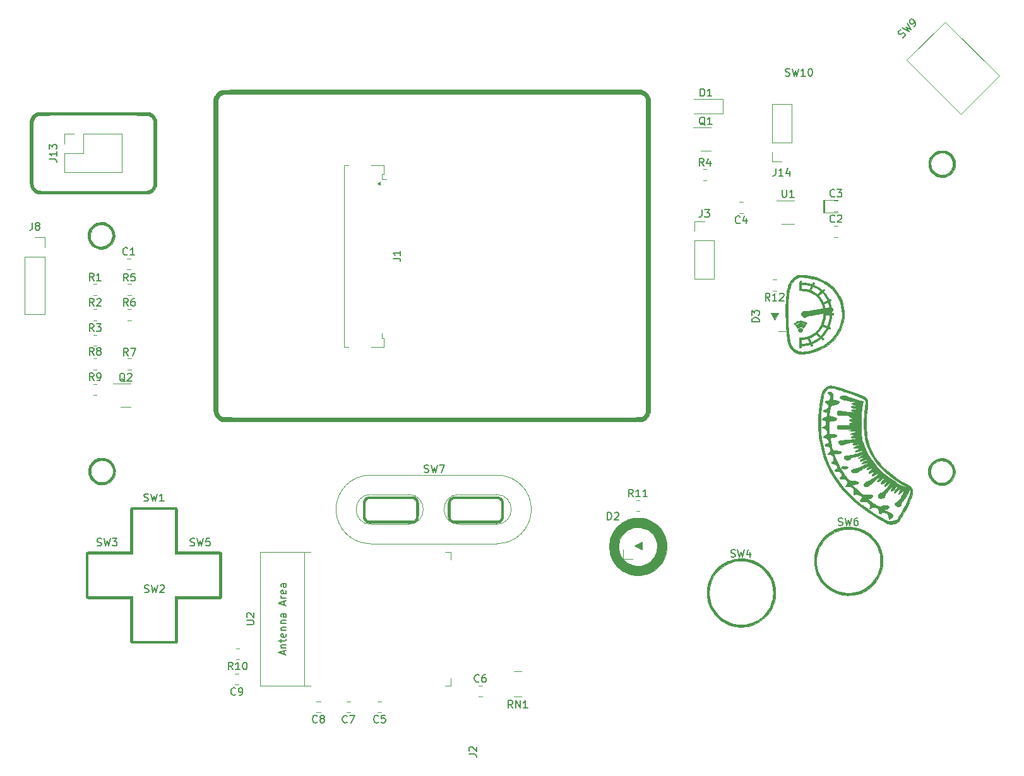
<source format=gbr>
%TF.GenerationSoftware,KiCad,Pcbnew,(6.0.11)*%
%TF.CreationDate,2023-04-07T14:31:02-05:00*%
%TF.ProjectId,GamePip-Back,47616d65-5069-4702-9d42-61636b2e6b69,rev?*%
%TF.SameCoordinates,Original*%
%TF.FileFunction,Legend,Top*%
%TF.FilePolarity,Positive*%
%FSLAX46Y46*%
G04 Gerber Fmt 4.6, Leading zero omitted, Abs format (unit mm)*
G04 Created by KiCad (PCBNEW (6.0.11)) date 2023-04-07 14:31:02*
%MOMM*%
%LPD*%
G01*
G04 APERTURE LIST*
%ADD10C,0.150000*%
%ADD11C,0.120000*%
%ADD12C,0.010000*%
G04 APERTURE END LIST*
D10*
%TO.C,SW7*%
X131441666Y-115304761D02*
X131584523Y-115352380D01*
X131822619Y-115352380D01*
X131917857Y-115304761D01*
X131965476Y-115257142D01*
X132013095Y-115161904D01*
X132013095Y-115066666D01*
X131965476Y-114971428D01*
X131917857Y-114923809D01*
X131822619Y-114876190D01*
X131632142Y-114828571D01*
X131536904Y-114780952D01*
X131489285Y-114733333D01*
X131441666Y-114638095D01*
X131441666Y-114542857D01*
X131489285Y-114447619D01*
X131536904Y-114400000D01*
X131632142Y-114352380D01*
X131870238Y-114352380D01*
X132013095Y-114400000D01*
X132346428Y-114352380D02*
X132584523Y-115352380D01*
X132775000Y-114638095D01*
X132965476Y-115352380D01*
X133203571Y-114352380D01*
X133489285Y-114352380D02*
X134155952Y-114352380D01*
X133727380Y-115352380D01*
%TO.C,SW5*%
X100066666Y-125154761D02*
X100209523Y-125202380D01*
X100447619Y-125202380D01*
X100542857Y-125154761D01*
X100590476Y-125107142D01*
X100638095Y-125011904D01*
X100638095Y-124916666D01*
X100590476Y-124821428D01*
X100542857Y-124773809D01*
X100447619Y-124726190D01*
X100257142Y-124678571D01*
X100161904Y-124630952D01*
X100114285Y-124583333D01*
X100066666Y-124488095D01*
X100066666Y-124392857D01*
X100114285Y-124297619D01*
X100161904Y-124250000D01*
X100257142Y-124202380D01*
X100495238Y-124202380D01*
X100638095Y-124250000D01*
X100971428Y-124202380D02*
X101209523Y-125202380D01*
X101400000Y-124488095D01*
X101590476Y-125202380D01*
X101828571Y-124202380D01*
X102685714Y-124202380D02*
X102209523Y-124202380D01*
X102161904Y-124678571D01*
X102209523Y-124630952D01*
X102304761Y-124583333D01*
X102542857Y-124583333D01*
X102638095Y-124630952D01*
X102685714Y-124678571D01*
X102733333Y-124773809D01*
X102733333Y-125011904D01*
X102685714Y-125107142D01*
X102638095Y-125154761D01*
X102542857Y-125202380D01*
X102304761Y-125202380D01*
X102209523Y-125154761D01*
X102161904Y-125107142D01*
%TO.C,SW6*%
X186966666Y-122404761D02*
X187109523Y-122452380D01*
X187347619Y-122452380D01*
X187442857Y-122404761D01*
X187490476Y-122357142D01*
X187538095Y-122261904D01*
X187538095Y-122166666D01*
X187490476Y-122071428D01*
X187442857Y-122023809D01*
X187347619Y-121976190D01*
X187157142Y-121928571D01*
X187061904Y-121880952D01*
X187014285Y-121833333D01*
X186966666Y-121738095D01*
X186966666Y-121642857D01*
X187014285Y-121547619D01*
X187061904Y-121500000D01*
X187157142Y-121452380D01*
X187395238Y-121452380D01*
X187538095Y-121500000D01*
X187871428Y-121452380D02*
X188109523Y-122452380D01*
X188300000Y-121738095D01*
X188490476Y-122452380D01*
X188728571Y-121452380D01*
X189538095Y-121452380D02*
X189347619Y-121452380D01*
X189252380Y-121500000D01*
X189204761Y-121547619D01*
X189109523Y-121690476D01*
X189061904Y-121880952D01*
X189061904Y-122261904D01*
X189109523Y-122357142D01*
X189157142Y-122404761D01*
X189252380Y-122452380D01*
X189442857Y-122452380D01*
X189538095Y-122404761D01*
X189585714Y-122357142D01*
X189633333Y-122261904D01*
X189633333Y-122023809D01*
X189585714Y-121928571D01*
X189538095Y-121880952D01*
X189442857Y-121833333D01*
X189252380Y-121833333D01*
X189157142Y-121880952D01*
X189109523Y-121928571D01*
X189061904Y-122023809D01*
%TO.C,SW4*%
X172566666Y-126654761D02*
X172709523Y-126702380D01*
X172947619Y-126702380D01*
X173042857Y-126654761D01*
X173090476Y-126607142D01*
X173138095Y-126511904D01*
X173138095Y-126416666D01*
X173090476Y-126321428D01*
X173042857Y-126273809D01*
X172947619Y-126226190D01*
X172757142Y-126178571D01*
X172661904Y-126130952D01*
X172614285Y-126083333D01*
X172566666Y-125988095D01*
X172566666Y-125892857D01*
X172614285Y-125797619D01*
X172661904Y-125750000D01*
X172757142Y-125702380D01*
X172995238Y-125702380D01*
X173138095Y-125750000D01*
X173471428Y-125702380D02*
X173709523Y-126702380D01*
X173900000Y-125988095D01*
X174090476Y-126702380D01*
X174328571Y-125702380D01*
X175138095Y-126035714D02*
X175138095Y-126702380D01*
X174900000Y-125654761D02*
X174661904Y-126369047D01*
X175280952Y-126369047D01*
%TO.C,SW3*%
X87566666Y-125154761D02*
X87709523Y-125202380D01*
X87947619Y-125202380D01*
X88042857Y-125154761D01*
X88090476Y-125107142D01*
X88138095Y-125011904D01*
X88138095Y-124916666D01*
X88090476Y-124821428D01*
X88042857Y-124773809D01*
X87947619Y-124726190D01*
X87757142Y-124678571D01*
X87661904Y-124630952D01*
X87614285Y-124583333D01*
X87566666Y-124488095D01*
X87566666Y-124392857D01*
X87614285Y-124297619D01*
X87661904Y-124250000D01*
X87757142Y-124202380D01*
X87995238Y-124202380D01*
X88138095Y-124250000D01*
X88471428Y-124202380D02*
X88709523Y-125202380D01*
X88900000Y-124488095D01*
X89090476Y-125202380D01*
X89328571Y-124202380D01*
X89614285Y-124202380D02*
X90233333Y-124202380D01*
X89900000Y-124583333D01*
X90042857Y-124583333D01*
X90138095Y-124630952D01*
X90185714Y-124678571D01*
X90233333Y-124773809D01*
X90233333Y-125011904D01*
X90185714Y-125107142D01*
X90138095Y-125154761D01*
X90042857Y-125202380D01*
X89757142Y-125202380D01*
X89661904Y-125154761D01*
X89614285Y-125107142D01*
%TO.C,SW2*%
X93916666Y-131404761D02*
X94059523Y-131452380D01*
X94297619Y-131452380D01*
X94392857Y-131404761D01*
X94440476Y-131357142D01*
X94488095Y-131261904D01*
X94488095Y-131166666D01*
X94440476Y-131071428D01*
X94392857Y-131023809D01*
X94297619Y-130976190D01*
X94107142Y-130928571D01*
X94011904Y-130880952D01*
X93964285Y-130833333D01*
X93916666Y-130738095D01*
X93916666Y-130642857D01*
X93964285Y-130547619D01*
X94011904Y-130500000D01*
X94107142Y-130452380D01*
X94345238Y-130452380D01*
X94488095Y-130500000D01*
X94821428Y-130452380D02*
X95059523Y-131452380D01*
X95250000Y-130738095D01*
X95440476Y-131452380D01*
X95678571Y-130452380D01*
X96011904Y-130547619D02*
X96059523Y-130500000D01*
X96154761Y-130452380D01*
X96392857Y-130452380D01*
X96488095Y-130500000D01*
X96535714Y-130547619D01*
X96583333Y-130642857D01*
X96583333Y-130738095D01*
X96535714Y-130880952D01*
X95964285Y-131452380D01*
X96583333Y-131452380D01*
%TO.C,SW1*%
X93866666Y-119154761D02*
X94009523Y-119202380D01*
X94247619Y-119202380D01*
X94342857Y-119154761D01*
X94390476Y-119107142D01*
X94438095Y-119011904D01*
X94438095Y-118916666D01*
X94390476Y-118821428D01*
X94342857Y-118773809D01*
X94247619Y-118726190D01*
X94057142Y-118678571D01*
X93961904Y-118630952D01*
X93914285Y-118583333D01*
X93866666Y-118488095D01*
X93866666Y-118392857D01*
X93914285Y-118297619D01*
X93961904Y-118250000D01*
X94057142Y-118202380D01*
X94295238Y-118202380D01*
X94438095Y-118250000D01*
X94771428Y-118202380D02*
X95009523Y-119202380D01*
X95200000Y-118488095D01*
X95390476Y-119202380D01*
X95628571Y-118202380D01*
X96533333Y-119202380D02*
X95961904Y-119202380D01*
X96247619Y-119202380D02*
X96247619Y-118202380D01*
X96152380Y-118345238D01*
X96057142Y-118440476D01*
X95961904Y-118488095D01*
%TO.C,U2*%
X107602380Y-135761904D02*
X108411904Y-135761904D01*
X108507142Y-135714285D01*
X108554761Y-135666666D01*
X108602380Y-135571428D01*
X108602380Y-135380952D01*
X108554761Y-135285714D01*
X108507142Y-135238095D01*
X108411904Y-135190476D01*
X107602380Y-135190476D01*
X107697619Y-134761904D02*
X107650000Y-134714285D01*
X107602380Y-134619047D01*
X107602380Y-134380952D01*
X107650000Y-134285714D01*
X107697619Y-134238095D01*
X107792857Y-134190476D01*
X107888095Y-134190476D01*
X108030952Y-134238095D01*
X108602380Y-134809523D01*
X108602380Y-134190476D01*
X112616666Y-139761904D02*
X112616666Y-139285714D01*
X112902380Y-139857142D02*
X111902380Y-139523809D01*
X112902380Y-139190476D01*
X112235714Y-138857142D02*
X112902380Y-138857142D01*
X112330952Y-138857142D02*
X112283333Y-138809523D01*
X112235714Y-138714285D01*
X112235714Y-138571428D01*
X112283333Y-138476190D01*
X112378571Y-138428571D01*
X112902380Y-138428571D01*
X112235714Y-138095238D02*
X112235714Y-137714285D01*
X111902380Y-137952380D02*
X112759523Y-137952380D01*
X112854761Y-137904761D01*
X112902380Y-137809523D01*
X112902380Y-137714285D01*
X112854761Y-137000000D02*
X112902380Y-137095238D01*
X112902380Y-137285714D01*
X112854761Y-137380952D01*
X112759523Y-137428571D01*
X112378571Y-137428571D01*
X112283333Y-137380952D01*
X112235714Y-137285714D01*
X112235714Y-137095238D01*
X112283333Y-137000000D01*
X112378571Y-136952380D01*
X112473809Y-136952380D01*
X112569047Y-137428571D01*
X112235714Y-136523809D02*
X112902380Y-136523809D01*
X112330952Y-136523809D02*
X112283333Y-136476190D01*
X112235714Y-136380952D01*
X112235714Y-136238095D01*
X112283333Y-136142857D01*
X112378571Y-136095238D01*
X112902380Y-136095238D01*
X112235714Y-135619047D02*
X112902380Y-135619047D01*
X112330952Y-135619047D02*
X112283333Y-135571428D01*
X112235714Y-135476190D01*
X112235714Y-135333333D01*
X112283333Y-135238095D01*
X112378571Y-135190476D01*
X112902380Y-135190476D01*
X112902380Y-134285714D02*
X112378571Y-134285714D01*
X112283333Y-134333333D01*
X112235714Y-134428571D01*
X112235714Y-134619047D01*
X112283333Y-134714285D01*
X112854761Y-134285714D02*
X112902380Y-134380952D01*
X112902380Y-134619047D01*
X112854761Y-134714285D01*
X112759523Y-134761904D01*
X112664285Y-134761904D01*
X112569047Y-134714285D01*
X112521428Y-134619047D01*
X112521428Y-134380952D01*
X112473809Y-134285714D01*
X112616666Y-133095238D02*
X112616666Y-132619047D01*
X112902380Y-133190476D02*
X111902380Y-132857142D01*
X112902380Y-132523809D01*
X112902380Y-132190476D02*
X112235714Y-132190476D01*
X112426190Y-132190476D02*
X112330952Y-132142857D01*
X112283333Y-132095238D01*
X112235714Y-132000000D01*
X112235714Y-131904761D01*
X112854761Y-131190476D02*
X112902380Y-131285714D01*
X112902380Y-131476190D01*
X112854761Y-131571428D01*
X112759523Y-131619047D01*
X112378571Y-131619047D01*
X112283333Y-131571428D01*
X112235714Y-131476190D01*
X112235714Y-131285714D01*
X112283333Y-131190476D01*
X112378571Y-131142857D01*
X112473809Y-131142857D01*
X112569047Y-131619047D01*
X112902380Y-130285714D02*
X112378571Y-130285714D01*
X112283333Y-130333333D01*
X112235714Y-130428571D01*
X112235714Y-130619047D01*
X112283333Y-130714285D01*
X112854761Y-130285714D02*
X112902380Y-130380952D01*
X112902380Y-130619047D01*
X112854761Y-130714285D01*
X112759523Y-130761904D01*
X112664285Y-130761904D01*
X112569047Y-130714285D01*
X112521428Y-130619047D01*
X112521428Y-130380952D01*
X112473809Y-130285714D01*
%TO.C,U1*%
X179438095Y-77402380D02*
X179438095Y-78211904D01*
X179485714Y-78307142D01*
X179533333Y-78354761D01*
X179628571Y-78402380D01*
X179819047Y-78402380D01*
X179914285Y-78354761D01*
X179961904Y-78307142D01*
X180009523Y-78211904D01*
X180009523Y-77402380D01*
X181009523Y-78402380D02*
X180438095Y-78402380D01*
X180723809Y-78402380D02*
X180723809Y-77402380D01*
X180628571Y-77545238D01*
X180533333Y-77640476D01*
X180438095Y-77688095D01*
%TO.C,SW10*%
X179890476Y-62104761D02*
X180033333Y-62152380D01*
X180271428Y-62152380D01*
X180366666Y-62104761D01*
X180414285Y-62057142D01*
X180461904Y-61961904D01*
X180461904Y-61866666D01*
X180414285Y-61771428D01*
X180366666Y-61723809D01*
X180271428Y-61676190D01*
X180080952Y-61628571D01*
X179985714Y-61580952D01*
X179938095Y-61533333D01*
X179890476Y-61438095D01*
X179890476Y-61342857D01*
X179938095Y-61247619D01*
X179985714Y-61200000D01*
X180080952Y-61152380D01*
X180319047Y-61152380D01*
X180461904Y-61200000D01*
X180795238Y-61152380D02*
X181033333Y-62152380D01*
X181223809Y-61438095D01*
X181414285Y-62152380D01*
X181652380Y-61152380D01*
X182557142Y-62152380D02*
X181985714Y-62152380D01*
X182271428Y-62152380D02*
X182271428Y-61152380D01*
X182176190Y-61295238D01*
X182080952Y-61390476D01*
X181985714Y-61438095D01*
X183176190Y-61152380D02*
X183271428Y-61152380D01*
X183366666Y-61200000D01*
X183414285Y-61247619D01*
X183461904Y-61342857D01*
X183509523Y-61533333D01*
X183509523Y-61771428D01*
X183461904Y-61961904D01*
X183414285Y-62057142D01*
X183366666Y-62104761D01*
X183271428Y-62152380D01*
X183176190Y-62152380D01*
X183080952Y-62104761D01*
X183033333Y-62057142D01*
X182985714Y-61961904D01*
X182938095Y-61771428D01*
X182938095Y-61533333D01*
X182985714Y-61342857D01*
X183033333Y-61247619D01*
X183080952Y-61200000D01*
X183176190Y-61152380D01*
%TO.C,SW9*%
X195593400Y-56979018D02*
X195728087Y-56911675D01*
X195896446Y-56743316D01*
X195930118Y-56642301D01*
X195930118Y-56574957D01*
X195896446Y-56473942D01*
X195829103Y-56406599D01*
X195728087Y-56372927D01*
X195660744Y-56372927D01*
X195559729Y-56406599D01*
X195391370Y-56507614D01*
X195290355Y-56541286D01*
X195223011Y-56541286D01*
X195121996Y-56507614D01*
X195054652Y-56440270D01*
X195020981Y-56339255D01*
X195020981Y-56271912D01*
X195054652Y-56170896D01*
X195223011Y-56002538D01*
X195357698Y-55935194D01*
X195559729Y-55665820D02*
X196435194Y-56204568D01*
X196064805Y-55564805D01*
X196704568Y-55935194D01*
X196165820Y-55059729D01*
X197175973Y-55463790D02*
X197310660Y-55329103D01*
X197344331Y-55228087D01*
X197344331Y-55160744D01*
X197310660Y-54992385D01*
X197209644Y-54824026D01*
X196940270Y-54554652D01*
X196839255Y-54520981D01*
X196771912Y-54520981D01*
X196670896Y-54554652D01*
X196536209Y-54689339D01*
X196502538Y-54790355D01*
X196502538Y-54857698D01*
X196536209Y-54958713D01*
X196704568Y-55127072D01*
X196805583Y-55160744D01*
X196872927Y-55160744D01*
X196973942Y-55127072D01*
X197108629Y-54992385D01*
X197142301Y-54891370D01*
X197142301Y-54824026D01*
X197108629Y-54723011D01*
%TO.C,RN1*%
X143309523Y-146952380D02*
X142976190Y-146476190D01*
X142738095Y-146952380D02*
X142738095Y-145952380D01*
X143119047Y-145952380D01*
X143214285Y-146000000D01*
X143261904Y-146047619D01*
X143309523Y-146142857D01*
X143309523Y-146285714D01*
X143261904Y-146380952D01*
X143214285Y-146428571D01*
X143119047Y-146476190D01*
X142738095Y-146476190D01*
X143738095Y-146952380D02*
X143738095Y-145952380D01*
X144309523Y-146952380D01*
X144309523Y-145952380D01*
X145309523Y-146952380D02*
X144738095Y-146952380D01*
X145023809Y-146952380D02*
X145023809Y-145952380D01*
X144928571Y-146095238D01*
X144833333Y-146190476D01*
X144738095Y-146238095D01*
%TO.C,R12*%
X177769642Y-92302380D02*
X177436309Y-91826190D01*
X177198214Y-92302380D02*
X177198214Y-91302380D01*
X177579166Y-91302380D01*
X177674404Y-91350000D01*
X177722023Y-91397619D01*
X177769642Y-91492857D01*
X177769642Y-91635714D01*
X177722023Y-91730952D01*
X177674404Y-91778571D01*
X177579166Y-91826190D01*
X177198214Y-91826190D01*
X178722023Y-92302380D02*
X178150595Y-92302380D01*
X178436309Y-92302380D02*
X178436309Y-91302380D01*
X178341071Y-91445238D01*
X178245833Y-91540476D01*
X178150595Y-91588095D01*
X179102976Y-91397619D02*
X179150595Y-91350000D01*
X179245833Y-91302380D01*
X179483928Y-91302380D01*
X179579166Y-91350000D01*
X179626785Y-91397619D01*
X179674404Y-91492857D01*
X179674404Y-91588095D01*
X179626785Y-91730952D01*
X179055357Y-92302380D01*
X179674404Y-92302380D01*
%TO.C,R11*%
X159457142Y-118602380D02*
X159123809Y-118126190D01*
X158885714Y-118602380D02*
X158885714Y-117602380D01*
X159266666Y-117602380D01*
X159361904Y-117650000D01*
X159409523Y-117697619D01*
X159457142Y-117792857D01*
X159457142Y-117935714D01*
X159409523Y-118030952D01*
X159361904Y-118078571D01*
X159266666Y-118126190D01*
X158885714Y-118126190D01*
X160409523Y-118602380D02*
X159838095Y-118602380D01*
X160123809Y-118602380D02*
X160123809Y-117602380D01*
X160028571Y-117745238D01*
X159933333Y-117840476D01*
X159838095Y-117888095D01*
X161361904Y-118602380D02*
X160790476Y-118602380D01*
X161076190Y-118602380D02*
X161076190Y-117602380D01*
X160980952Y-117745238D01*
X160885714Y-117840476D01*
X160790476Y-117888095D01*
%TO.C,R10*%
X105757142Y-141802380D02*
X105423809Y-141326190D01*
X105185714Y-141802380D02*
X105185714Y-140802380D01*
X105566666Y-140802380D01*
X105661904Y-140850000D01*
X105709523Y-140897619D01*
X105757142Y-140992857D01*
X105757142Y-141135714D01*
X105709523Y-141230952D01*
X105661904Y-141278571D01*
X105566666Y-141326190D01*
X105185714Y-141326190D01*
X106709523Y-141802380D02*
X106138095Y-141802380D01*
X106423809Y-141802380D02*
X106423809Y-140802380D01*
X106328571Y-140945238D01*
X106233333Y-141040476D01*
X106138095Y-141088095D01*
X107328571Y-140802380D02*
X107423809Y-140802380D01*
X107519047Y-140850000D01*
X107566666Y-140897619D01*
X107614285Y-140992857D01*
X107661904Y-141183333D01*
X107661904Y-141421428D01*
X107614285Y-141611904D01*
X107566666Y-141707142D01*
X107519047Y-141754761D01*
X107423809Y-141802380D01*
X107328571Y-141802380D01*
X107233333Y-141754761D01*
X107185714Y-141707142D01*
X107138095Y-141611904D01*
X107090476Y-141421428D01*
X107090476Y-141183333D01*
X107138095Y-140992857D01*
X107185714Y-140897619D01*
X107233333Y-140850000D01*
X107328571Y-140802380D01*
%TO.C,R9*%
X87120833Y-103002380D02*
X86787500Y-102526190D01*
X86549404Y-103002380D02*
X86549404Y-102002380D01*
X86930357Y-102002380D01*
X87025595Y-102050000D01*
X87073214Y-102097619D01*
X87120833Y-102192857D01*
X87120833Y-102335714D01*
X87073214Y-102430952D01*
X87025595Y-102478571D01*
X86930357Y-102526190D01*
X86549404Y-102526190D01*
X87597023Y-103002380D02*
X87787500Y-103002380D01*
X87882738Y-102954761D01*
X87930357Y-102907142D01*
X88025595Y-102764285D01*
X88073214Y-102573809D01*
X88073214Y-102192857D01*
X88025595Y-102097619D01*
X87977976Y-102050000D01*
X87882738Y-102002380D01*
X87692261Y-102002380D01*
X87597023Y-102050000D01*
X87549404Y-102097619D01*
X87501785Y-102192857D01*
X87501785Y-102430952D01*
X87549404Y-102526190D01*
X87597023Y-102573809D01*
X87692261Y-102621428D01*
X87882738Y-102621428D01*
X87977976Y-102573809D01*
X88025595Y-102526190D01*
X88073214Y-102430952D01*
%TO.C,R8*%
X87120833Y-99602380D02*
X86787500Y-99126190D01*
X86549404Y-99602380D02*
X86549404Y-98602380D01*
X86930357Y-98602380D01*
X87025595Y-98650000D01*
X87073214Y-98697619D01*
X87120833Y-98792857D01*
X87120833Y-98935714D01*
X87073214Y-99030952D01*
X87025595Y-99078571D01*
X86930357Y-99126190D01*
X86549404Y-99126190D01*
X87692261Y-99030952D02*
X87597023Y-98983333D01*
X87549404Y-98935714D01*
X87501785Y-98840476D01*
X87501785Y-98792857D01*
X87549404Y-98697619D01*
X87597023Y-98650000D01*
X87692261Y-98602380D01*
X87882738Y-98602380D01*
X87977976Y-98650000D01*
X88025595Y-98697619D01*
X88073214Y-98792857D01*
X88073214Y-98840476D01*
X88025595Y-98935714D01*
X87977976Y-98983333D01*
X87882738Y-99030952D01*
X87692261Y-99030952D01*
X87597023Y-99078571D01*
X87549404Y-99126190D01*
X87501785Y-99221428D01*
X87501785Y-99411904D01*
X87549404Y-99507142D01*
X87597023Y-99554761D01*
X87692261Y-99602380D01*
X87882738Y-99602380D01*
X87977976Y-99554761D01*
X88025595Y-99507142D01*
X88073214Y-99411904D01*
X88073214Y-99221428D01*
X88025595Y-99126190D01*
X87977976Y-99078571D01*
X87882738Y-99030952D01*
%TO.C,R7*%
X91720833Y-99652380D02*
X91387500Y-99176190D01*
X91149404Y-99652380D02*
X91149404Y-98652380D01*
X91530357Y-98652380D01*
X91625595Y-98700000D01*
X91673214Y-98747619D01*
X91720833Y-98842857D01*
X91720833Y-98985714D01*
X91673214Y-99080952D01*
X91625595Y-99128571D01*
X91530357Y-99176190D01*
X91149404Y-99176190D01*
X92054166Y-98652380D02*
X92720833Y-98652380D01*
X92292261Y-99652380D01*
%TO.C,R6*%
X91720833Y-93002380D02*
X91387500Y-92526190D01*
X91149404Y-93002380D02*
X91149404Y-92002380D01*
X91530357Y-92002380D01*
X91625595Y-92050000D01*
X91673214Y-92097619D01*
X91720833Y-92192857D01*
X91720833Y-92335714D01*
X91673214Y-92430952D01*
X91625595Y-92478571D01*
X91530357Y-92526190D01*
X91149404Y-92526190D01*
X92577976Y-92002380D02*
X92387500Y-92002380D01*
X92292261Y-92050000D01*
X92244642Y-92097619D01*
X92149404Y-92240476D01*
X92101785Y-92430952D01*
X92101785Y-92811904D01*
X92149404Y-92907142D01*
X92197023Y-92954761D01*
X92292261Y-93002380D01*
X92482738Y-93002380D01*
X92577976Y-92954761D01*
X92625595Y-92907142D01*
X92673214Y-92811904D01*
X92673214Y-92573809D01*
X92625595Y-92478571D01*
X92577976Y-92430952D01*
X92482738Y-92383333D01*
X92292261Y-92383333D01*
X92197023Y-92430952D01*
X92149404Y-92478571D01*
X92101785Y-92573809D01*
%TO.C,R5*%
X91720833Y-89652380D02*
X91387500Y-89176190D01*
X91149404Y-89652380D02*
X91149404Y-88652380D01*
X91530357Y-88652380D01*
X91625595Y-88700000D01*
X91673214Y-88747619D01*
X91720833Y-88842857D01*
X91720833Y-88985714D01*
X91673214Y-89080952D01*
X91625595Y-89128571D01*
X91530357Y-89176190D01*
X91149404Y-89176190D01*
X92625595Y-88652380D02*
X92149404Y-88652380D01*
X92101785Y-89128571D01*
X92149404Y-89080952D01*
X92244642Y-89033333D01*
X92482738Y-89033333D01*
X92577976Y-89080952D01*
X92625595Y-89128571D01*
X92673214Y-89223809D01*
X92673214Y-89461904D01*
X92625595Y-89557142D01*
X92577976Y-89604761D01*
X92482738Y-89652380D01*
X92244642Y-89652380D01*
X92149404Y-89604761D01*
X92101785Y-89557142D01*
%TO.C,R4*%
X168920833Y-74202380D02*
X168587500Y-73726190D01*
X168349404Y-74202380D02*
X168349404Y-73202380D01*
X168730357Y-73202380D01*
X168825595Y-73250000D01*
X168873214Y-73297619D01*
X168920833Y-73392857D01*
X168920833Y-73535714D01*
X168873214Y-73630952D01*
X168825595Y-73678571D01*
X168730357Y-73726190D01*
X168349404Y-73726190D01*
X169777976Y-73535714D02*
X169777976Y-74202380D01*
X169539880Y-73154761D02*
X169301785Y-73869047D01*
X169920833Y-73869047D01*
%TO.C,R3*%
X87120833Y-96402380D02*
X86787500Y-95926190D01*
X86549404Y-96402380D02*
X86549404Y-95402380D01*
X86930357Y-95402380D01*
X87025595Y-95450000D01*
X87073214Y-95497619D01*
X87120833Y-95592857D01*
X87120833Y-95735714D01*
X87073214Y-95830952D01*
X87025595Y-95878571D01*
X86930357Y-95926190D01*
X86549404Y-95926190D01*
X87454166Y-95402380D02*
X88073214Y-95402380D01*
X87739880Y-95783333D01*
X87882738Y-95783333D01*
X87977976Y-95830952D01*
X88025595Y-95878571D01*
X88073214Y-95973809D01*
X88073214Y-96211904D01*
X88025595Y-96307142D01*
X87977976Y-96354761D01*
X87882738Y-96402380D01*
X87597023Y-96402380D01*
X87501785Y-96354761D01*
X87454166Y-96307142D01*
%TO.C,R2*%
X87120833Y-93002380D02*
X86787500Y-92526190D01*
X86549404Y-93002380D02*
X86549404Y-92002380D01*
X86930357Y-92002380D01*
X87025595Y-92050000D01*
X87073214Y-92097619D01*
X87120833Y-92192857D01*
X87120833Y-92335714D01*
X87073214Y-92430952D01*
X87025595Y-92478571D01*
X86930357Y-92526190D01*
X86549404Y-92526190D01*
X87501785Y-92097619D02*
X87549404Y-92050000D01*
X87644642Y-92002380D01*
X87882738Y-92002380D01*
X87977976Y-92050000D01*
X88025595Y-92097619D01*
X88073214Y-92192857D01*
X88073214Y-92288095D01*
X88025595Y-92430952D01*
X87454166Y-93002380D01*
X88073214Y-93002380D01*
%TO.C,R1*%
X87120833Y-89602380D02*
X86787500Y-89126190D01*
X86549404Y-89602380D02*
X86549404Y-88602380D01*
X86930357Y-88602380D01*
X87025595Y-88650000D01*
X87073214Y-88697619D01*
X87120833Y-88792857D01*
X87120833Y-88935714D01*
X87073214Y-89030952D01*
X87025595Y-89078571D01*
X86930357Y-89126190D01*
X86549404Y-89126190D01*
X88073214Y-89602380D02*
X87501785Y-89602380D01*
X87787500Y-89602380D02*
X87787500Y-88602380D01*
X87692261Y-88745238D01*
X87597023Y-88840476D01*
X87501785Y-88888095D01*
%TO.C,Q2*%
X91304761Y-103147619D02*
X91209523Y-103100000D01*
X91114285Y-103004761D01*
X90971428Y-102861904D01*
X90876190Y-102814285D01*
X90780952Y-102814285D01*
X90828571Y-103052380D02*
X90733333Y-103004761D01*
X90638095Y-102909523D01*
X90590476Y-102719047D01*
X90590476Y-102385714D01*
X90638095Y-102195238D01*
X90733333Y-102100000D01*
X90828571Y-102052380D01*
X91019047Y-102052380D01*
X91114285Y-102100000D01*
X91209523Y-102195238D01*
X91257142Y-102385714D01*
X91257142Y-102719047D01*
X91209523Y-102909523D01*
X91114285Y-103004761D01*
X91019047Y-103052380D01*
X90828571Y-103052380D01*
X91638095Y-102147619D02*
X91685714Y-102100000D01*
X91780952Y-102052380D01*
X92019047Y-102052380D01*
X92114285Y-102100000D01*
X92161904Y-102147619D01*
X92209523Y-102242857D01*
X92209523Y-102338095D01*
X92161904Y-102480952D01*
X91590476Y-103052380D01*
X92209523Y-103052380D01*
%TO.C,Q1*%
X169104761Y-68747619D02*
X169009523Y-68700000D01*
X168914285Y-68604761D01*
X168771428Y-68461904D01*
X168676190Y-68414285D01*
X168580952Y-68414285D01*
X168628571Y-68652380D02*
X168533333Y-68604761D01*
X168438095Y-68509523D01*
X168390476Y-68319047D01*
X168390476Y-67985714D01*
X168438095Y-67795238D01*
X168533333Y-67700000D01*
X168628571Y-67652380D01*
X168819047Y-67652380D01*
X168914285Y-67700000D01*
X169009523Y-67795238D01*
X169057142Y-67985714D01*
X169057142Y-68319047D01*
X169009523Y-68509523D01*
X168914285Y-68604761D01*
X168819047Y-68652380D01*
X168628571Y-68652380D01*
X170009523Y-68652380D02*
X169438095Y-68652380D01*
X169723809Y-68652380D02*
X169723809Y-67652380D01*
X169628571Y-67795238D01*
X169533333Y-67890476D01*
X169438095Y-67938095D01*
%TO.C,J14*%
X178565476Y-74547380D02*
X178565476Y-75261666D01*
X178517857Y-75404523D01*
X178422619Y-75499761D01*
X178279761Y-75547380D01*
X178184523Y-75547380D01*
X179565476Y-75547380D02*
X178994047Y-75547380D01*
X179279761Y-75547380D02*
X179279761Y-74547380D01*
X179184523Y-74690238D01*
X179089285Y-74785476D01*
X178994047Y-74833095D01*
X180422619Y-74880714D02*
X180422619Y-75547380D01*
X180184523Y-74499761D02*
X179946428Y-75214047D01*
X180565476Y-75214047D01*
%TO.C,J13*%
X81157380Y-73289523D02*
X81871666Y-73289523D01*
X82014523Y-73337142D01*
X82109761Y-73432380D01*
X82157380Y-73575238D01*
X82157380Y-73670476D01*
X82157380Y-72289523D02*
X82157380Y-72860952D01*
X82157380Y-72575238D02*
X81157380Y-72575238D01*
X81300238Y-72670476D01*
X81395476Y-72765714D01*
X81443095Y-72860952D01*
X81157380Y-71956190D02*
X81157380Y-71337142D01*
X81538333Y-71670476D01*
X81538333Y-71527619D01*
X81585952Y-71432380D01*
X81633571Y-71384761D01*
X81728809Y-71337142D01*
X81966904Y-71337142D01*
X82062142Y-71384761D01*
X82109761Y-71432380D01*
X82157380Y-71527619D01*
X82157380Y-71813333D01*
X82109761Y-71908571D01*
X82062142Y-71956190D01*
%TO.C,J8*%
X78866666Y-81802380D02*
X78866666Y-82516666D01*
X78819047Y-82659523D01*
X78723809Y-82754761D01*
X78580952Y-82802380D01*
X78485714Y-82802380D01*
X79485714Y-82230952D02*
X79390476Y-82183333D01*
X79342857Y-82135714D01*
X79295238Y-82040476D01*
X79295238Y-81992857D01*
X79342857Y-81897619D01*
X79390476Y-81850000D01*
X79485714Y-81802380D01*
X79676190Y-81802380D01*
X79771428Y-81850000D01*
X79819047Y-81897619D01*
X79866666Y-81992857D01*
X79866666Y-82040476D01*
X79819047Y-82135714D01*
X79771428Y-82183333D01*
X79676190Y-82230952D01*
X79485714Y-82230952D01*
X79390476Y-82278571D01*
X79342857Y-82326190D01*
X79295238Y-82421428D01*
X79295238Y-82611904D01*
X79342857Y-82707142D01*
X79390476Y-82754761D01*
X79485714Y-82802380D01*
X79676190Y-82802380D01*
X79771428Y-82754761D01*
X79819047Y-82707142D01*
X79866666Y-82611904D01*
X79866666Y-82421428D01*
X79819047Y-82326190D01*
X79771428Y-82278571D01*
X79676190Y-82230952D01*
%TO.C,J3*%
X168666666Y-80082380D02*
X168666666Y-80796666D01*
X168619047Y-80939523D01*
X168523809Y-81034761D01*
X168380952Y-81082380D01*
X168285714Y-81082380D01*
X169047619Y-80082380D02*
X169666666Y-80082380D01*
X169333333Y-80463333D01*
X169476190Y-80463333D01*
X169571428Y-80510952D01*
X169619047Y-80558571D01*
X169666666Y-80653809D01*
X169666666Y-80891904D01*
X169619047Y-80987142D01*
X169571428Y-81034761D01*
X169476190Y-81082380D01*
X169190476Y-81082380D01*
X169095238Y-81034761D01*
X169047619Y-80987142D01*
%TO.C,J2*%
X137427380Y-153145833D02*
X138141666Y-153145833D01*
X138284523Y-153193452D01*
X138379761Y-153288690D01*
X138427380Y-153431547D01*
X138427380Y-153526785D01*
X137522619Y-152717261D02*
X137475000Y-152669642D01*
X137427380Y-152574404D01*
X137427380Y-152336309D01*
X137475000Y-152241071D01*
X137522619Y-152193452D01*
X137617857Y-152145833D01*
X137713095Y-152145833D01*
X137855952Y-152193452D01*
X138427380Y-152764880D01*
X138427380Y-152145833D01*
%TO.C,J1*%
X127252380Y-86633333D02*
X127966666Y-86633333D01*
X128109523Y-86680952D01*
X128204761Y-86776190D01*
X128252380Y-86919047D01*
X128252380Y-87014285D01*
X128252380Y-85633333D02*
X128252380Y-86204761D01*
X128252380Y-85919047D02*
X127252380Y-85919047D01*
X127395238Y-86014285D01*
X127490476Y-86109523D01*
X127538095Y-86204761D01*
%TO.C,D3*%
X176352380Y-95138095D02*
X175352380Y-95138095D01*
X175352380Y-94900000D01*
X175400000Y-94757142D01*
X175495238Y-94661904D01*
X175590476Y-94614285D01*
X175780952Y-94566666D01*
X175923809Y-94566666D01*
X176114285Y-94614285D01*
X176209523Y-94661904D01*
X176304761Y-94757142D01*
X176352380Y-94900000D01*
X176352380Y-95138095D01*
X175352380Y-94233333D02*
X175352380Y-93614285D01*
X175733333Y-93947619D01*
X175733333Y-93804761D01*
X175780952Y-93709523D01*
X175828571Y-93661904D01*
X175923809Y-93614285D01*
X176161904Y-93614285D01*
X176257142Y-93661904D01*
X176304761Y-93709523D01*
X176352380Y-93804761D01*
X176352380Y-94090476D01*
X176304761Y-94185714D01*
X176257142Y-94233333D01*
%TO.C,D2*%
X156011904Y-121702380D02*
X156011904Y-120702380D01*
X156250000Y-120702380D01*
X156392857Y-120750000D01*
X156488095Y-120845238D01*
X156535714Y-120940476D01*
X156583333Y-121130952D01*
X156583333Y-121273809D01*
X156535714Y-121464285D01*
X156488095Y-121559523D01*
X156392857Y-121654761D01*
X156250000Y-121702380D01*
X156011904Y-121702380D01*
X156964285Y-120797619D02*
X157011904Y-120750000D01*
X157107142Y-120702380D01*
X157345238Y-120702380D01*
X157440476Y-120750000D01*
X157488095Y-120797619D01*
X157535714Y-120892857D01*
X157535714Y-120988095D01*
X157488095Y-121130952D01*
X156916666Y-121702380D01*
X157535714Y-121702380D01*
%TO.C,D1*%
X168461904Y-64852380D02*
X168461904Y-63852380D01*
X168700000Y-63852380D01*
X168842857Y-63900000D01*
X168938095Y-63995238D01*
X168985714Y-64090476D01*
X169033333Y-64280952D01*
X169033333Y-64423809D01*
X168985714Y-64614285D01*
X168938095Y-64709523D01*
X168842857Y-64804761D01*
X168700000Y-64852380D01*
X168461904Y-64852380D01*
X169985714Y-64852380D02*
X169414285Y-64852380D01*
X169700000Y-64852380D02*
X169700000Y-63852380D01*
X169604761Y-63995238D01*
X169509523Y-64090476D01*
X169414285Y-64138095D01*
%TO.C,C9*%
X106133333Y-145137142D02*
X106085714Y-145184761D01*
X105942857Y-145232380D01*
X105847619Y-145232380D01*
X105704761Y-145184761D01*
X105609523Y-145089523D01*
X105561904Y-144994285D01*
X105514285Y-144803809D01*
X105514285Y-144660952D01*
X105561904Y-144470476D01*
X105609523Y-144375238D01*
X105704761Y-144280000D01*
X105847619Y-144232380D01*
X105942857Y-144232380D01*
X106085714Y-144280000D01*
X106133333Y-144327619D01*
X106609523Y-145232380D02*
X106800000Y-145232380D01*
X106895238Y-145184761D01*
X106942857Y-145137142D01*
X107038095Y-144994285D01*
X107085714Y-144803809D01*
X107085714Y-144422857D01*
X107038095Y-144327619D01*
X106990476Y-144280000D01*
X106895238Y-144232380D01*
X106704761Y-144232380D01*
X106609523Y-144280000D01*
X106561904Y-144327619D01*
X106514285Y-144422857D01*
X106514285Y-144660952D01*
X106561904Y-144756190D01*
X106609523Y-144803809D01*
X106704761Y-144851428D01*
X106895238Y-144851428D01*
X106990476Y-144803809D01*
X107038095Y-144756190D01*
X107085714Y-144660952D01*
%TO.C,C8*%
X117083333Y-148837142D02*
X117035714Y-148884761D01*
X116892857Y-148932380D01*
X116797619Y-148932380D01*
X116654761Y-148884761D01*
X116559523Y-148789523D01*
X116511904Y-148694285D01*
X116464285Y-148503809D01*
X116464285Y-148360952D01*
X116511904Y-148170476D01*
X116559523Y-148075238D01*
X116654761Y-147980000D01*
X116797619Y-147932380D01*
X116892857Y-147932380D01*
X117035714Y-147980000D01*
X117083333Y-148027619D01*
X117654761Y-148360952D02*
X117559523Y-148313333D01*
X117511904Y-148265714D01*
X117464285Y-148170476D01*
X117464285Y-148122857D01*
X117511904Y-148027619D01*
X117559523Y-147980000D01*
X117654761Y-147932380D01*
X117845238Y-147932380D01*
X117940476Y-147980000D01*
X117988095Y-148027619D01*
X118035714Y-148122857D01*
X118035714Y-148170476D01*
X117988095Y-148265714D01*
X117940476Y-148313333D01*
X117845238Y-148360952D01*
X117654761Y-148360952D01*
X117559523Y-148408571D01*
X117511904Y-148456190D01*
X117464285Y-148551428D01*
X117464285Y-148741904D01*
X117511904Y-148837142D01*
X117559523Y-148884761D01*
X117654761Y-148932380D01*
X117845238Y-148932380D01*
X117940476Y-148884761D01*
X117988095Y-148837142D01*
X118035714Y-148741904D01*
X118035714Y-148551428D01*
X117988095Y-148456190D01*
X117940476Y-148408571D01*
X117845238Y-148360952D01*
%TO.C,C7*%
X121083333Y-148857142D02*
X121035714Y-148904761D01*
X120892857Y-148952380D01*
X120797619Y-148952380D01*
X120654761Y-148904761D01*
X120559523Y-148809523D01*
X120511904Y-148714285D01*
X120464285Y-148523809D01*
X120464285Y-148380952D01*
X120511904Y-148190476D01*
X120559523Y-148095238D01*
X120654761Y-148000000D01*
X120797619Y-147952380D01*
X120892857Y-147952380D01*
X121035714Y-148000000D01*
X121083333Y-148047619D01*
X121416666Y-147952380D02*
X122083333Y-147952380D01*
X121654761Y-148952380D01*
%TO.C,C6*%
X138783333Y-143377142D02*
X138735714Y-143424761D01*
X138592857Y-143472380D01*
X138497619Y-143472380D01*
X138354761Y-143424761D01*
X138259523Y-143329523D01*
X138211904Y-143234285D01*
X138164285Y-143043809D01*
X138164285Y-142900952D01*
X138211904Y-142710476D01*
X138259523Y-142615238D01*
X138354761Y-142520000D01*
X138497619Y-142472380D01*
X138592857Y-142472380D01*
X138735714Y-142520000D01*
X138783333Y-142567619D01*
X139640476Y-142472380D02*
X139450000Y-142472380D01*
X139354761Y-142520000D01*
X139307142Y-142567619D01*
X139211904Y-142710476D01*
X139164285Y-142900952D01*
X139164285Y-143281904D01*
X139211904Y-143377142D01*
X139259523Y-143424761D01*
X139354761Y-143472380D01*
X139545238Y-143472380D01*
X139640476Y-143424761D01*
X139688095Y-143377142D01*
X139735714Y-143281904D01*
X139735714Y-143043809D01*
X139688095Y-142948571D01*
X139640476Y-142900952D01*
X139545238Y-142853333D01*
X139354761Y-142853333D01*
X139259523Y-142900952D01*
X139211904Y-142948571D01*
X139164285Y-143043809D01*
%TO.C,C5*%
X125283333Y-148837142D02*
X125235714Y-148884761D01*
X125092857Y-148932380D01*
X124997619Y-148932380D01*
X124854761Y-148884761D01*
X124759523Y-148789523D01*
X124711904Y-148694285D01*
X124664285Y-148503809D01*
X124664285Y-148360952D01*
X124711904Y-148170476D01*
X124759523Y-148075238D01*
X124854761Y-147980000D01*
X124997619Y-147932380D01*
X125092857Y-147932380D01*
X125235714Y-147980000D01*
X125283333Y-148027619D01*
X126188095Y-147932380D02*
X125711904Y-147932380D01*
X125664285Y-148408571D01*
X125711904Y-148360952D01*
X125807142Y-148313333D01*
X126045238Y-148313333D01*
X126140476Y-148360952D01*
X126188095Y-148408571D01*
X126235714Y-148503809D01*
X126235714Y-148741904D01*
X126188095Y-148837142D01*
X126140476Y-148884761D01*
X126045238Y-148932380D01*
X125807142Y-148932380D01*
X125711904Y-148884761D01*
X125664285Y-148837142D01*
%TO.C,C4*%
X173783333Y-81837142D02*
X173735714Y-81884761D01*
X173592857Y-81932380D01*
X173497619Y-81932380D01*
X173354761Y-81884761D01*
X173259523Y-81789523D01*
X173211904Y-81694285D01*
X173164285Y-81503809D01*
X173164285Y-81360952D01*
X173211904Y-81170476D01*
X173259523Y-81075238D01*
X173354761Y-80980000D01*
X173497619Y-80932380D01*
X173592857Y-80932380D01*
X173735714Y-80980000D01*
X173783333Y-81027619D01*
X174640476Y-81265714D02*
X174640476Y-81932380D01*
X174402380Y-80884761D02*
X174164285Y-81599047D01*
X174783333Y-81599047D01*
%TO.C,C3*%
X186483333Y-78277142D02*
X186435714Y-78324761D01*
X186292857Y-78372380D01*
X186197619Y-78372380D01*
X186054761Y-78324761D01*
X185959523Y-78229523D01*
X185911904Y-78134285D01*
X185864285Y-77943809D01*
X185864285Y-77800952D01*
X185911904Y-77610476D01*
X185959523Y-77515238D01*
X186054761Y-77420000D01*
X186197619Y-77372380D01*
X186292857Y-77372380D01*
X186435714Y-77420000D01*
X186483333Y-77467619D01*
X186816666Y-77372380D02*
X187435714Y-77372380D01*
X187102380Y-77753333D01*
X187245238Y-77753333D01*
X187340476Y-77800952D01*
X187388095Y-77848571D01*
X187435714Y-77943809D01*
X187435714Y-78181904D01*
X187388095Y-78277142D01*
X187340476Y-78324761D01*
X187245238Y-78372380D01*
X186959523Y-78372380D01*
X186864285Y-78324761D01*
X186816666Y-78277142D01*
%TO.C,C2*%
X186483333Y-81677142D02*
X186435714Y-81724761D01*
X186292857Y-81772380D01*
X186197619Y-81772380D01*
X186054761Y-81724761D01*
X185959523Y-81629523D01*
X185911904Y-81534285D01*
X185864285Y-81343809D01*
X185864285Y-81200952D01*
X185911904Y-81010476D01*
X185959523Y-80915238D01*
X186054761Y-80820000D01*
X186197619Y-80772380D01*
X186292857Y-80772380D01*
X186435714Y-80820000D01*
X186483333Y-80867619D01*
X186864285Y-80867619D02*
X186911904Y-80820000D01*
X187007142Y-80772380D01*
X187245238Y-80772380D01*
X187340476Y-80820000D01*
X187388095Y-80867619D01*
X187435714Y-80962857D01*
X187435714Y-81058095D01*
X187388095Y-81200952D01*
X186816666Y-81772380D01*
X187435714Y-81772380D01*
%TO.C,C1*%
X91633333Y-86077142D02*
X91585714Y-86124761D01*
X91442857Y-86172380D01*
X91347619Y-86172380D01*
X91204761Y-86124761D01*
X91109523Y-86029523D01*
X91061904Y-85934285D01*
X91014285Y-85743809D01*
X91014285Y-85600952D01*
X91061904Y-85410476D01*
X91109523Y-85315238D01*
X91204761Y-85220000D01*
X91347619Y-85172380D01*
X91442857Y-85172380D01*
X91585714Y-85220000D01*
X91633333Y-85267619D01*
X92585714Y-86172380D02*
X92014285Y-86172380D01*
X92300000Y-86172380D02*
X92300000Y-85172380D01*
X92204761Y-85315238D01*
X92109523Y-85410476D01*
X92014285Y-85458095D01*
D11*
%TO.C,SW7*%
X124200000Y-124900000D02*
X141200000Y-124900000D01*
X124300000Y-118300000D02*
X129300000Y-118300000D01*
X141100000Y-122300000D02*
X136100000Y-122300000D01*
X129300000Y-122300000D02*
X124300000Y-122300000D01*
X141200000Y-115700000D02*
X124200000Y-115700000D01*
X136100000Y-118300000D02*
X141100000Y-118300000D01*
X129300000Y-122300000D02*
G75*
G03*
X129300000Y-118300000I0J2000000D01*
G01*
X141100000Y-122300000D02*
G75*
G03*
X141100000Y-118300000I0J2000000D01*
G01*
X141200000Y-124900000D02*
G75*
G03*
X141200000Y-115700000I0J4600000D01*
G01*
X124300000Y-118300000D02*
G75*
G03*
X124300000Y-122300000I0J-2000000D01*
G01*
X124200000Y-115700000D02*
G75*
G03*
X124200000Y-124900000I0J-4600000D01*
G01*
X136100000Y-118300000D02*
G75*
G03*
X136100000Y-122300000I0J-2000000D01*
G01*
%TO.C,U2*%
X109450000Y-144000000D02*
X109450000Y-126000000D01*
X115390000Y-126000000D02*
X115390000Y-144000000D01*
X134200000Y-126000000D02*
X134950000Y-126000000D01*
X134950000Y-126000000D02*
X134950000Y-127000000D01*
X134200000Y-144000000D02*
X134950000Y-144000000D01*
X134950000Y-144000000D02*
X134950000Y-143000000D01*
X109450000Y-126000000D02*
X116200000Y-126000000D01*
X109450000Y-144000000D02*
X116200000Y-144000000D01*
%TO.C,U1*%
X179320000Y-81960000D02*
X181080000Y-81960000D01*
X181080000Y-78890000D02*
X178650000Y-78890000D01*
%TO.C,SW9*%
X201287825Y-54864330D02*
X208535670Y-62112175D01*
X208535670Y-62112175D02*
X203409146Y-67238699D01*
X203409146Y-67238699D02*
X196161301Y-59990854D01*
X196161301Y-59990854D02*
X201287825Y-54864330D01*
%TO.C,RN1*%
X143500000Y-145380000D02*
X144500000Y-145380000D01*
X143500000Y-142020000D02*
X144500000Y-142020000D01*
%TO.C,R12*%
X178639564Y-90935000D02*
X178185436Y-90935000D01*
X178639564Y-89465000D02*
X178185436Y-89465000D01*
%TO.C,R11*%
X159872936Y-119065000D02*
X160327064Y-119065000D01*
X159872936Y-120535000D02*
X160327064Y-120535000D01*
%TO.C,R10*%
X106627064Y-140435000D02*
X106172936Y-140435000D01*
X106627064Y-138965000D02*
X106172936Y-138965000D01*
%TO.C,R9*%
X87060436Y-103465000D02*
X87514564Y-103465000D01*
X87060436Y-104935000D02*
X87514564Y-104935000D01*
%TO.C,R8*%
X87060436Y-100065000D02*
X87514564Y-100065000D01*
X87060436Y-101535000D02*
X87514564Y-101535000D01*
%TO.C,R7*%
X92114564Y-101535000D02*
X91660436Y-101535000D01*
X92114564Y-100065000D02*
X91660436Y-100065000D01*
%TO.C,R6*%
X91660436Y-93465000D02*
X92114564Y-93465000D01*
X91660436Y-94935000D02*
X92114564Y-94935000D01*
%TO.C,R5*%
X92114564Y-91535000D02*
X91660436Y-91535000D01*
X92114564Y-90065000D02*
X91660436Y-90065000D01*
%TO.C,R4*%
X168860436Y-74665000D02*
X169314564Y-74665000D01*
X168860436Y-76135000D02*
X169314564Y-76135000D01*
%TO.C,R3*%
X87060436Y-96865000D02*
X87514564Y-96865000D01*
X87060436Y-98335000D02*
X87514564Y-98335000D01*
%TO.C,R2*%
X87060436Y-93465000D02*
X87514564Y-93465000D01*
X87060436Y-94935000D02*
X87514564Y-94935000D01*
%TO.C,R1*%
X87060436Y-91535000D02*
X87514564Y-91535000D01*
X87060436Y-90065000D02*
X87514564Y-90065000D01*
%TO.C,Q2*%
X91400000Y-103440000D02*
X92050000Y-103440000D01*
X91400000Y-106560000D02*
X92050000Y-106560000D01*
X91400000Y-103440000D02*
X89725000Y-103440000D01*
X91400000Y-106560000D02*
X90750000Y-106560000D01*
%TO.C,Q1*%
X169200000Y-69040000D02*
X169850000Y-69040000D01*
X169200000Y-72160000D02*
X169850000Y-72160000D01*
X169200000Y-69040000D02*
X167525000Y-69040000D01*
X169200000Y-72160000D02*
X168550000Y-72160000D01*
%TO.C,J14*%
X179375000Y-73655000D02*
X178045000Y-73655000D01*
X178045000Y-71055000D02*
X178045000Y-65915000D01*
X180705000Y-71055000D02*
X180705000Y-65915000D01*
X180705000Y-71055000D02*
X178045000Y-71055000D01*
X178045000Y-73655000D02*
X178045000Y-72325000D01*
X180705000Y-65915000D02*
X178045000Y-65915000D01*
%TO.C,J13*%
X90885000Y-75080000D02*
X90885000Y-69880000D01*
X85745000Y-72480000D02*
X85745000Y-69880000D01*
X83145000Y-75080000D02*
X90885000Y-75080000D01*
X83145000Y-71210000D02*
X83145000Y-69880000D01*
X85745000Y-69880000D02*
X90885000Y-69880000D01*
X83145000Y-75080000D02*
X83145000Y-72480000D01*
X83145000Y-72480000D02*
X85745000Y-72480000D01*
X83145000Y-69880000D02*
X84475000Y-69880000D01*
%TO.C,J8*%
X79200000Y-83790000D02*
X80530000Y-83790000D01*
X80530000Y-83790000D02*
X80530000Y-85120000D01*
X77870000Y-86390000D02*
X77870000Y-94070000D01*
X77870000Y-86390000D02*
X80530000Y-86390000D01*
X80530000Y-86390000D02*
X80530000Y-94070000D01*
X77870000Y-94070000D02*
X80530000Y-94070000D01*
%TO.C,J3*%
X167670000Y-89370000D02*
X170330000Y-89370000D01*
X167670000Y-84230000D02*
X167670000Y-89370000D01*
X167670000Y-82960000D02*
X167670000Y-81630000D01*
X170330000Y-84230000D02*
X170330000Y-89370000D01*
X167670000Y-81630000D02*
X169000000Y-81630000D01*
X167670000Y-84230000D02*
X170330000Y-84230000D01*
%TO.C,J1*%
X125475000Y-76325000D02*
X125475000Y-76750000D01*
X125762500Y-75970000D02*
X125762500Y-75285000D01*
X125762500Y-75285000D02*
X126022500Y-75285000D01*
X120652500Y-98500000D02*
X121247500Y-98500000D01*
X125400000Y-76475000D02*
X125400000Y-76625000D01*
X125745000Y-97320000D02*
X125745000Y-96635000D01*
X126025000Y-75280000D02*
X126025000Y-74120000D01*
X125150000Y-76550000D02*
X125400000Y-76475000D01*
X125762500Y-75970000D02*
X126367500Y-75970000D01*
X126022500Y-74125000D02*
X124350000Y-74125000D01*
X125150000Y-76550000D02*
X125475000Y-76325000D01*
X126005000Y-97320000D02*
X125745000Y-97320000D01*
X120645000Y-74125000D02*
X120652500Y-98500000D01*
X124325000Y-98500000D02*
X126005000Y-98500000D01*
X125400000Y-76625000D02*
X125300000Y-76575000D01*
X121240000Y-74125000D02*
X120645000Y-74125000D01*
X125475000Y-76750000D02*
X125150000Y-76550000D01*
X126005000Y-98480000D02*
X126005000Y-97320000D01*
%TO.C,D3*%
X180150000Y-96400000D02*
X178900000Y-96400000D01*
X180150000Y-95150000D02*
X180150000Y-96400000D01*
G36*
X178400000Y-94900000D02*
G01*
X177900000Y-93900000D01*
X178900000Y-93900000D01*
X178400000Y-94900000D01*
G37*
X178400000Y-94900000D02*
X177900000Y-93900000D01*
X178900000Y-93900000D01*
X178400000Y-94900000D01*
%TO.C,D2*%
X158105000Y-126920000D02*
X158105000Y-125670000D01*
X159355000Y-126920000D02*
X158105000Y-126920000D01*
G36*
X160605000Y-125670000D02*
G01*
X159605000Y-125170000D01*
X160605000Y-124670000D01*
X160605000Y-125670000D01*
G37*
X160605000Y-125670000D02*
X159605000Y-125170000D01*
X160605000Y-124670000D01*
X160605000Y-125670000D01*
%TO.C,D1*%
X171450000Y-67200000D02*
X167550000Y-67200000D01*
X171450000Y-67200000D02*
X171450000Y-65200000D01*
X171450000Y-65200000D02*
X167550000Y-65200000D01*
%TO.C,C9*%
X106561252Y-142365000D02*
X106038748Y-142365000D01*
X106561252Y-143835000D02*
X106038748Y-143835000D01*
%TO.C,C8*%
X117511252Y-146065000D02*
X116988748Y-146065000D01*
X117511252Y-147535000D02*
X116988748Y-147535000D01*
%TO.C,C7*%
X121038748Y-147535000D02*
X121561252Y-147535000D01*
X121038748Y-146065000D02*
X121561252Y-146065000D01*
%TO.C,C6*%
X138688748Y-145435000D02*
X139211252Y-145435000D01*
X138688748Y-143965000D02*
X139211252Y-143965000D01*
%TO.C,C5*%
X125711252Y-146065000D02*
X125188748Y-146065000D01*
X125711252Y-147535000D02*
X125188748Y-147535000D01*
%TO.C,C4*%
X174211252Y-79065000D02*
X173688748Y-79065000D01*
X174211252Y-80535000D02*
X173688748Y-80535000D01*
%TO.C,C3*%
X185100000Y-78750000D02*
X184950000Y-78750000D01*
X185025000Y-80450000D02*
X185025000Y-78750000D01*
X185100000Y-80450000D02*
X186900000Y-80450000D01*
X186388748Y-80335000D02*
X186911252Y-80335000D01*
X184950000Y-80450000D02*
X185100000Y-80450000D01*
X186900000Y-78750000D02*
X185100000Y-78750000D01*
X186388748Y-78865000D02*
X186911252Y-78865000D01*
X184950000Y-78750000D02*
X184950000Y-80450000D01*
X185100000Y-78750000D02*
X185100000Y-80450000D01*
%TO.C,C2*%
X186388748Y-82265000D02*
X186911252Y-82265000D01*
X186388748Y-83735000D02*
X186911252Y-83735000D01*
%TO.C,C1*%
X91538748Y-88135000D02*
X92061252Y-88135000D01*
X91538748Y-86665000D02*
X92061252Y-86665000D01*
%TO.C,G\u002A\u002A\u002A*%
G36*
X182151249Y-95014376D02*
G01*
X182365332Y-95083160D01*
X182466333Y-95131291D01*
X182547527Y-95177868D01*
X182624636Y-95227734D01*
X182677444Y-95267275D01*
X182750971Y-95330073D01*
X182676193Y-95404851D01*
X182601415Y-95479630D01*
X182517999Y-95413095D01*
X182351069Y-95305731D01*
X182168219Y-95233857D01*
X181975943Y-95197576D01*
X181780734Y-95196993D01*
X181589083Y-95232211D01*
X181407485Y-95303335D01*
X181264695Y-95392999D01*
X181205477Y-95436258D01*
X181159181Y-95466822D01*
X181136556Y-95477833D01*
X181113083Y-95463878D01*
X181072988Y-95428617D01*
X181052721Y-95408449D01*
X180985471Y-95339064D01*
X181096194Y-95252723D01*
X181287954Y-95128942D01*
X181494501Y-95042760D01*
X181710673Y-94994633D01*
X181931309Y-94985019D01*
X182151249Y-95014376D01*
G37*
D12*
X182151249Y-95014376D02*
X182365332Y-95083160D01*
X182466333Y-95131291D01*
X182547527Y-95177868D01*
X182624636Y-95227734D01*
X182677444Y-95267275D01*
X182750971Y-95330073D01*
X182676193Y-95404851D01*
X182601415Y-95479630D01*
X182517999Y-95413095D01*
X182351069Y-95305731D01*
X182168219Y-95233857D01*
X181975943Y-95197576D01*
X181780734Y-95196993D01*
X181589083Y-95232211D01*
X181407485Y-95303335D01*
X181264695Y-95392999D01*
X181205477Y-95436258D01*
X181159181Y-95466822D01*
X181136556Y-95477833D01*
X181113083Y-95463878D01*
X181072988Y-95428617D01*
X181052721Y-95408449D01*
X180985471Y-95339064D01*
X181096194Y-95252723D01*
X181287954Y-95128942D01*
X181494501Y-95042760D01*
X181710673Y-94994633D01*
X181931309Y-94985019D01*
X182151249Y-95014376D01*
G36*
X181992524Y-95326974D02*
G01*
X182021422Y-95331041D01*
X182190610Y-95368586D01*
X182337636Y-95427976D01*
X182456917Y-95499803D01*
X182509768Y-95538777D01*
X182533148Y-95570083D01*
X182527753Y-95605278D01*
X182494282Y-95655918D01*
X182468346Y-95689232D01*
X182426822Y-95741881D01*
X182366553Y-95697322D01*
X182210379Y-95605352D01*
X182043911Y-95549705D01*
X181873514Y-95530505D01*
X181705553Y-95547873D01*
X181546391Y-95601934D01*
X181419817Y-95679073D01*
X181327950Y-95749196D01*
X181262142Y-95681298D01*
X181222191Y-95635912D01*
X181198834Y-95601316D01*
X181196334Y-95593242D01*
X181211511Y-95568550D01*
X181249457Y-95531235D01*
X181265268Y-95518081D01*
X181423265Y-95418373D01*
X181602070Y-95352067D01*
X181794287Y-95320991D01*
X181992524Y-95326974D01*
G37*
X181992524Y-95326974D02*
X182021422Y-95331041D01*
X182190610Y-95368586D01*
X182337636Y-95427976D01*
X182456917Y-95499803D01*
X182509768Y-95538777D01*
X182533148Y-95570083D01*
X182527753Y-95605278D01*
X182494282Y-95655918D01*
X182468346Y-95689232D01*
X182426822Y-95741881D01*
X182366553Y-95697322D01*
X182210379Y-95605352D01*
X182043911Y-95549705D01*
X181873514Y-95530505D01*
X181705553Y-95547873D01*
X181546391Y-95601934D01*
X181419817Y-95679073D01*
X181327950Y-95749196D01*
X181262142Y-95681298D01*
X181222191Y-95635912D01*
X181198834Y-95601316D01*
X181196334Y-95593242D01*
X181211511Y-95568550D01*
X181249457Y-95531235D01*
X181265268Y-95518081D01*
X181423265Y-95418373D01*
X181602070Y-95352067D01*
X181794287Y-95320991D01*
X181992524Y-95326974D01*
G36*
X182069117Y-95608261D02*
G01*
X182209537Y-95670892D01*
X182313087Y-95745332D01*
X182382091Y-95805917D01*
X182239375Y-95973373D01*
X182167646Y-95912896D01*
X182046986Y-95834680D01*
X181921870Y-95797751D01*
X181795867Y-95802135D01*
X181672547Y-95847860D01*
X181584861Y-95908542D01*
X181541390Y-95943557D01*
X181513275Y-95963157D01*
X181509446Y-95964667D01*
X181490601Y-95950901D01*
X181454798Y-95916701D01*
X181443710Y-95905300D01*
X181406970Y-95861449D01*
X181387683Y-95827691D01*
X181386833Y-95822826D01*
X181403711Y-95791074D01*
X181447818Y-95746676D01*
X181509363Y-95697521D01*
X181578555Y-95651497D01*
X181639758Y-95619054D01*
X181774964Y-95580605D01*
X181921172Y-95577586D01*
X182069117Y-95608261D01*
G37*
X182069117Y-95608261D02*
X182209537Y-95670892D01*
X182313087Y-95745332D01*
X182382091Y-95805917D01*
X182239375Y-95973373D01*
X182167646Y-95912896D01*
X182046986Y-95834680D01*
X181921870Y-95797751D01*
X181795867Y-95802135D01*
X181672547Y-95847860D01*
X181584861Y-95908542D01*
X181541390Y-95943557D01*
X181513275Y-95963157D01*
X181509446Y-95964667D01*
X181490601Y-95950901D01*
X181454798Y-95916701D01*
X181443710Y-95905300D01*
X181406970Y-95861449D01*
X181387683Y-95827691D01*
X181386833Y-95822826D01*
X181403711Y-95791074D01*
X181447818Y-95746676D01*
X181509363Y-95697521D01*
X181578555Y-95651497D01*
X181639758Y-95619054D01*
X181774964Y-95580605D01*
X181921172Y-95577586D01*
X182069117Y-95608261D01*
G36*
X181969524Y-95958143D02*
G01*
X182053601Y-96011143D01*
X182109591Y-96092395D01*
X182132631Y-96197074D01*
X182132911Y-96206750D01*
X182116284Y-96311959D01*
X182068026Y-96397278D01*
X181995731Y-96458339D01*
X181906994Y-96490774D01*
X181809407Y-96490215D01*
X181710565Y-96452295D01*
X181708351Y-96450957D01*
X181634283Y-96384887D01*
X181592960Y-96303325D01*
X181581959Y-96214343D01*
X181598857Y-96126014D01*
X181641232Y-96046413D01*
X181706660Y-95983610D01*
X181792720Y-95945681D01*
X181862227Y-95938222D01*
X181969524Y-95958143D01*
G37*
X181969524Y-95958143D02*
X182053601Y-96011143D01*
X182109591Y-96092395D01*
X182132631Y-96197074D01*
X182132911Y-96206750D01*
X182116284Y-96311959D01*
X182068026Y-96397278D01*
X181995731Y-96458339D01*
X181906994Y-96490774D01*
X181809407Y-96490215D01*
X181710565Y-96452295D01*
X181708351Y-96450957D01*
X181634283Y-96384887D01*
X181592960Y-96303325D01*
X181581959Y-96214343D01*
X181598857Y-96126014D01*
X181641232Y-96046413D01*
X181706660Y-95983610D01*
X181792720Y-95945681D01*
X181862227Y-95938222D01*
X181969524Y-95958143D01*
G36*
X181761488Y-97896820D02*
G01*
X181760949Y-97795583D01*
X181758400Y-97292875D01*
X183079855Y-97292875D01*
X183088115Y-97316921D01*
X183110989Y-97371906D01*
X183145262Y-97450370D01*
X183187720Y-97544856D01*
X183201564Y-97575191D01*
X183323583Y-97841632D01*
X183397667Y-97810837D01*
X183447331Y-97788569D01*
X183523238Y-97752631D01*
X183613889Y-97708529D01*
X183683417Y-97674017D01*
X183833299Y-97593015D01*
X183991637Y-97497264D01*
X184144907Y-97395542D01*
X184279591Y-97296626D01*
X184337752Y-97249247D01*
X184420587Y-97178541D01*
X184193433Y-96984354D01*
X184110594Y-96914521D01*
X184038779Y-96855833D01*
X183984245Y-96813263D01*
X183953246Y-96791782D01*
X183949148Y-96790167D01*
X183922774Y-96804575D01*
X183906103Y-96821391D01*
X183865740Y-96857877D01*
X183796843Y-96907559D01*
X183706773Y-96966235D01*
X183602887Y-97029701D01*
X183492548Y-97093757D01*
X183383113Y-97154200D01*
X183281944Y-97206827D01*
X183196399Y-97247436D01*
X183133839Y-97271825D01*
X183108161Y-97277000D01*
X183082249Y-97286628D01*
X183079855Y-97292875D01*
X181758400Y-97292875D01*
X181758265Y-97266417D01*
X181933585Y-97263925D01*
X182300723Y-97238874D01*
X182651850Y-97174954D01*
X182985539Y-97073036D01*
X183300364Y-96933993D01*
X183594900Y-96758697D01*
X183759722Y-96631417D01*
X184141259Y-96631417D01*
X184367421Y-96824275D01*
X184462335Y-96903696D01*
X184530994Y-96957130D01*
X184577962Y-96987612D01*
X184607800Y-96998180D01*
X184622617Y-96994171D01*
X184647577Y-96969259D01*
X184692767Y-96919514D01*
X184751324Y-96852625D01*
X184804203Y-96790729D01*
X184883169Y-96692950D01*
X184965942Y-96582863D01*
X185049019Y-96465979D01*
X185128896Y-96347810D01*
X185202070Y-96233866D01*
X185265036Y-96129660D01*
X185314290Y-96040701D01*
X185346329Y-95972502D01*
X185357649Y-95930573D01*
X185355935Y-95922902D01*
X185330746Y-95905644D01*
X185280154Y-95882993D01*
X185255017Y-95873658D01*
X185192344Y-95851242D01*
X185106190Y-95819807D01*
X185012693Y-95785252D01*
X184989393Y-95776567D01*
X184813704Y-95710946D01*
X184777727Y-95777153D01*
X184668960Y-95960368D01*
X184537965Y-96154029D01*
X184395958Y-96342632D01*
X184254157Y-96510673D01*
X184220905Y-96546750D01*
X184141259Y-96631417D01*
X183759722Y-96631417D01*
X183867720Y-96548019D01*
X184117397Y-96302833D01*
X184342506Y-96024009D01*
X184541620Y-95712421D01*
X184577702Y-95647167D01*
X184650741Y-95494466D01*
X184930993Y-95494466D01*
X184931528Y-95495190D01*
X184955608Y-95507656D01*
X185011501Y-95531478D01*
X185091283Y-95563417D01*
X185187031Y-95600231D01*
X185203449Y-95606412D01*
X185461417Y-95703240D01*
X185490428Y-95650454D01*
X185510323Y-95606652D01*
X185538346Y-95535388D01*
X185569545Y-95449463D01*
X185581065Y-95416042D01*
X185634894Y-95243998D01*
X185684900Y-95058891D01*
X185729126Y-94870165D01*
X185765620Y-94687266D01*
X185792425Y-94519638D01*
X185807589Y-94376726D01*
X185810281Y-94308375D01*
X185810667Y-94207833D01*
X185514333Y-94207833D01*
X185399933Y-94209198D01*
X185308476Y-94213019D01*
X185246045Y-94218884D01*
X185218721Y-94226380D01*
X185218000Y-94227916D01*
X185215357Y-94255872D01*
X185208185Y-94316508D01*
X185197617Y-94400552D01*
X185186315Y-94487207D01*
X185157582Y-94664285D01*
X185117716Y-94854068D01*
X185070260Y-95042352D01*
X185018752Y-95214934D01*
X184973424Y-95341199D01*
X184947748Y-95411804D01*
X184932600Y-95466588D01*
X184930993Y-95494466D01*
X184650741Y-95494466D01*
X184691858Y-95408506D01*
X184791383Y-95146499D01*
X184873373Y-94872155D01*
X184934923Y-94596486D01*
X184973129Y-94330502D01*
X184985167Y-94102280D01*
X184984457Y-94023537D01*
X184980454Y-93978730D01*
X184970345Y-93959463D01*
X184951320Y-93957343D01*
X184937542Y-93960099D01*
X184907841Y-93965787D01*
X184840595Y-93978012D01*
X184739958Y-93996037D01*
X184610089Y-94019125D01*
X184455144Y-94046539D01*
X184279281Y-94077543D01*
X184086657Y-94111400D01*
X183881429Y-94147373D01*
X183831583Y-94156096D01*
X183562993Y-94203585D01*
X183331584Y-94245563D01*
X183138106Y-94281881D01*
X182983310Y-94312391D01*
X182867944Y-94336943D01*
X182792759Y-94355388D01*
X182758503Y-94367579D01*
X182756553Y-94369376D01*
X182729607Y-94395638D01*
X182679027Y-94431924D01*
X182643073Y-94454231D01*
X182564800Y-94491876D01*
X182485981Y-94507938D01*
X182424942Y-94509807D01*
X182309608Y-94497737D01*
X182215608Y-94459525D01*
X182127564Y-94388457D01*
X182113090Y-94373681D01*
X182045580Y-94286228D01*
X182010346Y-94192535D01*
X182001131Y-94084747D01*
X182020599Y-93954174D01*
X182025785Y-93943250D01*
X185218000Y-93943250D01*
X185223842Y-93955861D01*
X185245351Y-93964712D01*
X185288499Y-93970421D01*
X185359259Y-93973605D01*
X185463604Y-93974882D01*
X185524917Y-93975000D01*
X185831833Y-93975000D01*
X185831833Y-93890333D01*
X185828312Y-93837368D01*
X185819516Y-93808015D01*
X185815958Y-93805912D01*
X185790373Y-93809633D01*
X185731251Y-93819666D01*
X185646679Y-93834599D01*
X185544743Y-93853019D01*
X185514333Y-93858583D01*
X185410123Y-93877653D01*
X185322139Y-93893658D01*
X185258089Y-93905205D01*
X185225682Y-93910897D01*
X185223292Y-93911255D01*
X185218581Y-93928799D01*
X185218000Y-93943250D01*
X182025785Y-93943250D01*
X182073645Y-93842441D01*
X182154185Y-93753593D01*
X182256132Y-93691675D01*
X182373401Y-93660733D01*
X182499907Y-93664812D01*
X182592735Y-93691480D01*
X182612268Y-93698741D01*
X182632999Y-93704107D01*
X182658473Y-93707100D01*
X182692234Y-93707242D01*
X182737826Y-93704054D01*
X182798794Y-93697057D01*
X182878682Y-93685774D01*
X182981034Y-93669725D01*
X183109396Y-93648432D01*
X183267311Y-93621417D01*
X183458323Y-93588201D01*
X183685978Y-93548306D01*
X183794372Y-93529267D01*
X184006165Y-93491948D01*
X184205167Y-93456670D01*
X184387522Y-93424132D01*
X184549370Y-93395032D01*
X184686856Y-93370069D01*
X184796120Y-93349941D01*
X184873305Y-93335347D01*
X184914554Y-93326985D01*
X184920489Y-93325367D01*
X184922427Y-93300194D01*
X184913954Y-93243299D01*
X184897050Y-93163444D01*
X184873693Y-93069385D01*
X184845864Y-92969884D01*
X184824635Y-92901227D01*
X184773664Y-92763496D01*
X184752315Y-92714697D01*
X185013531Y-92714697D01*
X185017954Y-92733602D01*
X185032734Y-92782839D01*
X185054890Y-92852559D01*
X185059844Y-92867789D01*
X185089384Y-92965734D01*
X185117005Y-93069823D01*
X185134775Y-93148247D01*
X185151484Y-93215345D01*
X185169780Y-93261918D01*
X185183712Y-93276907D01*
X185212439Y-93273674D01*
X185274356Y-93264538D01*
X185360939Y-93250818D01*
X185463666Y-93233837D01*
X185486429Y-93229991D01*
X185765442Y-93182668D01*
X185754037Y-93118459D01*
X185728306Y-92995120D01*
X185691433Y-92847565D01*
X185647359Y-92691136D01*
X185628038Y-92627734D01*
X185574197Y-92455218D01*
X185295557Y-92584514D01*
X185196743Y-92630322D01*
X185112871Y-92669118D01*
X185050797Y-92697738D01*
X185017375Y-92713018D01*
X185013531Y-92714697D01*
X184752315Y-92714697D01*
X184705648Y-92608034D01*
X184626766Y-92446972D01*
X184543199Y-92292439D01*
X184461127Y-92156564D01*
X184401115Y-92070000D01*
X184176182Y-91805522D01*
X183927180Y-91575630D01*
X183925944Y-91574746D01*
X184311436Y-91574746D01*
X184321141Y-91591744D01*
X184352924Y-91633612D01*
X184401199Y-91693179D01*
X184436057Y-91734786D01*
X184558116Y-91889300D01*
X184677839Y-92059848D01*
X184784788Y-92230858D01*
X184855898Y-92361042D01*
X184889790Y-92426443D01*
X184916350Y-92473734D01*
X184930135Y-92493255D01*
X184930455Y-92493333D01*
X184951628Y-92485013D01*
X185003975Y-92462205D01*
X185080223Y-92428136D01*
X185173097Y-92386032D01*
X185200026Y-92373731D01*
X185296353Y-92329406D01*
X185378078Y-92291329D01*
X185437863Y-92262955D01*
X185468373Y-92247736D01*
X185470614Y-92246352D01*
X185467604Y-92223429D01*
X185447229Y-92171485D01*
X185413294Y-92098164D01*
X185369602Y-92011105D01*
X185319956Y-91917951D01*
X185268160Y-91826344D01*
X185230085Y-91763083D01*
X185159194Y-91655600D01*
X185077006Y-91541198D01*
X184991441Y-91430084D01*
X184910417Y-91332465D01*
X184841853Y-91258547D01*
X184829449Y-91246685D01*
X184808877Y-91226472D01*
X184792546Y-91213310D01*
X184774856Y-91210090D01*
X184750211Y-91219704D01*
X184713011Y-91245045D01*
X184657659Y-91289006D01*
X184578555Y-91354479D01*
X184508917Y-91412288D01*
X184433638Y-91474528D01*
X184371152Y-91526033D01*
X184328154Y-91561296D01*
X184311436Y-91574746D01*
X183925944Y-91574746D01*
X183653705Y-91380071D01*
X183355349Y-91218594D01*
X183031707Y-91090948D01*
X182682374Y-90996882D01*
X182660983Y-90992382D01*
X182571529Y-90977030D01*
X182451203Y-90960820D01*
X182311421Y-90944876D01*
X182163598Y-90930318D01*
X182068144Y-90922355D01*
X183274994Y-90922355D01*
X183447455Y-91002654D01*
X183568279Y-91063066D01*
X183698678Y-91135183D01*
X183826756Y-91211867D01*
X183940618Y-91285981D01*
X184028365Y-91350385D01*
X184032198Y-91353504D01*
X184080195Y-91389981D01*
X184115169Y-91411436D01*
X184122838Y-91413833D01*
X184144355Y-91400945D01*
X184191877Y-91365532D01*
X184259138Y-91312470D01*
X184339874Y-91246632D01*
X184372015Y-91219921D01*
X184454743Y-91150504D01*
X184524461Y-91091401D01*
X184575398Y-91047553D01*
X184601780Y-91023901D01*
X184604167Y-91021222D01*
X184588001Y-91002946D01*
X184544376Y-90966001D01*
X184480601Y-90915867D01*
X184403983Y-90858028D01*
X184321832Y-90797965D01*
X184241455Y-90741161D01*
X184170162Y-90693097D01*
X184146868Y-90678199D01*
X184074605Y-90635460D01*
X183986305Y-90587040D01*
X183889405Y-90536557D01*
X183791345Y-90487631D01*
X183699564Y-90443879D01*
X183621500Y-90408920D01*
X183564593Y-90386373D01*
X183536280Y-90379857D01*
X183534923Y-90380521D01*
X183523473Y-90401549D01*
X183497553Y-90453760D01*
X183460649Y-90529998D01*
X183416247Y-90623110D01*
X183400961Y-90655435D01*
X183274994Y-90922355D01*
X182068144Y-90922355D01*
X182019151Y-90918268D01*
X181889494Y-90909849D01*
X181786044Y-90906183D01*
X181783708Y-90906161D01*
X181771588Y-90902474D01*
X181761965Y-90889155D01*
X181754736Y-90862458D01*
X181749802Y-90818637D01*
X181747061Y-90753949D01*
X181746627Y-90694167D01*
X181979500Y-90694167D01*
X182116355Y-90694167D01*
X182230864Y-90699213D01*
X182371865Y-90712998D01*
X182524912Y-90733484D01*
X182675559Y-90758638D01*
X182809357Y-90786425D01*
X182857917Y-90798622D01*
X182933953Y-90818525D01*
X182994858Y-90833427D01*
X183028263Y-90840312D01*
X183029327Y-90840423D01*
X183046221Y-90822999D01*
X183076705Y-90773836D01*
X183116938Y-90699774D01*
X183163077Y-90607652D01*
X183179886Y-90572458D01*
X183232608Y-90457863D01*
X183266778Y-90376172D01*
X183283929Y-90323022D01*
X183285591Y-90294053D01*
X183280232Y-90286709D01*
X183223675Y-90263530D01*
X183132626Y-90238084D01*
X183014781Y-90211626D01*
X182877833Y-90185411D01*
X182729479Y-90160694D01*
X182577412Y-90138729D01*
X182429328Y-90120772D01*
X182292922Y-90108076D01*
X182175888Y-90101896D01*
X182144346Y-90101500D01*
X181979500Y-90101500D01*
X181979500Y-90694167D01*
X181746627Y-90694167D01*
X181746413Y-90664648D01*
X181747756Y-90546988D01*
X181750989Y-90397225D01*
X181756011Y-90211614D01*
X181759265Y-90101500D01*
X181760702Y-90052887D01*
X181774634Y-89591523D01*
X181882359Y-89597803D01*
X181990083Y-89604083D01*
X181996306Y-89733336D01*
X182002529Y-89862588D01*
X182260889Y-89875090D01*
X182387768Y-89883267D01*
X182524306Y-89895370D01*
X182651164Y-89909537D01*
X182722725Y-89919510D01*
X182818164Y-89936210D01*
X182930545Y-89958538D01*
X183049579Y-89984151D01*
X183164976Y-90010706D01*
X183266447Y-90035859D01*
X183343704Y-90057267D01*
X183377588Y-90068659D01*
X183401538Y-90065028D01*
X183429608Y-90032269D01*
X183466012Y-89965204D01*
X183472223Y-89952344D01*
X183505651Y-89885615D01*
X183533581Y-89835594D01*
X183549783Y-89813308D01*
X183573815Y-89817261D01*
X183620924Y-89834411D01*
X183676585Y-89858518D01*
X183726271Y-89883337D01*
X183753618Y-89900901D01*
X183748291Y-89921185D01*
X183727831Y-89968534D01*
X183698181Y-90029652D01*
X183636042Y-90152539D01*
X183860813Y-90257149D01*
X184092313Y-90375271D01*
X184320172Y-90510927D01*
X184529675Y-90654974D01*
X184640094Y-90741337D01*
X184795224Y-90869656D01*
X184902867Y-90778891D01*
X185010509Y-90688125D01*
X185061623Y-90749354D01*
X185112252Y-90812577D01*
X185134968Y-90855456D01*
X185129567Y-90889653D01*
X185095843Y-90926831D01*
X185057930Y-90958699D01*
X184962221Y-91037125D01*
X185053606Y-91135521D01*
X185269650Y-91397425D01*
X185465508Y-91696020D01*
X185590833Y-91927492D01*
X185632257Y-92009627D01*
X185666707Y-92076620D01*
X185689821Y-92120062D01*
X185696960Y-92132002D01*
X185719399Y-92129622D01*
X185764828Y-92112466D01*
X185779900Y-92105543D01*
X185832648Y-92082597D01*
X185869399Y-92070537D01*
X185873894Y-92070000D01*
X185889927Y-92087098D01*
X185915736Y-92129237D01*
X185944107Y-92182682D01*
X185967827Y-92233698D01*
X185979683Y-92268552D01*
X185980000Y-92272023D01*
X185962142Y-92282387D01*
X185916601Y-92301998D01*
X185883189Y-92315138D01*
X185822000Y-92343392D01*
X185797083Y-92369176D01*
X185797375Y-92385680D01*
X185835126Y-92506027D01*
X185874013Y-92638751D01*
X185911030Y-92772735D01*
X185943175Y-92896862D01*
X185967442Y-93000015D01*
X185978506Y-93055976D01*
X185992902Y-93134286D01*
X186007184Y-93181444D01*
X186027310Y-93208188D01*
X186059238Y-93225262D01*
X186075882Y-93231513D01*
X186162459Y-93281902D01*
X186215359Y-93357834D01*
X186233977Y-93458422D01*
X186234000Y-93462548D01*
X186229934Y-93523488D01*
X186212193Y-93568941D01*
X186172462Y-93616213D01*
X186149333Y-93638763D01*
X186101915Y-93686789D01*
X186076598Y-93726573D01*
X186066482Y-93775099D01*
X186064667Y-93847152D01*
X186064667Y-93975000D01*
X186318667Y-93975000D01*
X186318667Y-94207833D01*
X186043500Y-94207833D01*
X186043500Y-94316432D01*
X186036851Y-94432034D01*
X186018261Y-94577896D01*
X185989769Y-94745260D01*
X185953410Y-94925368D01*
X185911223Y-95109461D01*
X185865243Y-95288780D01*
X185817509Y-95454566D01*
X185770056Y-95598060D01*
X185724923Y-95710504D01*
X185713988Y-95733240D01*
X185700518Y-95764434D01*
X185704548Y-95784789D01*
X185733420Y-95802117D01*
X185794474Y-95824229D01*
X185801851Y-95826739D01*
X185862946Y-95848600D01*
X185895993Y-95869273D01*
X185904130Y-95899056D01*
X185890495Y-95948248D01*
X185860929Y-96020670D01*
X185831567Y-96090944D01*
X185722609Y-96047997D01*
X185660067Y-96027171D01*
X185613763Y-96018780D01*
X185597920Y-96021900D01*
X185581763Y-96046431D01*
X185550275Y-96099709D01*
X185508358Y-96173297D01*
X185471317Y-96239833D01*
X185389072Y-96384695D01*
X185311266Y-96510944D01*
X185229980Y-96630012D01*
X185137294Y-96753330D01*
X185025288Y-96892330D01*
X184988767Y-96936359D01*
X184787535Y-97177801D01*
X184839499Y-97222109D01*
X184890470Y-97265282D01*
X184950363Y-97315640D01*
X184962342Y-97325665D01*
X185033220Y-97384913D01*
X184969818Y-97463248D01*
X184927600Y-97509541D01*
X184892802Y-97537658D01*
X184882013Y-97541583D01*
X184854824Y-97529029D01*
X184805176Y-97495829D01*
X184742932Y-97448673D01*
X184731303Y-97439342D01*
X184604997Y-97337102D01*
X184451124Y-97462034D01*
X184357413Y-97534796D01*
X184250829Y-97612550D01*
X184152175Y-97680190D01*
X184138500Y-97689074D01*
X184064482Y-97734057D01*
X183972067Y-97786310D01*
X183868817Y-97842004D01*
X183762294Y-97897307D01*
X183660061Y-97948389D01*
X183569679Y-97991419D01*
X183498711Y-98022568D01*
X183454718Y-98038004D01*
X183447691Y-98039000D01*
X183427529Y-98041329D01*
X183421803Y-98053846D01*
X183432082Y-98084844D01*
X183459939Y-98142618D01*
X183471750Y-98166000D01*
X183501048Y-98226791D01*
X183520265Y-98272363D01*
X183524667Y-98288078D01*
X183507789Y-98304198D01*
X183466216Y-98330836D01*
X183413534Y-98360444D01*
X183363332Y-98385473D01*
X183329197Y-98398372D01*
X183325328Y-98398833D01*
X183313720Y-98381002D01*
X183290555Y-98334163D01*
X183260758Y-98268303D01*
X183259585Y-98265612D01*
X183201547Y-98132391D01*
X182978170Y-98190839D01*
X182810213Y-98230011D01*
X182629837Y-98263878D01*
X182450200Y-98290493D01*
X182284462Y-98307905D01*
X182145782Y-98314166D01*
X182145448Y-98314167D01*
X182002779Y-98314167D01*
X181990083Y-98557583D01*
X181767833Y-98570379D01*
X181765733Y-98447564D01*
X181765036Y-98391841D01*
X181764208Y-98301344D01*
X181763303Y-98183635D01*
X181762686Y-98091917D01*
X182000640Y-98091917D01*
X182111778Y-98086387D01*
X182184412Y-98081429D01*
X182281889Y-98072996D01*
X182387013Y-98062617D01*
X182424000Y-98058634D01*
X182496863Y-98048718D01*
X182590222Y-98033336D01*
X182695393Y-98014240D01*
X182803692Y-97993180D01*
X182906435Y-97971908D01*
X182994938Y-97952175D01*
X183060517Y-97935731D01*
X183094488Y-97924327D01*
X183096465Y-97923042D01*
X183090241Y-97903220D01*
X183069082Y-97852758D01*
X183036286Y-97779224D01*
X182995147Y-97690187D01*
X182993916Y-97687563D01*
X182949863Y-97593094D01*
X182911182Y-97509009D01*
X182882198Y-97444780D01*
X182867631Y-97410907D01*
X182855068Y-97385189D01*
X182836245Y-97375156D01*
X182799481Y-97379424D01*
X182737346Y-97395449D01*
X182634905Y-97419441D01*
X182510712Y-97442743D01*
X182378882Y-97463254D01*
X182253531Y-97478873D01*
X182148774Y-97487500D01*
X182111792Y-97488542D01*
X182000667Y-97488667D01*
X182000653Y-97790292D01*
X182000640Y-98091917D01*
X181762686Y-98091917D01*
X181762378Y-98046274D01*
X181761488Y-97896820D01*
G37*
X181761488Y-97896820D02*
X181760949Y-97795583D01*
X181758400Y-97292875D01*
X183079855Y-97292875D01*
X183088115Y-97316921D01*
X183110989Y-97371906D01*
X183145262Y-97450370D01*
X183187720Y-97544856D01*
X183201564Y-97575191D01*
X183323583Y-97841632D01*
X183397667Y-97810837D01*
X183447331Y-97788569D01*
X183523238Y-97752631D01*
X183613889Y-97708529D01*
X183683417Y-97674017D01*
X183833299Y-97593015D01*
X183991637Y-97497264D01*
X184144907Y-97395542D01*
X184279591Y-97296626D01*
X184337752Y-97249247D01*
X184420587Y-97178541D01*
X184193433Y-96984354D01*
X184110594Y-96914521D01*
X184038779Y-96855833D01*
X183984245Y-96813263D01*
X183953246Y-96791782D01*
X183949148Y-96790167D01*
X183922774Y-96804575D01*
X183906103Y-96821391D01*
X183865740Y-96857877D01*
X183796843Y-96907559D01*
X183706773Y-96966235D01*
X183602887Y-97029701D01*
X183492548Y-97093757D01*
X183383113Y-97154200D01*
X183281944Y-97206827D01*
X183196399Y-97247436D01*
X183133839Y-97271825D01*
X183108161Y-97277000D01*
X183082249Y-97286628D01*
X183079855Y-97292875D01*
X181758400Y-97292875D01*
X181758265Y-97266417D01*
X181933585Y-97263925D01*
X182300723Y-97238874D01*
X182651850Y-97174954D01*
X182985539Y-97073036D01*
X183300364Y-96933993D01*
X183594900Y-96758697D01*
X183759722Y-96631417D01*
X184141259Y-96631417D01*
X184367421Y-96824275D01*
X184462335Y-96903696D01*
X184530994Y-96957130D01*
X184577962Y-96987612D01*
X184607800Y-96998180D01*
X184622617Y-96994171D01*
X184647577Y-96969259D01*
X184692767Y-96919514D01*
X184751324Y-96852625D01*
X184804203Y-96790729D01*
X184883169Y-96692950D01*
X184965942Y-96582863D01*
X185049019Y-96465979D01*
X185128896Y-96347810D01*
X185202070Y-96233866D01*
X185265036Y-96129660D01*
X185314290Y-96040701D01*
X185346329Y-95972502D01*
X185357649Y-95930573D01*
X185355935Y-95922902D01*
X185330746Y-95905644D01*
X185280154Y-95882993D01*
X185255017Y-95873658D01*
X185192344Y-95851242D01*
X185106190Y-95819807D01*
X185012693Y-95785252D01*
X184989393Y-95776567D01*
X184813704Y-95710946D01*
X184777727Y-95777153D01*
X184668960Y-95960368D01*
X184537965Y-96154029D01*
X184395958Y-96342632D01*
X184254157Y-96510673D01*
X184220905Y-96546750D01*
X184141259Y-96631417D01*
X183759722Y-96631417D01*
X183867720Y-96548019D01*
X184117397Y-96302833D01*
X184342506Y-96024009D01*
X184541620Y-95712421D01*
X184577702Y-95647167D01*
X184650741Y-95494466D01*
X184930993Y-95494466D01*
X184931528Y-95495190D01*
X184955608Y-95507656D01*
X185011501Y-95531478D01*
X185091283Y-95563417D01*
X185187031Y-95600231D01*
X185203449Y-95606412D01*
X185461417Y-95703240D01*
X185490428Y-95650454D01*
X185510323Y-95606652D01*
X185538346Y-95535388D01*
X185569545Y-95449463D01*
X185581065Y-95416042D01*
X185634894Y-95243998D01*
X185684900Y-95058891D01*
X185729126Y-94870165D01*
X185765620Y-94687266D01*
X185792425Y-94519638D01*
X185807589Y-94376726D01*
X185810281Y-94308375D01*
X185810667Y-94207833D01*
X185514333Y-94207833D01*
X185399933Y-94209198D01*
X185308476Y-94213019D01*
X185246045Y-94218884D01*
X185218721Y-94226380D01*
X185218000Y-94227916D01*
X185215357Y-94255872D01*
X185208185Y-94316508D01*
X185197617Y-94400552D01*
X185186315Y-94487207D01*
X185157582Y-94664285D01*
X185117716Y-94854068D01*
X185070260Y-95042352D01*
X185018752Y-95214934D01*
X184973424Y-95341199D01*
X184947748Y-95411804D01*
X184932600Y-95466588D01*
X184930993Y-95494466D01*
X184650741Y-95494466D01*
X184691858Y-95408506D01*
X184791383Y-95146499D01*
X184873373Y-94872155D01*
X184934923Y-94596486D01*
X184973129Y-94330502D01*
X184985167Y-94102280D01*
X184984457Y-94023537D01*
X184980454Y-93978730D01*
X184970345Y-93959463D01*
X184951320Y-93957343D01*
X184937542Y-93960099D01*
X184907841Y-93965787D01*
X184840595Y-93978012D01*
X184739958Y-93996037D01*
X184610089Y-94019125D01*
X184455144Y-94046539D01*
X184279281Y-94077543D01*
X184086657Y-94111400D01*
X183881429Y-94147373D01*
X183831583Y-94156096D01*
X183562993Y-94203585D01*
X183331584Y-94245563D01*
X183138106Y-94281881D01*
X182983310Y-94312391D01*
X182867944Y-94336943D01*
X182792759Y-94355388D01*
X182758503Y-94367579D01*
X182756553Y-94369376D01*
X182729607Y-94395638D01*
X182679027Y-94431924D01*
X182643073Y-94454231D01*
X182564800Y-94491876D01*
X182485981Y-94507938D01*
X182424942Y-94509807D01*
X182309608Y-94497737D01*
X182215608Y-94459525D01*
X182127564Y-94388457D01*
X182113090Y-94373681D01*
X182045580Y-94286228D01*
X182010346Y-94192535D01*
X182001131Y-94084747D01*
X182020599Y-93954174D01*
X182025785Y-93943250D01*
X185218000Y-93943250D01*
X185223842Y-93955861D01*
X185245351Y-93964712D01*
X185288499Y-93970421D01*
X185359259Y-93973605D01*
X185463604Y-93974882D01*
X185524917Y-93975000D01*
X185831833Y-93975000D01*
X185831833Y-93890333D01*
X185828312Y-93837368D01*
X185819516Y-93808015D01*
X185815958Y-93805912D01*
X185790373Y-93809633D01*
X185731251Y-93819666D01*
X185646679Y-93834599D01*
X185544743Y-93853019D01*
X185514333Y-93858583D01*
X185410123Y-93877653D01*
X185322139Y-93893658D01*
X185258089Y-93905205D01*
X185225682Y-93910897D01*
X185223292Y-93911255D01*
X185218581Y-93928799D01*
X185218000Y-93943250D01*
X182025785Y-93943250D01*
X182073645Y-93842441D01*
X182154185Y-93753593D01*
X182256132Y-93691675D01*
X182373401Y-93660733D01*
X182499907Y-93664812D01*
X182592735Y-93691480D01*
X182612268Y-93698741D01*
X182632999Y-93704107D01*
X182658473Y-93707100D01*
X182692234Y-93707242D01*
X182737826Y-93704054D01*
X182798794Y-93697057D01*
X182878682Y-93685774D01*
X182981034Y-93669725D01*
X183109396Y-93648432D01*
X183267311Y-93621417D01*
X183458323Y-93588201D01*
X183685978Y-93548306D01*
X183794372Y-93529267D01*
X184006165Y-93491948D01*
X184205167Y-93456670D01*
X184387522Y-93424132D01*
X184549370Y-93395032D01*
X184686856Y-93370069D01*
X184796120Y-93349941D01*
X184873305Y-93335347D01*
X184914554Y-93326985D01*
X184920489Y-93325367D01*
X184922427Y-93300194D01*
X184913954Y-93243299D01*
X184897050Y-93163444D01*
X184873693Y-93069385D01*
X184845864Y-92969884D01*
X184824635Y-92901227D01*
X184773664Y-92763496D01*
X184752315Y-92714697D01*
X185013531Y-92714697D01*
X185017954Y-92733602D01*
X185032734Y-92782839D01*
X185054890Y-92852559D01*
X185059844Y-92867789D01*
X185089384Y-92965734D01*
X185117005Y-93069823D01*
X185134775Y-93148247D01*
X185151484Y-93215345D01*
X185169780Y-93261918D01*
X185183712Y-93276907D01*
X185212439Y-93273674D01*
X185274356Y-93264538D01*
X185360939Y-93250818D01*
X185463666Y-93233837D01*
X185486429Y-93229991D01*
X185765442Y-93182668D01*
X185754037Y-93118459D01*
X185728306Y-92995120D01*
X185691433Y-92847565D01*
X185647359Y-92691136D01*
X185628038Y-92627734D01*
X185574197Y-92455218D01*
X185295557Y-92584514D01*
X185196743Y-92630322D01*
X185112871Y-92669118D01*
X185050797Y-92697738D01*
X185017375Y-92713018D01*
X185013531Y-92714697D01*
X184752315Y-92714697D01*
X184705648Y-92608034D01*
X184626766Y-92446972D01*
X184543199Y-92292439D01*
X184461127Y-92156564D01*
X184401115Y-92070000D01*
X184176182Y-91805522D01*
X183927180Y-91575630D01*
X183925944Y-91574746D01*
X184311436Y-91574746D01*
X184321141Y-91591744D01*
X184352924Y-91633612D01*
X184401199Y-91693179D01*
X184436057Y-91734786D01*
X184558116Y-91889300D01*
X184677839Y-92059848D01*
X184784788Y-92230858D01*
X184855898Y-92361042D01*
X184889790Y-92426443D01*
X184916350Y-92473734D01*
X184930135Y-92493255D01*
X184930455Y-92493333D01*
X184951628Y-92485013D01*
X185003975Y-92462205D01*
X185080223Y-92428136D01*
X185173097Y-92386032D01*
X185200026Y-92373731D01*
X185296353Y-92329406D01*
X185378078Y-92291329D01*
X185437863Y-92262955D01*
X185468373Y-92247736D01*
X185470614Y-92246352D01*
X185467604Y-92223429D01*
X185447229Y-92171485D01*
X185413294Y-92098164D01*
X185369602Y-92011105D01*
X185319956Y-91917951D01*
X185268160Y-91826344D01*
X185230085Y-91763083D01*
X185159194Y-91655600D01*
X185077006Y-91541198D01*
X184991441Y-91430084D01*
X184910417Y-91332465D01*
X184841853Y-91258547D01*
X184829449Y-91246685D01*
X184808877Y-91226472D01*
X184792546Y-91213310D01*
X184774856Y-91210090D01*
X184750211Y-91219704D01*
X184713011Y-91245045D01*
X184657659Y-91289006D01*
X184578555Y-91354479D01*
X184508917Y-91412288D01*
X184433638Y-91474528D01*
X184371152Y-91526033D01*
X184328154Y-91561296D01*
X184311436Y-91574746D01*
X183925944Y-91574746D01*
X183653705Y-91380071D01*
X183355349Y-91218594D01*
X183031707Y-91090948D01*
X182682374Y-90996882D01*
X182660983Y-90992382D01*
X182571529Y-90977030D01*
X182451203Y-90960820D01*
X182311421Y-90944876D01*
X182163598Y-90930318D01*
X182068144Y-90922355D01*
X183274994Y-90922355D01*
X183447455Y-91002654D01*
X183568279Y-91063066D01*
X183698678Y-91135183D01*
X183826756Y-91211867D01*
X183940618Y-91285981D01*
X184028365Y-91350385D01*
X184032198Y-91353504D01*
X184080195Y-91389981D01*
X184115169Y-91411436D01*
X184122838Y-91413833D01*
X184144355Y-91400945D01*
X184191877Y-91365532D01*
X184259138Y-91312470D01*
X184339874Y-91246632D01*
X184372015Y-91219921D01*
X184454743Y-91150504D01*
X184524461Y-91091401D01*
X184575398Y-91047553D01*
X184601780Y-91023901D01*
X184604167Y-91021222D01*
X184588001Y-91002946D01*
X184544376Y-90966001D01*
X184480601Y-90915867D01*
X184403983Y-90858028D01*
X184321832Y-90797965D01*
X184241455Y-90741161D01*
X184170162Y-90693097D01*
X184146868Y-90678199D01*
X184074605Y-90635460D01*
X183986305Y-90587040D01*
X183889405Y-90536557D01*
X183791345Y-90487631D01*
X183699564Y-90443879D01*
X183621500Y-90408920D01*
X183564593Y-90386373D01*
X183536280Y-90379857D01*
X183534923Y-90380521D01*
X183523473Y-90401549D01*
X183497553Y-90453760D01*
X183460649Y-90529998D01*
X183416247Y-90623110D01*
X183400961Y-90655435D01*
X183274994Y-90922355D01*
X182068144Y-90922355D01*
X182019151Y-90918268D01*
X181889494Y-90909849D01*
X181786044Y-90906183D01*
X181783708Y-90906161D01*
X181771588Y-90902474D01*
X181761965Y-90889155D01*
X181754736Y-90862458D01*
X181749802Y-90818637D01*
X181747061Y-90753949D01*
X181746627Y-90694167D01*
X181979500Y-90694167D01*
X182116355Y-90694167D01*
X182230864Y-90699213D01*
X182371865Y-90712998D01*
X182524912Y-90733484D01*
X182675559Y-90758638D01*
X182809357Y-90786425D01*
X182857917Y-90798622D01*
X182933953Y-90818525D01*
X182994858Y-90833427D01*
X183028263Y-90840312D01*
X183029327Y-90840423D01*
X183046221Y-90822999D01*
X183076705Y-90773836D01*
X183116938Y-90699774D01*
X183163077Y-90607652D01*
X183179886Y-90572458D01*
X183232608Y-90457863D01*
X183266778Y-90376172D01*
X183283929Y-90323022D01*
X183285591Y-90294053D01*
X183280232Y-90286709D01*
X183223675Y-90263530D01*
X183132626Y-90238084D01*
X183014781Y-90211626D01*
X182877833Y-90185411D01*
X182729479Y-90160694D01*
X182577412Y-90138729D01*
X182429328Y-90120772D01*
X182292922Y-90108076D01*
X182175888Y-90101896D01*
X182144346Y-90101500D01*
X181979500Y-90101500D01*
X181979500Y-90694167D01*
X181746627Y-90694167D01*
X181746413Y-90664648D01*
X181747756Y-90546988D01*
X181750989Y-90397225D01*
X181756011Y-90211614D01*
X181759265Y-90101500D01*
X181760702Y-90052887D01*
X181774634Y-89591523D01*
X181882359Y-89597803D01*
X181990083Y-89604083D01*
X181996306Y-89733336D01*
X182002529Y-89862588D01*
X182260889Y-89875090D01*
X182387768Y-89883267D01*
X182524306Y-89895370D01*
X182651164Y-89909537D01*
X182722725Y-89919510D01*
X182818164Y-89936210D01*
X182930545Y-89958538D01*
X183049579Y-89984151D01*
X183164976Y-90010706D01*
X183266447Y-90035859D01*
X183343704Y-90057267D01*
X183377588Y-90068659D01*
X183401538Y-90065028D01*
X183429608Y-90032269D01*
X183466012Y-89965204D01*
X183472223Y-89952344D01*
X183505651Y-89885615D01*
X183533581Y-89835594D01*
X183549783Y-89813308D01*
X183573815Y-89817261D01*
X183620924Y-89834411D01*
X183676585Y-89858518D01*
X183726271Y-89883337D01*
X183753618Y-89900901D01*
X183748291Y-89921185D01*
X183727831Y-89968534D01*
X183698181Y-90029652D01*
X183636042Y-90152539D01*
X183860813Y-90257149D01*
X184092313Y-90375271D01*
X184320172Y-90510927D01*
X184529675Y-90654974D01*
X184640094Y-90741337D01*
X184795224Y-90869656D01*
X184902867Y-90778891D01*
X185010509Y-90688125D01*
X185061623Y-90749354D01*
X185112252Y-90812577D01*
X185134968Y-90855456D01*
X185129567Y-90889653D01*
X185095843Y-90926831D01*
X185057930Y-90958699D01*
X184962221Y-91037125D01*
X185053606Y-91135521D01*
X185269650Y-91397425D01*
X185465508Y-91696020D01*
X185590833Y-91927492D01*
X185632257Y-92009627D01*
X185666707Y-92076620D01*
X185689821Y-92120062D01*
X185696960Y-92132002D01*
X185719399Y-92129622D01*
X185764828Y-92112466D01*
X185779900Y-92105543D01*
X185832648Y-92082597D01*
X185869399Y-92070537D01*
X185873894Y-92070000D01*
X185889927Y-92087098D01*
X185915736Y-92129237D01*
X185944107Y-92182682D01*
X185967827Y-92233698D01*
X185979683Y-92268552D01*
X185980000Y-92272023D01*
X185962142Y-92282387D01*
X185916601Y-92301998D01*
X185883189Y-92315138D01*
X185822000Y-92343392D01*
X185797083Y-92369176D01*
X185797375Y-92385680D01*
X185835126Y-92506027D01*
X185874013Y-92638751D01*
X185911030Y-92772735D01*
X185943175Y-92896862D01*
X185967442Y-93000015D01*
X185978506Y-93055976D01*
X185992902Y-93134286D01*
X186007184Y-93181444D01*
X186027310Y-93208188D01*
X186059238Y-93225262D01*
X186075882Y-93231513D01*
X186162459Y-93281902D01*
X186215359Y-93357834D01*
X186233977Y-93458422D01*
X186234000Y-93462548D01*
X186229934Y-93523488D01*
X186212193Y-93568941D01*
X186172462Y-93616213D01*
X186149333Y-93638763D01*
X186101915Y-93686789D01*
X186076598Y-93726573D01*
X186066482Y-93775099D01*
X186064667Y-93847152D01*
X186064667Y-93975000D01*
X186318667Y-93975000D01*
X186318667Y-94207833D01*
X186043500Y-94207833D01*
X186043500Y-94316432D01*
X186036851Y-94432034D01*
X186018261Y-94577896D01*
X185989769Y-94745260D01*
X185953410Y-94925368D01*
X185911223Y-95109461D01*
X185865243Y-95288780D01*
X185817509Y-95454566D01*
X185770056Y-95598060D01*
X185724923Y-95710504D01*
X185713988Y-95733240D01*
X185700518Y-95764434D01*
X185704548Y-95784789D01*
X185733420Y-95802117D01*
X185794474Y-95824229D01*
X185801851Y-95826739D01*
X185862946Y-95848600D01*
X185895993Y-95869273D01*
X185904130Y-95899056D01*
X185890495Y-95948248D01*
X185860929Y-96020670D01*
X185831567Y-96090944D01*
X185722609Y-96047997D01*
X185660067Y-96027171D01*
X185613763Y-96018780D01*
X185597920Y-96021900D01*
X185581763Y-96046431D01*
X185550275Y-96099709D01*
X185508358Y-96173297D01*
X185471317Y-96239833D01*
X185389072Y-96384695D01*
X185311266Y-96510944D01*
X185229980Y-96630012D01*
X185137294Y-96753330D01*
X185025288Y-96892330D01*
X184988767Y-96936359D01*
X184787535Y-97177801D01*
X184839499Y-97222109D01*
X184890470Y-97265282D01*
X184950363Y-97315640D01*
X184962342Y-97325665D01*
X185033220Y-97384913D01*
X184969818Y-97463248D01*
X184927600Y-97509541D01*
X184892802Y-97537658D01*
X184882013Y-97541583D01*
X184854824Y-97529029D01*
X184805176Y-97495829D01*
X184742932Y-97448673D01*
X184731303Y-97439342D01*
X184604997Y-97337102D01*
X184451124Y-97462034D01*
X184357413Y-97534796D01*
X184250829Y-97612550D01*
X184152175Y-97680190D01*
X184138500Y-97689074D01*
X184064482Y-97734057D01*
X183972067Y-97786310D01*
X183868817Y-97842004D01*
X183762294Y-97897307D01*
X183660061Y-97948389D01*
X183569679Y-97991419D01*
X183498711Y-98022568D01*
X183454718Y-98038004D01*
X183447691Y-98039000D01*
X183427529Y-98041329D01*
X183421803Y-98053846D01*
X183432082Y-98084844D01*
X183459939Y-98142618D01*
X183471750Y-98166000D01*
X183501048Y-98226791D01*
X183520265Y-98272363D01*
X183524667Y-98288078D01*
X183507789Y-98304198D01*
X183466216Y-98330836D01*
X183413534Y-98360444D01*
X183363332Y-98385473D01*
X183329197Y-98398372D01*
X183325328Y-98398833D01*
X183313720Y-98381002D01*
X183290555Y-98334163D01*
X183260758Y-98268303D01*
X183259585Y-98265612D01*
X183201547Y-98132391D01*
X182978170Y-98190839D01*
X182810213Y-98230011D01*
X182629837Y-98263878D01*
X182450200Y-98290493D01*
X182284462Y-98307905D01*
X182145782Y-98314166D01*
X182145448Y-98314167D01*
X182002779Y-98314167D01*
X181990083Y-98557583D01*
X181767833Y-98570379D01*
X181765733Y-98447564D01*
X181765036Y-98391841D01*
X181764208Y-98301344D01*
X181763303Y-98183635D01*
X181762686Y-98091917D01*
X182000640Y-98091917D01*
X182111778Y-98086387D01*
X182184412Y-98081429D01*
X182281889Y-98072996D01*
X182387013Y-98062617D01*
X182424000Y-98058634D01*
X182496863Y-98048718D01*
X182590222Y-98033336D01*
X182695393Y-98014240D01*
X182803692Y-97993180D01*
X182906435Y-97971908D01*
X182994938Y-97952175D01*
X183060517Y-97935731D01*
X183094488Y-97924327D01*
X183096465Y-97923042D01*
X183090241Y-97903220D01*
X183069082Y-97852758D01*
X183036286Y-97779224D01*
X182995147Y-97690187D01*
X182993916Y-97687563D01*
X182949863Y-97593094D01*
X182911182Y-97509009D01*
X182882198Y-97444780D01*
X182867631Y-97410907D01*
X182855068Y-97385189D01*
X182836245Y-97375156D01*
X182799481Y-97379424D01*
X182737346Y-97395449D01*
X182634905Y-97419441D01*
X182510712Y-97442743D01*
X182378882Y-97463254D01*
X182253531Y-97478873D01*
X182148774Y-97487500D01*
X182111792Y-97488542D01*
X182000667Y-97488667D01*
X182000653Y-97790292D01*
X182000640Y-98091917D01*
X181762686Y-98091917D01*
X181762378Y-98046274D01*
X181761488Y-97896820D01*
G36*
X187789750Y-114517399D02*
G01*
X187906486Y-114518208D01*
X187990287Y-114521309D01*
X188050536Y-114527938D01*
X188096620Y-114539329D01*
X188137923Y-114556719D01*
X188154875Y-114565454D01*
X188214077Y-114603212D01*
X188240833Y-114639411D01*
X188244833Y-114665417D01*
X188234201Y-114705214D01*
X188196610Y-114740417D01*
X188154875Y-114764670D01*
X188106968Y-114786335D01*
X188054458Y-114800916D01*
X187986862Y-114810080D01*
X187893694Y-114815491D01*
X187821500Y-114817621D01*
X187676130Y-114817747D01*
X187566371Y-114810017D01*
X187486154Y-114793983D01*
X187481211Y-114792449D01*
X187396676Y-114756347D01*
X187340985Y-114713397D01*
X187318942Y-114668403D01*
X187326432Y-114637719D01*
X187358286Y-114606077D01*
X187411628Y-114570296D01*
X187431375Y-114559583D01*
X187472983Y-114541515D01*
X187519886Y-114529339D01*
X187581240Y-114521980D01*
X187666202Y-114518359D01*
X187783926Y-114517397D01*
X187789750Y-114517399D01*
G37*
X187789750Y-114517399D02*
X187906486Y-114518208D01*
X187990287Y-114521309D01*
X188050536Y-114527938D01*
X188096620Y-114539329D01*
X188137923Y-114556719D01*
X188154875Y-114565454D01*
X188214077Y-114603212D01*
X188240833Y-114639411D01*
X188244833Y-114665417D01*
X188234201Y-114705214D01*
X188196610Y-114740417D01*
X188154875Y-114764670D01*
X188106968Y-114786335D01*
X188054458Y-114800916D01*
X187986862Y-114810080D01*
X187893694Y-114815491D01*
X187821500Y-114817621D01*
X187676130Y-114817747D01*
X187566371Y-114810017D01*
X187486154Y-114793983D01*
X187481211Y-114792449D01*
X187396676Y-114756347D01*
X187340985Y-114713397D01*
X187318942Y-114668403D01*
X187326432Y-114637719D01*
X187358286Y-114606077D01*
X187411628Y-114570296D01*
X187431375Y-114559583D01*
X187472983Y-114541515D01*
X187519886Y-114529339D01*
X187581240Y-114521980D01*
X187666202Y-114518359D01*
X187783926Y-114517397D01*
X187789750Y-114517399D01*
G36*
X185768333Y-104524370D02*
G01*
X185924214Y-104549109D01*
X186044101Y-104593276D01*
X186130603Y-104658923D01*
X186186329Y-104748102D01*
X186213888Y-104862865D01*
X186215196Y-104875833D01*
X186215709Y-104917612D01*
X186213483Y-104990845D01*
X186208943Y-105084769D01*
X186203325Y-105176682D01*
X186197810Y-105279986D01*
X186195468Y-105372213D01*
X186196414Y-105442588D01*
X186200097Y-105478040D01*
X186218293Y-105520046D01*
X186253255Y-105553715D01*
X186310991Y-105581771D01*
X186397508Y-105606939D01*
X186518815Y-105631943D01*
X186553071Y-105638099D01*
X186659051Y-105658578D01*
X186758278Y-105680954D01*
X186838198Y-105702219D01*
X186879583Y-105716320D01*
X186961819Y-105763393D01*
X187023559Y-105823024D01*
X187055964Y-105885819D01*
X187058739Y-105906712D01*
X187045369Y-105984719D01*
X187001088Y-106051921D01*
X186923741Y-106109472D01*
X186811172Y-106158531D01*
X186661226Y-106200253D01*
X186471747Y-106235796D01*
X186435083Y-106241360D01*
X186301969Y-106262110D01*
X186203117Y-106281029D01*
X186130687Y-106300679D01*
X186076837Y-106323623D01*
X186033725Y-106352424D01*
X185999303Y-106383787D01*
X185960077Y-106428612D01*
X185926463Y-106481570D01*
X185896634Y-106548304D01*
X185868767Y-106634457D01*
X185841036Y-106745671D01*
X185811615Y-106887590D01*
X185778681Y-107065855D01*
X185778647Y-107066048D01*
X185751518Y-107237916D01*
X185734212Y-107390960D01*
X185726994Y-107519876D01*
X185730134Y-107619357D01*
X185743897Y-107684101D01*
X185747123Y-107690919D01*
X185783037Y-107739003D01*
X185837451Y-107777581D01*
X185916604Y-107809277D01*
X186026737Y-107836712D01*
X186144328Y-107857836D01*
X186306034Y-107887793D01*
X186432120Y-107920970D01*
X186529295Y-107959827D01*
X186604264Y-108006821D01*
X186641458Y-108040026D01*
X186690109Y-108112243D01*
X186696647Y-108186165D01*
X186661092Y-108259373D01*
X186639511Y-108283578D01*
X186598535Y-108318166D01*
X186549223Y-108344872D01*
X186484778Y-108365332D01*
X186398405Y-108381181D01*
X186283306Y-108394054D01*
X186132684Y-108405588D01*
X186132352Y-108405610D01*
X186035528Y-108412167D01*
X185954543Y-108420151D01*
X185887984Y-108433124D01*
X185834436Y-108454646D01*
X185792486Y-108488279D01*
X185760719Y-108537583D01*
X185737723Y-108606120D01*
X185722084Y-108697451D01*
X185712386Y-108815136D01*
X185707218Y-108962738D01*
X185705165Y-109143817D01*
X185704813Y-109361935D01*
X185704833Y-109482472D01*
X185704833Y-110209833D01*
X186023570Y-110209833D01*
X186219200Y-110213189D01*
X186387939Y-110222969D01*
X186525982Y-110238739D01*
X186629526Y-110260066D01*
X186694375Y-110286264D01*
X186735322Y-110333346D01*
X186741074Y-110393227D01*
X186712407Y-110456387D01*
X186677496Y-110493180D01*
X186578309Y-110552106D01*
X186446173Y-110591795D01*
X186286548Y-110610807D01*
X186224866Y-110612312D01*
X186102801Y-110617383D01*
X186013291Y-110635406D01*
X185952567Y-110671358D01*
X185916862Y-110730216D01*
X185902407Y-110816959D01*
X185905433Y-110936563D01*
X185913748Y-111023260D01*
X185931290Y-111165086D01*
X185953500Y-111320261D01*
X185978981Y-111481036D01*
X186006333Y-111639661D01*
X186034155Y-111788387D01*
X186061050Y-111919463D01*
X186085617Y-112025139D01*
X186106458Y-112097666D01*
X186109028Y-112104813D01*
X186173766Y-112237044D01*
X186254735Y-112332449D01*
X186337275Y-112384134D01*
X186388856Y-112397665D01*
X186474749Y-112411042D01*
X186586940Y-112423249D01*
X186717416Y-112433265D01*
X186729847Y-112434028D01*
X186915861Y-112447510D01*
X187062908Y-112463934D01*
X187174320Y-112484529D01*
X187253430Y-112510526D01*
X187303569Y-112543156D01*
X187328068Y-112583650D01*
X187330261Y-112633239D01*
X187326059Y-112654246D01*
X187309329Y-112695991D01*
X187279385Y-112727883D01*
X187231132Y-112751201D01*
X187159476Y-112767225D01*
X187059324Y-112777233D01*
X186925581Y-112782504D01*
X186809068Y-112784062D01*
X186659250Y-112785391D01*
X186547259Y-112788862D01*
X186468593Y-112797153D01*
X186418747Y-112812943D01*
X186393221Y-112838912D01*
X186387509Y-112877737D01*
X186397111Y-112932098D01*
X186417522Y-113004672D01*
X186420607Y-113015151D01*
X186453455Y-113113031D01*
X186502552Y-113241056D01*
X186564630Y-113391803D01*
X186636422Y-113557852D01*
X186714659Y-113731781D01*
X186796074Y-113906169D01*
X186877399Y-114073593D01*
X186946848Y-114210333D01*
X187091634Y-114481901D01*
X187239892Y-114747875D01*
X187389322Y-115004747D01*
X187537622Y-115249008D01*
X187682492Y-115477147D01*
X187821629Y-115685656D01*
X187952734Y-115871027D01*
X188073504Y-116029749D01*
X188181639Y-116158314D01*
X188274838Y-116253212D01*
X188301640Y-116276311D01*
X188387451Y-116339287D01*
X188475396Y-116387131D01*
X188573981Y-116422405D01*
X188691714Y-116447665D01*
X188837100Y-116465472D01*
X188962240Y-116475023D01*
X189169418Y-116493608D01*
X189337296Y-116520760D01*
X189468145Y-116557042D01*
X189564236Y-116603014D01*
X189604792Y-116634205D01*
X189652871Y-116695909D01*
X189659327Y-116752042D01*
X189624527Y-116802417D01*
X189548836Y-116846847D01*
X189432621Y-116885148D01*
X189276248Y-116917131D01*
X189080084Y-116942611D01*
X188980375Y-116951787D01*
X188897834Y-116960257D01*
X188834234Y-116969994D01*
X188799127Y-116979388D01*
X188795167Y-116983000D01*
X188809702Y-117001447D01*
X188850703Y-117045401D01*
X188914261Y-117110883D01*
X188996468Y-117193912D01*
X189093415Y-117290508D01*
X189201194Y-117396691D01*
X189206181Y-117401577D01*
X189407842Y-117598279D01*
X189583435Y-117766808D01*
X189736557Y-117909191D01*
X189870804Y-118027457D01*
X189989773Y-118123634D01*
X190097061Y-118199751D01*
X190196265Y-118257834D01*
X190290980Y-118299912D01*
X190384805Y-118328014D01*
X190481334Y-118344167D01*
X190584166Y-118350400D01*
X190696896Y-118348740D01*
X190823121Y-118341216D01*
X190866699Y-118337921D01*
X191059882Y-118326232D01*
X191214989Y-118324966D01*
X191335175Y-118334949D01*
X191423594Y-118357003D01*
X191483402Y-118391953D01*
X191517752Y-118440624D01*
X191529800Y-118503839D01*
X191529900Y-118511180D01*
X191511114Y-118603643D01*
X191454248Y-118682993D01*
X191358539Y-118749816D01*
X191223222Y-118804698D01*
X191107625Y-118835626D01*
X191017588Y-118859949D01*
X190967749Y-118886033D01*
X190956096Y-118918867D01*
X190980616Y-118963438D01*
X191033542Y-119019239D01*
X191111322Y-119086715D01*
X191219056Y-119170031D01*
X191349669Y-119264513D01*
X191496084Y-119365490D01*
X191651223Y-119468287D01*
X191808010Y-119568232D01*
X191959368Y-119660651D01*
X192098221Y-119740872D01*
X192217491Y-119804222D01*
X192236212Y-119813413D01*
X192367472Y-119872479D01*
X192472080Y-119908003D01*
X192557886Y-119920968D01*
X192632743Y-119912362D01*
X192704500Y-119883169D01*
X192720442Y-119874204D01*
X192818072Y-119828621D01*
X192941197Y-119787718D01*
X193072984Y-119755899D01*
X193196596Y-119737571D01*
X193253094Y-119734833D01*
X193404741Y-119745032D01*
X193529779Y-119774453D01*
X193624866Y-119821328D01*
X193686658Y-119883892D01*
X193711813Y-119960380D01*
X193712149Y-119977351D01*
X193693152Y-120058390D01*
X193639839Y-120127808D01*
X193550304Y-120186885D01*
X193422643Y-120236901D01*
X193266625Y-120276704D01*
X193187209Y-120296127D01*
X193126684Y-120316013D01*
X193094683Y-120332991D01*
X193092000Y-120337790D01*
X193099139Y-120353954D01*
X193123185Y-120374950D01*
X193168078Y-120402931D01*
X193237759Y-120440051D01*
X193336170Y-120488463D01*
X193467251Y-120550320D01*
X193557667Y-120592222D01*
X193755686Y-120688078D01*
X193920536Y-120777417D01*
X194050159Y-120858977D01*
X194142498Y-120931493D01*
X194184714Y-120977359D01*
X194235588Y-121073456D01*
X194245879Y-121169840D01*
X194215243Y-121267322D01*
X194143335Y-121366712D01*
X194029811Y-121468820D01*
X193951560Y-121525052D01*
X193871806Y-121573646D01*
X193815101Y-121594208D01*
X193774155Y-121588233D01*
X193748861Y-121566586D01*
X193735770Y-121532697D01*
X193722236Y-121467870D01*
X193710394Y-121383424D01*
X193705921Y-121339045D01*
X193693629Y-121221166D01*
X193678240Y-121134490D01*
X193655802Y-121067895D01*
X193622367Y-121010259D01*
X193573983Y-120950461D01*
X193563903Y-120939187D01*
X193489754Y-120873755D01*
X193390840Y-120809827D01*
X193276968Y-120751442D01*
X193157948Y-120702640D01*
X193043588Y-120667461D01*
X192943699Y-120649945D01*
X192870359Y-120653539D01*
X192825132Y-120684446D01*
X192808023Y-120719555D01*
X192773277Y-120777679D01*
X192707507Y-120823599D01*
X192621571Y-120851261D01*
X192562251Y-120856587D01*
X192467486Y-120844962D01*
X192403031Y-120808301D01*
X192367446Y-120744199D01*
X192359293Y-120650251D01*
X192373583Y-120541396D01*
X192386342Y-120466993D01*
X192387107Y-120415107D01*
X192373836Y-120367106D01*
X192348481Y-120312388D01*
X192280647Y-120214890D01*
X192183579Y-120126403D01*
X192070351Y-120057408D01*
X191993425Y-120027730D01*
X191922278Y-120013820D01*
X191828961Y-120004473D01*
X191733556Y-120001692D01*
X191732688Y-120001704D01*
X191657178Y-120003863D01*
X191599424Y-120010528D01*
X191546885Y-120025697D01*
X191487019Y-120053371D01*
X191407284Y-120097547D01*
X191376401Y-120115316D01*
X191277198Y-120170673D01*
X191209512Y-120200983D01*
X191169215Y-120204039D01*
X191152178Y-120177629D01*
X191154273Y-120119544D01*
X191171371Y-120027576D01*
X191175596Y-120007842D01*
X191199470Y-119843630D01*
X191192733Y-119704094D01*
X191153644Y-119582948D01*
X191080461Y-119473904D01*
X191007447Y-119400909D01*
X190883795Y-119309140D01*
X190752804Y-119248180D01*
X190607026Y-119216149D01*
X190439011Y-119211172D01*
X190301871Y-119223065D01*
X190166886Y-119235333D01*
X190064530Y-119233339D01*
X189987228Y-119216071D01*
X189927404Y-119182517D01*
X189914083Y-119171277D01*
X189880526Y-119126209D01*
X189876896Y-119075537D01*
X189904954Y-119015922D01*
X189966462Y-118944028D01*
X190063182Y-118856516D01*
X190093373Y-118831560D01*
X190138075Y-118777397D01*
X190145575Y-118714989D01*
X190115761Y-118639744D01*
X190087537Y-118596854D01*
X189993768Y-118496968D01*
X189863153Y-118402960D01*
X189710023Y-118322752D01*
X189570643Y-118280551D01*
X189399428Y-118264862D01*
X189197612Y-118275770D01*
X189139599Y-118283069D01*
X189063507Y-118290834D01*
X189015924Y-118284672D01*
X188993418Y-118258633D01*
X188992557Y-118206768D01*
X189009909Y-118123125D01*
X189021484Y-118078291D01*
X189049214Y-117904363D01*
X189036587Y-117742905D01*
X188983255Y-117592551D01*
X188888870Y-117451934D01*
X188851161Y-117410045D01*
X188781779Y-117342254D01*
X188717734Y-117293961D01*
X188649667Y-117262095D01*
X188568219Y-117243584D01*
X188464033Y-117235360D01*
X188327750Y-117234350D01*
X188316070Y-117234478D01*
X188164697Y-117233795D01*
X188052784Y-117226517D01*
X187977737Y-117210894D01*
X187936962Y-117185175D01*
X187927864Y-117147612D01*
X187947849Y-117096455D01*
X187994322Y-117029955D01*
X188000759Y-117021854D01*
X188070164Y-116929686D01*
X188113972Y-116854625D01*
X188137361Y-116784707D01*
X188145508Y-116707970D01*
X188145770Y-116686833D01*
X188125382Y-116548731D01*
X188066729Y-116422909D01*
X187973333Y-116314863D01*
X187855389Y-116233562D01*
X187763406Y-116196465D01*
X187661610Y-116180081D01*
X187540231Y-116183738D01*
X187409672Y-116202963D01*
X187328334Y-116215185D01*
X187272454Y-116215035D01*
X187226876Y-116202082D01*
X187216731Y-116197473D01*
X187164654Y-116158400D01*
X187146968Y-116105910D01*
X187164199Y-116038033D01*
X187216872Y-115952800D01*
X187305513Y-115848242D01*
X187311609Y-115841714D01*
X187368124Y-115778791D01*
X187400555Y-115732323D01*
X187415412Y-115689506D01*
X187419204Y-115637536D01*
X187419225Y-115630047D01*
X187398888Y-115518728D01*
X187341889Y-115413129D01*
X187253874Y-115320515D01*
X187140486Y-115248151D01*
X187112901Y-115235755D01*
X187061306Y-115219787D01*
X186996907Y-115212171D01*
X186908843Y-115212146D01*
X186830551Y-115216040D01*
X186711369Y-115220305D01*
X186625611Y-115214433D01*
X186565078Y-115196017D01*
X186521571Y-115162654D01*
X186489074Y-115115872D01*
X186469842Y-115073551D01*
X186474208Y-115040295D01*
X186500469Y-114999762D01*
X186545097Y-114955027D01*
X186609619Y-114908092D01*
X186644803Y-114887667D01*
X186742242Y-114823672D01*
X186801851Y-114750962D01*
X186828065Y-114663217D01*
X186830194Y-114623408D01*
X186811038Y-114498572D01*
X186754843Y-114392119D01*
X186663519Y-114305846D01*
X186538977Y-114241552D01*
X186383128Y-114201035D01*
X186381045Y-114200696D01*
X186259652Y-114178248D01*
X186173382Y-114154724D01*
X186115065Y-114127212D01*
X186077531Y-114092800D01*
X186064288Y-114072043D01*
X186044883Y-114006064D01*
X186063465Y-113947635D01*
X186121664Y-113893830D01*
X186182901Y-113859267D01*
X186269555Y-113807600D01*
X186317660Y-113756882D01*
X186322579Y-113746592D01*
X186334898Y-113680991D01*
X186335363Y-113588589D01*
X186325296Y-113482818D01*
X186306019Y-113377108D01*
X186278852Y-113284889D01*
X186276577Y-113279000D01*
X186211427Y-113145959D01*
X186132037Y-113048889D01*
X186031919Y-112983032D01*
X185904582Y-112943627D01*
X185800083Y-112929595D01*
X185679437Y-112918309D01*
X185595853Y-112907729D01*
X185544096Y-112896854D01*
X185518931Y-112884682D01*
X185514333Y-112874895D01*
X185528657Y-112852358D01*
X185567471Y-112807578D01*
X185624538Y-112747434D01*
X185681426Y-112690646D01*
X185768120Y-112601958D01*
X185826099Y-112532011D01*
X185860495Y-112474124D01*
X185871808Y-112442917D01*
X185894473Y-112295794D01*
X185881616Y-112157443D01*
X185835263Y-112034099D01*
X185757446Y-111931998D01*
X185688066Y-111878178D01*
X185620028Y-111849337D01*
X185524140Y-111826336D01*
X185460308Y-111817068D01*
X185323176Y-111793532D01*
X185222653Y-111758336D01*
X185159933Y-111712438D01*
X185136208Y-111656797D01*
X185152672Y-111592371D01*
X185161688Y-111577295D01*
X185191419Y-111547033D01*
X185241029Y-111521934D01*
X185317198Y-111499704D01*
X185426610Y-111478053D01*
X185473906Y-111470201D01*
X185557398Y-111438554D01*
X185617259Y-111378980D01*
X185653460Y-111298701D01*
X185665969Y-111204935D01*
X185654754Y-111104903D01*
X185619785Y-111005824D01*
X185561030Y-110914918D01*
X185478459Y-110839405D01*
X185476628Y-110838145D01*
X185414182Y-110803152D01*
X185330494Y-110766022D01*
X185255822Y-110738893D01*
X185124702Y-110689641D01*
X185034087Y-110638155D01*
X184982163Y-110583185D01*
X184967705Y-110540653D01*
X184970589Y-110491264D01*
X184995232Y-110447342D01*
X185046927Y-110403796D01*
X185130964Y-110355534D01*
X185190538Y-110326250D01*
X185271813Y-110283469D01*
X185343637Y-110238262D01*
X185392428Y-110199320D01*
X185397590Y-110193792D01*
X185458632Y-110092428D01*
X185484577Y-109975558D01*
X185474009Y-109859794D01*
X185425496Y-109732299D01*
X185347341Y-109624433D01*
X185236065Y-109532891D01*
X185088188Y-109454369D01*
X185016632Y-109425344D01*
X184909925Y-109382132D01*
X184840754Y-109346465D01*
X184805525Y-109315871D01*
X184800643Y-109287878D01*
X184804622Y-109279516D01*
X184829229Y-109260709D01*
X184882204Y-109230667D01*
X184953156Y-109195184D01*
X184970486Y-109187065D01*
X185065860Y-109137617D01*
X185132225Y-109088669D01*
X185181809Y-109031148D01*
X185183074Y-109029327D01*
X185257901Y-108891079D01*
X185296469Y-108748912D01*
X185297818Y-108609537D01*
X185261532Y-108480862D01*
X185203498Y-108395877D01*
X185120982Y-108344638D01*
X185012122Y-108326033D01*
X185002093Y-108325921D01*
X184915677Y-108314351D01*
X184842151Y-108283711D01*
X184791457Y-108239872D01*
X184773500Y-108190920D01*
X184793364Y-108134179D01*
X184848761Y-108075784D01*
X184933400Y-108020626D01*
X185040990Y-107973592D01*
X185062562Y-107966283D01*
X185148981Y-107934641D01*
X185231025Y-107898608D01*
X185285621Y-107869123D01*
X185371353Y-107792884D01*
X185435798Y-107693518D01*
X185475043Y-107582060D01*
X185485177Y-107469543D01*
X185463021Y-107368714D01*
X185423206Y-107303684D01*
X185363499Y-107258658D01*
X185276040Y-107229262D01*
X185186228Y-107214690D01*
X185079290Y-107195563D01*
X185009621Y-107166404D01*
X184972795Y-107124501D01*
X184964000Y-107078560D01*
X184984241Y-107014221D01*
X185041341Y-106953048D01*
X185129866Y-106900044D01*
X185180122Y-106879611D01*
X185258600Y-106851580D01*
X185345768Y-106820360D01*
X185372561Y-106810745D01*
X185474119Y-106756403D01*
X185561364Y-106676386D01*
X185624729Y-106581513D01*
X185653274Y-106493408D01*
X185658006Y-106368534D01*
X185629798Y-106262098D01*
X185566038Y-106169648D01*
X185464112Y-106086732D01*
X185388607Y-106042386D01*
X185285133Y-105978786D01*
X185222445Y-105918662D01*
X185199437Y-105859384D01*
X185215004Y-105798320D01*
X185261341Y-105739403D01*
X185296900Y-105705973D01*
X185328148Y-105687875D01*
X185368301Y-105682030D01*
X185430575Y-105685362D01*
X185475200Y-105689612D01*
X185624553Y-105704329D01*
X185715343Y-105609575D01*
X185790870Y-105509462D01*
X185855108Y-105384300D01*
X185899859Y-105251261D01*
X185910183Y-105201414D01*
X185905850Y-105116871D01*
X185864021Y-105029448D01*
X185783221Y-104936684D01*
X185716905Y-104878639D01*
X185620724Y-104788888D01*
X185560966Y-104707440D01*
X185537210Y-104637219D01*
X185549028Y-104581149D01*
X185595999Y-104542153D01*
X185677696Y-104523155D01*
X185768333Y-104524370D01*
G37*
X185768333Y-104524370D02*
X185924214Y-104549109D01*
X186044101Y-104593276D01*
X186130603Y-104658923D01*
X186186329Y-104748102D01*
X186213888Y-104862865D01*
X186215196Y-104875833D01*
X186215709Y-104917612D01*
X186213483Y-104990845D01*
X186208943Y-105084769D01*
X186203325Y-105176682D01*
X186197810Y-105279986D01*
X186195468Y-105372213D01*
X186196414Y-105442588D01*
X186200097Y-105478040D01*
X186218293Y-105520046D01*
X186253255Y-105553715D01*
X186310991Y-105581771D01*
X186397508Y-105606939D01*
X186518815Y-105631943D01*
X186553071Y-105638099D01*
X186659051Y-105658578D01*
X186758278Y-105680954D01*
X186838198Y-105702219D01*
X186879583Y-105716320D01*
X186961819Y-105763393D01*
X187023559Y-105823024D01*
X187055964Y-105885819D01*
X187058739Y-105906712D01*
X187045369Y-105984719D01*
X187001088Y-106051921D01*
X186923741Y-106109472D01*
X186811172Y-106158531D01*
X186661226Y-106200253D01*
X186471747Y-106235796D01*
X186435083Y-106241360D01*
X186301969Y-106262110D01*
X186203117Y-106281029D01*
X186130687Y-106300679D01*
X186076837Y-106323623D01*
X186033725Y-106352424D01*
X185999303Y-106383787D01*
X185960077Y-106428612D01*
X185926463Y-106481570D01*
X185896634Y-106548304D01*
X185868767Y-106634457D01*
X185841036Y-106745671D01*
X185811615Y-106887590D01*
X185778681Y-107065855D01*
X185778647Y-107066048D01*
X185751518Y-107237916D01*
X185734212Y-107390960D01*
X185726994Y-107519876D01*
X185730134Y-107619357D01*
X185743897Y-107684101D01*
X185747123Y-107690919D01*
X185783037Y-107739003D01*
X185837451Y-107777581D01*
X185916604Y-107809277D01*
X186026737Y-107836712D01*
X186144328Y-107857836D01*
X186306034Y-107887793D01*
X186432120Y-107920970D01*
X186529295Y-107959827D01*
X186604264Y-108006821D01*
X186641458Y-108040026D01*
X186690109Y-108112243D01*
X186696647Y-108186165D01*
X186661092Y-108259373D01*
X186639511Y-108283578D01*
X186598535Y-108318166D01*
X186549223Y-108344872D01*
X186484778Y-108365332D01*
X186398405Y-108381181D01*
X186283306Y-108394054D01*
X186132684Y-108405588D01*
X186132352Y-108405610D01*
X186035528Y-108412167D01*
X185954543Y-108420151D01*
X185887984Y-108433124D01*
X185834436Y-108454646D01*
X185792486Y-108488279D01*
X185760719Y-108537583D01*
X185737723Y-108606120D01*
X185722084Y-108697451D01*
X185712386Y-108815136D01*
X185707218Y-108962738D01*
X185705165Y-109143817D01*
X185704813Y-109361935D01*
X185704833Y-109482472D01*
X185704833Y-110209833D01*
X186023570Y-110209833D01*
X186219200Y-110213189D01*
X186387939Y-110222969D01*
X186525982Y-110238739D01*
X186629526Y-110260066D01*
X186694375Y-110286264D01*
X186735322Y-110333346D01*
X186741074Y-110393227D01*
X186712407Y-110456387D01*
X186677496Y-110493180D01*
X186578309Y-110552106D01*
X186446173Y-110591795D01*
X186286548Y-110610807D01*
X186224866Y-110612312D01*
X186102801Y-110617383D01*
X186013291Y-110635406D01*
X185952567Y-110671358D01*
X185916862Y-110730216D01*
X185902407Y-110816959D01*
X185905433Y-110936563D01*
X185913748Y-111023260D01*
X185931290Y-111165086D01*
X185953500Y-111320261D01*
X185978981Y-111481036D01*
X186006333Y-111639661D01*
X186034155Y-111788387D01*
X186061050Y-111919463D01*
X186085617Y-112025139D01*
X186106458Y-112097666D01*
X186109028Y-112104813D01*
X186173766Y-112237044D01*
X186254735Y-112332449D01*
X186337275Y-112384134D01*
X186388856Y-112397665D01*
X186474749Y-112411042D01*
X186586940Y-112423249D01*
X186717416Y-112433265D01*
X186729847Y-112434028D01*
X186915861Y-112447510D01*
X187062908Y-112463934D01*
X187174320Y-112484529D01*
X187253430Y-112510526D01*
X187303569Y-112543156D01*
X187328068Y-112583650D01*
X187330261Y-112633239D01*
X187326059Y-112654246D01*
X187309329Y-112695991D01*
X187279385Y-112727883D01*
X187231132Y-112751201D01*
X187159476Y-112767225D01*
X187059324Y-112777233D01*
X186925581Y-112782504D01*
X186809068Y-112784062D01*
X186659250Y-112785391D01*
X186547259Y-112788862D01*
X186468593Y-112797153D01*
X186418747Y-112812943D01*
X186393221Y-112838912D01*
X186387509Y-112877737D01*
X186397111Y-112932098D01*
X186417522Y-113004672D01*
X186420607Y-113015151D01*
X186453455Y-113113031D01*
X186502552Y-113241056D01*
X186564630Y-113391803D01*
X186636422Y-113557852D01*
X186714659Y-113731781D01*
X186796074Y-113906169D01*
X186877399Y-114073593D01*
X186946848Y-114210333D01*
X187091634Y-114481901D01*
X187239892Y-114747875D01*
X187389322Y-115004747D01*
X187537622Y-115249008D01*
X187682492Y-115477147D01*
X187821629Y-115685656D01*
X187952734Y-115871027D01*
X188073504Y-116029749D01*
X188181639Y-116158314D01*
X188274838Y-116253212D01*
X188301640Y-116276311D01*
X188387451Y-116339287D01*
X188475396Y-116387131D01*
X188573981Y-116422405D01*
X188691714Y-116447665D01*
X188837100Y-116465472D01*
X188962240Y-116475023D01*
X189169418Y-116493608D01*
X189337296Y-116520760D01*
X189468145Y-116557042D01*
X189564236Y-116603014D01*
X189604792Y-116634205D01*
X189652871Y-116695909D01*
X189659327Y-116752042D01*
X189624527Y-116802417D01*
X189548836Y-116846847D01*
X189432621Y-116885148D01*
X189276248Y-116917131D01*
X189080084Y-116942611D01*
X188980375Y-116951787D01*
X188897834Y-116960257D01*
X188834234Y-116969994D01*
X188799127Y-116979388D01*
X188795167Y-116983000D01*
X188809702Y-117001447D01*
X188850703Y-117045401D01*
X188914261Y-117110883D01*
X188996468Y-117193912D01*
X189093415Y-117290508D01*
X189201194Y-117396691D01*
X189206181Y-117401577D01*
X189407842Y-117598279D01*
X189583435Y-117766808D01*
X189736557Y-117909191D01*
X189870804Y-118027457D01*
X189989773Y-118123634D01*
X190097061Y-118199751D01*
X190196265Y-118257834D01*
X190290980Y-118299912D01*
X190384805Y-118328014D01*
X190481334Y-118344167D01*
X190584166Y-118350400D01*
X190696896Y-118348740D01*
X190823121Y-118341216D01*
X190866699Y-118337921D01*
X191059882Y-118326232D01*
X191214989Y-118324966D01*
X191335175Y-118334949D01*
X191423594Y-118357003D01*
X191483402Y-118391953D01*
X191517752Y-118440624D01*
X191529800Y-118503839D01*
X191529900Y-118511180D01*
X191511114Y-118603643D01*
X191454248Y-118682993D01*
X191358539Y-118749816D01*
X191223222Y-118804698D01*
X191107625Y-118835626D01*
X191017588Y-118859949D01*
X190967749Y-118886033D01*
X190956096Y-118918867D01*
X190980616Y-118963438D01*
X191033542Y-119019239D01*
X191111322Y-119086715D01*
X191219056Y-119170031D01*
X191349669Y-119264513D01*
X191496084Y-119365490D01*
X191651223Y-119468287D01*
X191808010Y-119568232D01*
X191959368Y-119660651D01*
X192098221Y-119740872D01*
X192217491Y-119804222D01*
X192236212Y-119813413D01*
X192367472Y-119872479D01*
X192472080Y-119908003D01*
X192557886Y-119920968D01*
X192632743Y-119912362D01*
X192704500Y-119883169D01*
X192720442Y-119874204D01*
X192818072Y-119828621D01*
X192941197Y-119787718D01*
X193072984Y-119755899D01*
X193196596Y-119737571D01*
X193253094Y-119734833D01*
X193404741Y-119745032D01*
X193529779Y-119774453D01*
X193624866Y-119821328D01*
X193686658Y-119883892D01*
X193711813Y-119960380D01*
X193712149Y-119977351D01*
X193693152Y-120058390D01*
X193639839Y-120127808D01*
X193550304Y-120186885D01*
X193422643Y-120236901D01*
X193266625Y-120276704D01*
X193187209Y-120296127D01*
X193126684Y-120316013D01*
X193094683Y-120332991D01*
X193092000Y-120337790D01*
X193099139Y-120353954D01*
X193123185Y-120374950D01*
X193168078Y-120402931D01*
X193237759Y-120440051D01*
X193336170Y-120488463D01*
X193467251Y-120550320D01*
X193557667Y-120592222D01*
X193755686Y-120688078D01*
X193920536Y-120777417D01*
X194050159Y-120858977D01*
X194142498Y-120931493D01*
X194184714Y-120977359D01*
X194235588Y-121073456D01*
X194245879Y-121169840D01*
X194215243Y-121267322D01*
X194143335Y-121366712D01*
X194029811Y-121468820D01*
X193951560Y-121525052D01*
X193871806Y-121573646D01*
X193815101Y-121594208D01*
X193774155Y-121588233D01*
X193748861Y-121566586D01*
X193735770Y-121532697D01*
X193722236Y-121467870D01*
X193710394Y-121383424D01*
X193705921Y-121339045D01*
X193693629Y-121221166D01*
X193678240Y-121134490D01*
X193655802Y-121067895D01*
X193622367Y-121010259D01*
X193573983Y-120950461D01*
X193563903Y-120939187D01*
X193489754Y-120873755D01*
X193390840Y-120809827D01*
X193276968Y-120751442D01*
X193157948Y-120702640D01*
X193043588Y-120667461D01*
X192943699Y-120649945D01*
X192870359Y-120653539D01*
X192825132Y-120684446D01*
X192808023Y-120719555D01*
X192773277Y-120777679D01*
X192707507Y-120823599D01*
X192621571Y-120851261D01*
X192562251Y-120856587D01*
X192467486Y-120844962D01*
X192403031Y-120808301D01*
X192367446Y-120744199D01*
X192359293Y-120650251D01*
X192373583Y-120541396D01*
X192386342Y-120466993D01*
X192387107Y-120415107D01*
X192373836Y-120367106D01*
X192348481Y-120312388D01*
X192280647Y-120214890D01*
X192183579Y-120126403D01*
X192070351Y-120057408D01*
X191993425Y-120027730D01*
X191922278Y-120013820D01*
X191828961Y-120004473D01*
X191733556Y-120001692D01*
X191732688Y-120001704D01*
X191657178Y-120003863D01*
X191599424Y-120010528D01*
X191546885Y-120025697D01*
X191487019Y-120053371D01*
X191407284Y-120097547D01*
X191376401Y-120115316D01*
X191277198Y-120170673D01*
X191209512Y-120200983D01*
X191169215Y-120204039D01*
X191152178Y-120177629D01*
X191154273Y-120119544D01*
X191171371Y-120027576D01*
X191175596Y-120007842D01*
X191199470Y-119843630D01*
X191192733Y-119704094D01*
X191153644Y-119582948D01*
X191080461Y-119473904D01*
X191007447Y-119400909D01*
X190883795Y-119309140D01*
X190752804Y-119248180D01*
X190607026Y-119216149D01*
X190439011Y-119211172D01*
X190301871Y-119223065D01*
X190166886Y-119235333D01*
X190064530Y-119233339D01*
X189987228Y-119216071D01*
X189927404Y-119182517D01*
X189914083Y-119171277D01*
X189880526Y-119126209D01*
X189876896Y-119075537D01*
X189904954Y-119015922D01*
X189966462Y-118944028D01*
X190063182Y-118856516D01*
X190093373Y-118831560D01*
X190138075Y-118777397D01*
X190145575Y-118714989D01*
X190115761Y-118639744D01*
X190087537Y-118596854D01*
X189993768Y-118496968D01*
X189863153Y-118402960D01*
X189710023Y-118322752D01*
X189570643Y-118280551D01*
X189399428Y-118264862D01*
X189197612Y-118275770D01*
X189139599Y-118283069D01*
X189063507Y-118290834D01*
X189015924Y-118284672D01*
X188993418Y-118258633D01*
X188992557Y-118206768D01*
X189009909Y-118123125D01*
X189021484Y-118078291D01*
X189049214Y-117904363D01*
X189036587Y-117742905D01*
X188983255Y-117592551D01*
X188888870Y-117451934D01*
X188851161Y-117410045D01*
X188781779Y-117342254D01*
X188717734Y-117293961D01*
X188649667Y-117262095D01*
X188568219Y-117243584D01*
X188464033Y-117235360D01*
X188327750Y-117234350D01*
X188316070Y-117234478D01*
X188164697Y-117233795D01*
X188052784Y-117226517D01*
X187977737Y-117210894D01*
X187936962Y-117185175D01*
X187927864Y-117147612D01*
X187947849Y-117096455D01*
X187994322Y-117029955D01*
X188000759Y-117021854D01*
X188070164Y-116929686D01*
X188113972Y-116854625D01*
X188137361Y-116784707D01*
X188145508Y-116707970D01*
X188145770Y-116686833D01*
X188125382Y-116548731D01*
X188066729Y-116422909D01*
X187973333Y-116314863D01*
X187855389Y-116233562D01*
X187763406Y-116196465D01*
X187661610Y-116180081D01*
X187540231Y-116183738D01*
X187409672Y-116202963D01*
X187328334Y-116215185D01*
X187272454Y-116215035D01*
X187226876Y-116202082D01*
X187216731Y-116197473D01*
X187164654Y-116158400D01*
X187146968Y-116105910D01*
X187164199Y-116038033D01*
X187216872Y-115952800D01*
X187305513Y-115848242D01*
X187311609Y-115841714D01*
X187368124Y-115778791D01*
X187400555Y-115732323D01*
X187415412Y-115689506D01*
X187419204Y-115637536D01*
X187419225Y-115630047D01*
X187398888Y-115518728D01*
X187341889Y-115413129D01*
X187253874Y-115320515D01*
X187140486Y-115248151D01*
X187112901Y-115235755D01*
X187061306Y-115219787D01*
X186996907Y-115212171D01*
X186908843Y-115212146D01*
X186830551Y-115216040D01*
X186711369Y-115220305D01*
X186625611Y-115214433D01*
X186565078Y-115196017D01*
X186521571Y-115162654D01*
X186489074Y-115115872D01*
X186469842Y-115073551D01*
X186474208Y-115040295D01*
X186500469Y-114999762D01*
X186545097Y-114955027D01*
X186609619Y-114908092D01*
X186644803Y-114887667D01*
X186742242Y-114823672D01*
X186801851Y-114750962D01*
X186828065Y-114663217D01*
X186830194Y-114623408D01*
X186811038Y-114498572D01*
X186754843Y-114392119D01*
X186663519Y-114305846D01*
X186538977Y-114241552D01*
X186383128Y-114201035D01*
X186381045Y-114200696D01*
X186259652Y-114178248D01*
X186173382Y-114154724D01*
X186115065Y-114127212D01*
X186077531Y-114092800D01*
X186064288Y-114072043D01*
X186044883Y-114006064D01*
X186063465Y-113947635D01*
X186121664Y-113893830D01*
X186182901Y-113859267D01*
X186269555Y-113807600D01*
X186317660Y-113756882D01*
X186322579Y-113746592D01*
X186334898Y-113680991D01*
X186335363Y-113588589D01*
X186325296Y-113482818D01*
X186306019Y-113377108D01*
X186278852Y-113284889D01*
X186276577Y-113279000D01*
X186211427Y-113145959D01*
X186132037Y-113048889D01*
X186031919Y-112983032D01*
X185904582Y-112943627D01*
X185800083Y-112929595D01*
X185679437Y-112918309D01*
X185595853Y-112907729D01*
X185544096Y-112896854D01*
X185518931Y-112884682D01*
X185514333Y-112874895D01*
X185528657Y-112852358D01*
X185567471Y-112807578D01*
X185624538Y-112747434D01*
X185681426Y-112690646D01*
X185768120Y-112601958D01*
X185826099Y-112532011D01*
X185860495Y-112474124D01*
X185871808Y-112442917D01*
X185894473Y-112295794D01*
X185881616Y-112157443D01*
X185835263Y-112034099D01*
X185757446Y-111931998D01*
X185688066Y-111878178D01*
X185620028Y-111849337D01*
X185524140Y-111826336D01*
X185460308Y-111817068D01*
X185323176Y-111793532D01*
X185222653Y-111758336D01*
X185159933Y-111712438D01*
X185136208Y-111656797D01*
X185152672Y-111592371D01*
X185161688Y-111577295D01*
X185191419Y-111547033D01*
X185241029Y-111521934D01*
X185317198Y-111499704D01*
X185426610Y-111478053D01*
X185473906Y-111470201D01*
X185557398Y-111438554D01*
X185617259Y-111378980D01*
X185653460Y-111298701D01*
X185665969Y-111204935D01*
X185654754Y-111104903D01*
X185619785Y-111005824D01*
X185561030Y-110914918D01*
X185478459Y-110839405D01*
X185476628Y-110838145D01*
X185414182Y-110803152D01*
X185330494Y-110766022D01*
X185255822Y-110738893D01*
X185124702Y-110689641D01*
X185034087Y-110638155D01*
X184982163Y-110583185D01*
X184967705Y-110540653D01*
X184970589Y-110491264D01*
X184995232Y-110447342D01*
X185046927Y-110403796D01*
X185130964Y-110355534D01*
X185190538Y-110326250D01*
X185271813Y-110283469D01*
X185343637Y-110238262D01*
X185392428Y-110199320D01*
X185397590Y-110193792D01*
X185458632Y-110092428D01*
X185484577Y-109975558D01*
X185474009Y-109859794D01*
X185425496Y-109732299D01*
X185347341Y-109624433D01*
X185236065Y-109532891D01*
X185088188Y-109454369D01*
X185016632Y-109425344D01*
X184909925Y-109382132D01*
X184840754Y-109346465D01*
X184805525Y-109315871D01*
X184800643Y-109287878D01*
X184804622Y-109279516D01*
X184829229Y-109260709D01*
X184882204Y-109230667D01*
X184953156Y-109195184D01*
X184970486Y-109187065D01*
X185065860Y-109137617D01*
X185132225Y-109088669D01*
X185181809Y-109031148D01*
X185183074Y-109029327D01*
X185257901Y-108891079D01*
X185296469Y-108748912D01*
X185297818Y-108609537D01*
X185261532Y-108480862D01*
X185203498Y-108395877D01*
X185120982Y-108344638D01*
X185012122Y-108326033D01*
X185002093Y-108325921D01*
X184915677Y-108314351D01*
X184842151Y-108283711D01*
X184791457Y-108239872D01*
X184773500Y-108190920D01*
X184793364Y-108134179D01*
X184848761Y-108075784D01*
X184933400Y-108020626D01*
X185040990Y-107973592D01*
X185062562Y-107966283D01*
X185148981Y-107934641D01*
X185231025Y-107898608D01*
X185285621Y-107869123D01*
X185371353Y-107792884D01*
X185435798Y-107693518D01*
X185475043Y-107582060D01*
X185485177Y-107469543D01*
X185463021Y-107368714D01*
X185423206Y-107303684D01*
X185363499Y-107258658D01*
X185276040Y-107229262D01*
X185186228Y-107214690D01*
X185079290Y-107195563D01*
X185009621Y-107166404D01*
X184972795Y-107124501D01*
X184964000Y-107078560D01*
X184984241Y-107014221D01*
X185041341Y-106953048D01*
X185129866Y-106900044D01*
X185180122Y-106879611D01*
X185258600Y-106851580D01*
X185345768Y-106820360D01*
X185372561Y-106810745D01*
X185474119Y-106756403D01*
X185561364Y-106676386D01*
X185624729Y-106581513D01*
X185653274Y-106493408D01*
X185658006Y-106368534D01*
X185629798Y-106262098D01*
X185566038Y-106169648D01*
X185464112Y-106086732D01*
X185388607Y-106042386D01*
X185285133Y-105978786D01*
X185222445Y-105918662D01*
X185199437Y-105859384D01*
X185215004Y-105798320D01*
X185261341Y-105739403D01*
X185296900Y-105705973D01*
X185328148Y-105687875D01*
X185368301Y-105682030D01*
X185430575Y-105685362D01*
X185475200Y-105689612D01*
X185624553Y-105704329D01*
X185715343Y-105609575D01*
X185790870Y-105509462D01*
X185855108Y-105384300D01*
X185899859Y-105251261D01*
X185910183Y-105201414D01*
X185905850Y-105116871D01*
X185864021Y-105029448D01*
X185783221Y-104936684D01*
X185716905Y-104878639D01*
X185620724Y-104788888D01*
X185560966Y-104707440D01*
X185537210Y-104637219D01*
X185549028Y-104581149D01*
X185595999Y-104542153D01*
X185677696Y-104523155D01*
X185768333Y-104524370D01*
G36*
X199062891Y-73663152D02*
G01*
X199093701Y-73494399D01*
X199143204Y-73333038D01*
X199209445Y-73175082D01*
X199333111Y-72945159D01*
X199477802Y-72747428D01*
X199649233Y-72574610D01*
X199738333Y-72501715D01*
X199948602Y-72358921D01*
X200162880Y-72252873D01*
X200387858Y-72181510D01*
X200630224Y-72142773D01*
X200896669Y-72134601D01*
X200927621Y-72135476D01*
X201052124Y-72140773D01*
X201147744Y-72148493D01*
X201227931Y-72160817D01*
X201306134Y-72179929D01*
X201395805Y-72208011D01*
X201415654Y-72214678D01*
X201670173Y-72322129D01*
X201901173Y-72462792D01*
X202106151Y-72633425D01*
X202282601Y-72830789D01*
X202428021Y-73051641D01*
X202539906Y-73292742D01*
X202615751Y-73550851D01*
X202652590Y-73815467D01*
X202650623Y-74087648D01*
X202610034Y-74348109D01*
X202533553Y-74594206D01*
X202423904Y-74823297D01*
X202283818Y-75032739D01*
X202116020Y-75219889D01*
X201923238Y-75382104D01*
X201708200Y-75516741D01*
X201473633Y-75621157D01*
X201222266Y-75692709D01*
X200956824Y-75728755D01*
X200680250Y-75726667D01*
X200417239Y-75685807D01*
X200168937Y-75607516D01*
X199938130Y-75494984D01*
X199727600Y-75351397D01*
X199540133Y-75179946D01*
X199378513Y-74983817D01*
X199245524Y-74766200D01*
X199143949Y-74530282D01*
X199076575Y-74279254D01*
X199046184Y-74016301D01*
X199046250Y-73997866D01*
X199361374Y-73997866D01*
X199391487Y-74236965D01*
X199462569Y-74470384D01*
X199574361Y-74695368D01*
X199664867Y-74830581D01*
X199804319Y-74987974D01*
X199974365Y-75129970D01*
X200164215Y-75249415D01*
X200363077Y-75339153D01*
X200489894Y-75377641D01*
X200607730Y-75397209D01*
X200750836Y-75407580D01*
X200903453Y-75408743D01*
X201049819Y-75400685D01*
X201174176Y-75383391D01*
X201197481Y-75378234D01*
X201282824Y-75352565D01*
X201386580Y-75314109D01*
X201489825Y-75270030D01*
X201516333Y-75257526D01*
X201606261Y-75210641D01*
X201683758Y-75161026D01*
X201760502Y-75099939D01*
X201848169Y-75018639D01*
X201888492Y-74978917D01*
X201980703Y-74883910D01*
X202049184Y-74804309D01*
X202102746Y-74728441D01*
X202150199Y-74644632D01*
X202168842Y-74607500D01*
X202242898Y-74440475D01*
X202291658Y-74287884D01*
X202318967Y-74133454D01*
X202328667Y-73960911D01*
X202328842Y-73930167D01*
X202310072Y-73678252D01*
X202253357Y-73444731D01*
X202158091Y-73228049D01*
X202023670Y-73026652D01*
X201938103Y-72927459D01*
X201751867Y-72755017D01*
X201551439Y-72622178D01*
X201334742Y-72527983D01*
X201099698Y-72471471D01*
X200911765Y-72453308D01*
X200664595Y-72459262D01*
X200438753Y-72500084D01*
X200229689Y-72577544D01*
X200032852Y-72693412D01*
X199843690Y-72849461D01*
X199809986Y-72882071D01*
X199721442Y-72972152D01*
X199655982Y-73046520D01*
X199604702Y-73117188D01*
X199558694Y-73196169D01*
X199519413Y-73274000D01*
X199425080Y-73513630D01*
X199372486Y-73755836D01*
X199361374Y-73997866D01*
X199046250Y-73997866D01*
X199046765Y-73856083D01*
X199062891Y-73663152D01*
G37*
X199062891Y-73663152D02*
X199093701Y-73494399D01*
X199143204Y-73333038D01*
X199209445Y-73175082D01*
X199333111Y-72945159D01*
X199477802Y-72747428D01*
X199649233Y-72574610D01*
X199738333Y-72501715D01*
X199948602Y-72358921D01*
X200162880Y-72252873D01*
X200387858Y-72181510D01*
X200630224Y-72142773D01*
X200896669Y-72134601D01*
X200927621Y-72135476D01*
X201052124Y-72140773D01*
X201147744Y-72148493D01*
X201227931Y-72160817D01*
X201306134Y-72179929D01*
X201395805Y-72208011D01*
X201415654Y-72214678D01*
X201670173Y-72322129D01*
X201901173Y-72462792D01*
X202106151Y-72633425D01*
X202282601Y-72830789D01*
X202428021Y-73051641D01*
X202539906Y-73292742D01*
X202615751Y-73550851D01*
X202652590Y-73815467D01*
X202650623Y-74087648D01*
X202610034Y-74348109D01*
X202533553Y-74594206D01*
X202423904Y-74823297D01*
X202283818Y-75032739D01*
X202116020Y-75219889D01*
X201923238Y-75382104D01*
X201708200Y-75516741D01*
X201473633Y-75621157D01*
X201222266Y-75692709D01*
X200956824Y-75728755D01*
X200680250Y-75726667D01*
X200417239Y-75685807D01*
X200168937Y-75607516D01*
X199938130Y-75494984D01*
X199727600Y-75351397D01*
X199540133Y-75179946D01*
X199378513Y-74983817D01*
X199245524Y-74766200D01*
X199143949Y-74530282D01*
X199076575Y-74279254D01*
X199046184Y-74016301D01*
X199046250Y-73997866D01*
X199361374Y-73997866D01*
X199391487Y-74236965D01*
X199462569Y-74470384D01*
X199574361Y-74695368D01*
X199664867Y-74830581D01*
X199804319Y-74987974D01*
X199974365Y-75129970D01*
X200164215Y-75249415D01*
X200363077Y-75339153D01*
X200489894Y-75377641D01*
X200607730Y-75397209D01*
X200750836Y-75407580D01*
X200903453Y-75408743D01*
X201049819Y-75400685D01*
X201174176Y-75383391D01*
X201197481Y-75378234D01*
X201282824Y-75352565D01*
X201386580Y-75314109D01*
X201489825Y-75270030D01*
X201516333Y-75257526D01*
X201606261Y-75210641D01*
X201683758Y-75161026D01*
X201760502Y-75099939D01*
X201848169Y-75018639D01*
X201888492Y-74978917D01*
X201980703Y-74883910D01*
X202049184Y-74804309D01*
X202102746Y-74728441D01*
X202150199Y-74644632D01*
X202168842Y-74607500D01*
X202242898Y-74440475D01*
X202291658Y-74287884D01*
X202318967Y-74133454D01*
X202328667Y-73960911D01*
X202328842Y-73930167D01*
X202310072Y-73678252D01*
X202253357Y-73444731D01*
X202158091Y-73228049D01*
X202023670Y-73026652D01*
X201938103Y-72927459D01*
X201751867Y-72755017D01*
X201551439Y-72622178D01*
X201334742Y-72527983D01*
X201099698Y-72471471D01*
X200911765Y-72453308D01*
X200664595Y-72459262D01*
X200438753Y-72500084D01*
X200229689Y-72577544D01*
X200032852Y-72693412D01*
X199843690Y-72849461D01*
X199809986Y-72882071D01*
X199721442Y-72972152D01*
X199655982Y-73046520D01*
X199604702Y-73117188D01*
X199558694Y-73196169D01*
X199519413Y-73274000D01*
X199425080Y-73513630D01*
X199372486Y-73755836D01*
X199361374Y-73997866D01*
X199046250Y-73997866D01*
X199046765Y-73856083D01*
X199062891Y-73663152D01*
G36*
X78548583Y-68162250D02*
G01*
X78594643Y-68009574D01*
X78684803Y-67779081D01*
X78808322Y-67569259D01*
X78961557Y-67383970D01*
X79140865Y-67227072D01*
X79342601Y-67102424D01*
X79522250Y-67026971D01*
X79670417Y-66976917D01*
X94423583Y-66976917D01*
X94570647Y-67027661D01*
X94794190Y-67126343D01*
X94993226Y-67259025D01*
X95166444Y-67424295D01*
X95312536Y-67620741D01*
X95430190Y-67846950D01*
X95495684Y-68024667D01*
X95545417Y-68183417D01*
X95545417Y-76755917D01*
X95495642Y-76925250D01*
X95404836Y-77163272D01*
X95280367Y-77377928D01*
X95124783Y-77566429D01*
X94940630Y-77725985D01*
X94730458Y-77853803D01*
X94592713Y-77914181D01*
X94465917Y-77962417D01*
X87099917Y-77964915D01*
X86543546Y-77965079D01*
X85997827Y-77965188D01*
X85464293Y-77965246D01*
X84944478Y-77965253D01*
X84439916Y-77965211D01*
X83952140Y-77965121D01*
X83482683Y-77964984D01*
X83033080Y-77964802D01*
X82604865Y-77964575D01*
X82199570Y-77964306D01*
X81818729Y-77963996D01*
X81463877Y-77963645D01*
X81136547Y-77963256D01*
X80838272Y-77962829D01*
X80570586Y-77962367D01*
X80335024Y-77961870D01*
X80133117Y-77961339D01*
X79966401Y-77960776D01*
X79836409Y-77960183D01*
X79744674Y-77959560D01*
X79692730Y-77958909D01*
X79681000Y-77958466D01*
X79554307Y-77926536D01*
X79412465Y-77873326D01*
X79278833Y-77808659D01*
X79090162Y-77682464D01*
X78922585Y-77522780D01*
X78780099Y-77334846D01*
X78666700Y-77123900D01*
X78588769Y-76904083D01*
X78584074Y-76885731D01*
X78579758Y-76865558D01*
X78575807Y-76841790D01*
X78572205Y-76812653D01*
X78568934Y-76776371D01*
X78565980Y-76731171D01*
X78563326Y-76675278D01*
X78560956Y-76606917D01*
X78558854Y-76524313D01*
X78557004Y-76425693D01*
X78555390Y-76309281D01*
X78553996Y-76173303D01*
X78552806Y-76015985D01*
X78551804Y-75835551D01*
X78550974Y-75630228D01*
X78550299Y-75398240D01*
X78549764Y-75137814D01*
X78549353Y-74847174D01*
X78549049Y-74524547D01*
X78548837Y-74168157D01*
X78548700Y-73776230D01*
X78548623Y-73346991D01*
X78548590Y-72878666D01*
X78548584Y-72473566D01*
X78961333Y-72473566D01*
X78961368Y-72977369D01*
X78961480Y-73440535D01*
X78961681Y-73864759D01*
X78961984Y-74251738D01*
X78962400Y-74603168D01*
X78962941Y-74920745D01*
X78963620Y-75206165D01*
X78964447Y-75461125D01*
X78965436Y-75687319D01*
X78966598Y-75886444D01*
X78967944Y-76060197D01*
X78969488Y-76210273D01*
X78971241Y-76338368D01*
X78973215Y-76446179D01*
X78975421Y-76535400D01*
X78977873Y-76607730D01*
X78980581Y-76664863D01*
X78983558Y-76708495D01*
X78986816Y-76740323D01*
X78990367Y-76762043D01*
X78991621Y-76767344D01*
X79063995Y-76971114D01*
X79166595Y-77149708D01*
X79296880Y-77299821D01*
X79452307Y-77418147D01*
X79521135Y-77455928D01*
X79612173Y-77495762D01*
X79706432Y-77528767D01*
X79784633Y-77548256D01*
X79789690Y-77549041D01*
X79821258Y-77550567D01*
X79893259Y-77552028D01*
X80003793Y-77553423D01*
X80150959Y-77554752D01*
X80332858Y-77556016D01*
X80547588Y-77557214D01*
X80793249Y-77558345D01*
X81067941Y-77559409D01*
X81369764Y-77560407D01*
X81696818Y-77561338D01*
X82047201Y-77562202D01*
X82419014Y-77562998D01*
X82810357Y-77563727D01*
X83219329Y-77564388D01*
X83644030Y-77564980D01*
X84082559Y-77565505D01*
X84533016Y-77565960D01*
X84993501Y-77566347D01*
X85462114Y-77566665D01*
X85936953Y-77566914D01*
X86416120Y-77567093D01*
X86897713Y-77567203D01*
X87379833Y-77567243D01*
X87860578Y-77567213D01*
X88338049Y-77567112D01*
X88810345Y-77566941D01*
X89275567Y-77566699D01*
X89731812Y-77566386D01*
X90177182Y-77566001D01*
X90609776Y-77565546D01*
X91027694Y-77565018D01*
X91429035Y-77564419D01*
X91811899Y-77563748D01*
X92174386Y-77563004D01*
X92514596Y-77562188D01*
X92830627Y-77561299D01*
X93120580Y-77560337D01*
X93382554Y-77559302D01*
X93614650Y-77558193D01*
X93814966Y-77557011D01*
X93981603Y-77555754D01*
X94112660Y-77554424D01*
X94206237Y-77553019D01*
X94260433Y-77551540D01*
X94272443Y-77550738D01*
X94455781Y-77506412D01*
X94626223Y-77424678D01*
X94779331Y-77309609D01*
X94910671Y-77165276D01*
X95015806Y-76995751D01*
X95090299Y-76805106D01*
X95092255Y-76798250D01*
X95096048Y-76763634D01*
X95099614Y-76689171D01*
X95102952Y-76577347D01*
X95106062Y-76430647D01*
X95108943Y-76251558D01*
X95111597Y-76042565D01*
X95114022Y-75806154D01*
X95116218Y-75544810D01*
X95118186Y-75261020D01*
X95119926Y-74957268D01*
X95121437Y-74636042D01*
X95122719Y-74299826D01*
X95123772Y-73951107D01*
X95124595Y-73592369D01*
X95125190Y-73226100D01*
X95125556Y-72854784D01*
X95125692Y-72480908D01*
X95125599Y-72106957D01*
X95125276Y-71735417D01*
X95124724Y-71368773D01*
X95123942Y-71009512D01*
X95122930Y-70660119D01*
X95121688Y-70323081D01*
X95120216Y-70000881D01*
X95118514Y-69696008D01*
X95116582Y-69410945D01*
X95114419Y-69148180D01*
X95112026Y-68910197D01*
X95109403Y-68699483D01*
X95106549Y-68518523D01*
X95103464Y-68369803D01*
X95100148Y-68255809D01*
X95096601Y-68179027D01*
X95092824Y-68141942D01*
X95092604Y-68141083D01*
X95019929Y-67951774D01*
X94914944Y-67781586D01*
X94782456Y-67635669D01*
X94627272Y-67519170D01*
X94454202Y-67437240D01*
X94426989Y-67428248D01*
X94414614Y-67424746D01*
X94399749Y-67421462D01*
X94381054Y-67418389D01*
X94357188Y-67415520D01*
X94326811Y-67412849D01*
X94288583Y-67410368D01*
X94241163Y-67408070D01*
X94183212Y-67405948D01*
X94113390Y-67403996D01*
X94030355Y-67402205D01*
X93932769Y-67400570D01*
X93819290Y-67399083D01*
X93688578Y-67397737D01*
X93539294Y-67396526D01*
X93370096Y-67395441D01*
X93179645Y-67394477D01*
X92966601Y-67393626D01*
X92729623Y-67392881D01*
X92467372Y-67392235D01*
X92178506Y-67391681D01*
X91861685Y-67391213D01*
X91515571Y-67390822D01*
X91138821Y-67390503D01*
X90730096Y-67390248D01*
X90288057Y-67390049D01*
X89811362Y-67389901D01*
X89298671Y-67389796D01*
X88748644Y-67389727D01*
X88159941Y-67389687D01*
X87531222Y-67389670D01*
X87047000Y-67389667D01*
X86388707Y-67389671D01*
X85771405Y-67389689D01*
X85193750Y-67389729D01*
X84654400Y-67389797D01*
X84152012Y-67389901D01*
X83685243Y-67390048D01*
X83252749Y-67390245D01*
X82853188Y-67390500D01*
X82485217Y-67390820D01*
X82147494Y-67391213D01*
X81838674Y-67391684D01*
X81557416Y-67392243D01*
X81302377Y-67392895D01*
X81072212Y-67393649D01*
X80865581Y-67394512D01*
X80681139Y-67395491D01*
X80517544Y-67396593D01*
X80373452Y-67397826D01*
X80247522Y-67399196D01*
X80138409Y-67400712D01*
X80044772Y-67402380D01*
X79965267Y-67404208D01*
X79898551Y-67406203D01*
X79843282Y-67408372D01*
X79798116Y-67410723D01*
X79761710Y-67413262D01*
X79732722Y-67415998D01*
X79709809Y-67418938D01*
X79691628Y-67422088D01*
X79676835Y-67425456D01*
X79664089Y-67429050D01*
X79661758Y-67429768D01*
X79479915Y-67507808D01*
X79320478Y-67620361D01*
X79186096Y-67764500D01*
X79079419Y-67937297D01*
X79003095Y-68135826D01*
X78994595Y-68166998D01*
X78990623Y-68185516D01*
X78986976Y-68210295D01*
X78983640Y-68243093D01*
X78980601Y-68285667D01*
X78977847Y-68339776D01*
X78975363Y-68407178D01*
X78973136Y-68489629D01*
X78971153Y-68588889D01*
X78969399Y-68706715D01*
X78967862Y-68844865D01*
X78966527Y-69005096D01*
X78965382Y-69189167D01*
X78964412Y-69398836D01*
X78963603Y-69635860D01*
X78962944Y-69901997D01*
X78962419Y-70199005D01*
X78962015Y-70528642D01*
X78961718Y-70892667D01*
X78961516Y-71292835D01*
X78961395Y-71730907D01*
X78961340Y-72208639D01*
X78961333Y-72473566D01*
X78548584Y-72473566D01*
X78548583Y-72459083D01*
X78548583Y-68162250D01*
G37*
X78548583Y-68162250D02*
X78594643Y-68009574D01*
X78684803Y-67779081D01*
X78808322Y-67569259D01*
X78961557Y-67383970D01*
X79140865Y-67227072D01*
X79342601Y-67102424D01*
X79522250Y-67026971D01*
X79670417Y-66976917D01*
X94423583Y-66976917D01*
X94570647Y-67027661D01*
X94794190Y-67126343D01*
X94993226Y-67259025D01*
X95166444Y-67424295D01*
X95312536Y-67620741D01*
X95430190Y-67846950D01*
X95495684Y-68024667D01*
X95545417Y-68183417D01*
X95545417Y-76755917D01*
X95495642Y-76925250D01*
X95404836Y-77163272D01*
X95280367Y-77377928D01*
X95124783Y-77566429D01*
X94940630Y-77725985D01*
X94730458Y-77853803D01*
X94592713Y-77914181D01*
X94465917Y-77962417D01*
X87099917Y-77964915D01*
X86543546Y-77965079D01*
X85997827Y-77965188D01*
X85464293Y-77965246D01*
X84944478Y-77965253D01*
X84439916Y-77965211D01*
X83952140Y-77965121D01*
X83482683Y-77964984D01*
X83033080Y-77964802D01*
X82604865Y-77964575D01*
X82199570Y-77964306D01*
X81818729Y-77963996D01*
X81463877Y-77963645D01*
X81136547Y-77963256D01*
X80838272Y-77962829D01*
X80570586Y-77962367D01*
X80335024Y-77961870D01*
X80133117Y-77961339D01*
X79966401Y-77960776D01*
X79836409Y-77960183D01*
X79744674Y-77959560D01*
X79692730Y-77958909D01*
X79681000Y-77958466D01*
X79554307Y-77926536D01*
X79412465Y-77873326D01*
X79278833Y-77808659D01*
X79090162Y-77682464D01*
X78922585Y-77522780D01*
X78780099Y-77334846D01*
X78666700Y-77123900D01*
X78588769Y-76904083D01*
X78584074Y-76885731D01*
X78579758Y-76865558D01*
X78575807Y-76841790D01*
X78572205Y-76812653D01*
X78568934Y-76776371D01*
X78565980Y-76731171D01*
X78563326Y-76675278D01*
X78560956Y-76606917D01*
X78558854Y-76524313D01*
X78557004Y-76425693D01*
X78555390Y-76309281D01*
X78553996Y-76173303D01*
X78552806Y-76015985D01*
X78551804Y-75835551D01*
X78550974Y-75630228D01*
X78550299Y-75398240D01*
X78549764Y-75137814D01*
X78549353Y-74847174D01*
X78549049Y-74524547D01*
X78548837Y-74168157D01*
X78548700Y-73776230D01*
X78548623Y-73346991D01*
X78548590Y-72878666D01*
X78548584Y-72473566D01*
X78961333Y-72473566D01*
X78961368Y-72977369D01*
X78961480Y-73440535D01*
X78961681Y-73864759D01*
X78961984Y-74251738D01*
X78962400Y-74603168D01*
X78962941Y-74920745D01*
X78963620Y-75206165D01*
X78964447Y-75461125D01*
X78965436Y-75687319D01*
X78966598Y-75886444D01*
X78967944Y-76060197D01*
X78969488Y-76210273D01*
X78971241Y-76338368D01*
X78973215Y-76446179D01*
X78975421Y-76535400D01*
X78977873Y-76607730D01*
X78980581Y-76664863D01*
X78983558Y-76708495D01*
X78986816Y-76740323D01*
X78990367Y-76762043D01*
X78991621Y-76767344D01*
X79063995Y-76971114D01*
X79166595Y-77149708D01*
X79296880Y-77299821D01*
X79452307Y-77418147D01*
X79521135Y-77455928D01*
X79612173Y-77495762D01*
X79706432Y-77528767D01*
X79784633Y-77548256D01*
X79789690Y-77549041D01*
X79821258Y-77550567D01*
X79893259Y-77552028D01*
X80003793Y-77553423D01*
X80150959Y-77554752D01*
X80332858Y-77556016D01*
X80547588Y-77557214D01*
X80793249Y-77558345D01*
X81067941Y-77559409D01*
X81369764Y-77560407D01*
X81696818Y-77561338D01*
X82047201Y-77562202D01*
X82419014Y-77562998D01*
X82810357Y-77563727D01*
X83219329Y-77564388D01*
X83644030Y-77564980D01*
X84082559Y-77565505D01*
X84533016Y-77565960D01*
X84993501Y-77566347D01*
X85462114Y-77566665D01*
X85936953Y-77566914D01*
X86416120Y-77567093D01*
X86897713Y-77567203D01*
X87379833Y-77567243D01*
X87860578Y-77567213D01*
X88338049Y-77567112D01*
X88810345Y-77566941D01*
X89275567Y-77566699D01*
X89731812Y-77566386D01*
X90177182Y-77566001D01*
X90609776Y-77565546D01*
X91027694Y-77565018D01*
X91429035Y-77564419D01*
X91811899Y-77563748D01*
X92174386Y-77563004D01*
X92514596Y-77562188D01*
X92830627Y-77561299D01*
X93120580Y-77560337D01*
X93382554Y-77559302D01*
X93614650Y-77558193D01*
X93814966Y-77557011D01*
X93981603Y-77555754D01*
X94112660Y-77554424D01*
X94206237Y-77553019D01*
X94260433Y-77551540D01*
X94272443Y-77550738D01*
X94455781Y-77506412D01*
X94626223Y-77424678D01*
X94779331Y-77309609D01*
X94910671Y-77165276D01*
X95015806Y-76995751D01*
X95090299Y-76805106D01*
X95092255Y-76798250D01*
X95096048Y-76763634D01*
X95099614Y-76689171D01*
X95102952Y-76577347D01*
X95106062Y-76430647D01*
X95108943Y-76251558D01*
X95111597Y-76042565D01*
X95114022Y-75806154D01*
X95116218Y-75544810D01*
X95118186Y-75261020D01*
X95119926Y-74957268D01*
X95121437Y-74636042D01*
X95122719Y-74299826D01*
X95123772Y-73951107D01*
X95124595Y-73592369D01*
X95125190Y-73226100D01*
X95125556Y-72854784D01*
X95125692Y-72480908D01*
X95125599Y-72106957D01*
X95125276Y-71735417D01*
X95124724Y-71368773D01*
X95123942Y-71009512D01*
X95122930Y-70660119D01*
X95121688Y-70323081D01*
X95120216Y-70000881D01*
X95118514Y-69696008D01*
X95116582Y-69410945D01*
X95114419Y-69148180D01*
X95112026Y-68910197D01*
X95109403Y-68699483D01*
X95106549Y-68518523D01*
X95103464Y-68369803D01*
X95100148Y-68255809D01*
X95096601Y-68179027D01*
X95092824Y-68141942D01*
X95092604Y-68141083D01*
X95019929Y-67951774D01*
X94914944Y-67781586D01*
X94782456Y-67635669D01*
X94627272Y-67519170D01*
X94454202Y-67437240D01*
X94426989Y-67428248D01*
X94414614Y-67424746D01*
X94399749Y-67421462D01*
X94381054Y-67418389D01*
X94357188Y-67415520D01*
X94326811Y-67412849D01*
X94288583Y-67410368D01*
X94241163Y-67408070D01*
X94183212Y-67405948D01*
X94113390Y-67403996D01*
X94030355Y-67402205D01*
X93932769Y-67400570D01*
X93819290Y-67399083D01*
X93688578Y-67397737D01*
X93539294Y-67396526D01*
X93370096Y-67395441D01*
X93179645Y-67394477D01*
X92966601Y-67393626D01*
X92729623Y-67392881D01*
X92467372Y-67392235D01*
X92178506Y-67391681D01*
X91861685Y-67391213D01*
X91515571Y-67390822D01*
X91138821Y-67390503D01*
X90730096Y-67390248D01*
X90288057Y-67390049D01*
X89811362Y-67389901D01*
X89298671Y-67389796D01*
X88748644Y-67389727D01*
X88159941Y-67389687D01*
X87531222Y-67389670D01*
X87047000Y-67389667D01*
X86388707Y-67389671D01*
X85771405Y-67389689D01*
X85193750Y-67389729D01*
X84654400Y-67389797D01*
X84152012Y-67389901D01*
X83685243Y-67390048D01*
X83252749Y-67390245D01*
X82853188Y-67390500D01*
X82485217Y-67390820D01*
X82147494Y-67391213D01*
X81838674Y-67391684D01*
X81557416Y-67392243D01*
X81302377Y-67392895D01*
X81072212Y-67393649D01*
X80865581Y-67394512D01*
X80681139Y-67395491D01*
X80517544Y-67396593D01*
X80373452Y-67397826D01*
X80247522Y-67399196D01*
X80138409Y-67400712D01*
X80044772Y-67402380D01*
X79965267Y-67404208D01*
X79898551Y-67406203D01*
X79843282Y-67408372D01*
X79798116Y-67410723D01*
X79761710Y-67413262D01*
X79732722Y-67415998D01*
X79709809Y-67418938D01*
X79691628Y-67422088D01*
X79676835Y-67425456D01*
X79664089Y-67429050D01*
X79661758Y-67429768D01*
X79479915Y-67507808D01*
X79320478Y-67620361D01*
X79186096Y-67764500D01*
X79079419Y-67937297D01*
X79003095Y-68135826D01*
X78994595Y-68166998D01*
X78990623Y-68185516D01*
X78986976Y-68210295D01*
X78983640Y-68243093D01*
X78980601Y-68285667D01*
X78977847Y-68339776D01*
X78975363Y-68407178D01*
X78973136Y-68489629D01*
X78971153Y-68588889D01*
X78969399Y-68706715D01*
X78967862Y-68844865D01*
X78966527Y-69005096D01*
X78965382Y-69189167D01*
X78964412Y-69398836D01*
X78963603Y-69635860D01*
X78962944Y-69901997D01*
X78962419Y-70199005D01*
X78962015Y-70528642D01*
X78961718Y-70892667D01*
X78961516Y-71292835D01*
X78961395Y-71730907D01*
X78961340Y-72208639D01*
X78961333Y-72473566D01*
X78548584Y-72473566D01*
X78548583Y-72459083D01*
X78548583Y-68162250D01*
G36*
X86326625Y-83269604D02*
G01*
X86386283Y-83010632D01*
X86482562Y-82765506D01*
X86612886Y-82537989D01*
X86774677Y-82331843D01*
X86965358Y-82150831D01*
X87182350Y-81998716D01*
X87423078Y-81879259D01*
X87450173Y-81868554D01*
X87711125Y-81789299D01*
X87973043Y-81750309D01*
X88232425Y-81749751D01*
X88485772Y-81785791D01*
X88729581Y-81856598D01*
X88960352Y-81960339D01*
X89174584Y-82095180D01*
X89368775Y-82259290D01*
X89539425Y-82450835D01*
X89683034Y-82667984D01*
X89796099Y-82908903D01*
X89866122Y-83133237D01*
X89897801Y-83314284D01*
X89911347Y-83513500D01*
X89906798Y-83714983D01*
X89884193Y-83902831D01*
X89863988Y-83994917D01*
X89773740Y-84256562D01*
X89648546Y-84497578D01*
X89491505Y-84715097D01*
X89305713Y-84906250D01*
X89094268Y-85068170D01*
X88860267Y-85197988D01*
X88606806Y-85292836D01*
X88413654Y-85337926D01*
X88292802Y-85351858D01*
X88147354Y-85357355D01*
X87994152Y-85354655D01*
X87850035Y-85343995D01*
X87745500Y-85328501D01*
X87495530Y-85257407D01*
X87257838Y-85149239D01*
X87037085Y-85007981D01*
X86837933Y-84837621D01*
X86665044Y-84642143D01*
X86523081Y-84425534D01*
X86417042Y-84192714D01*
X86366151Y-84038056D01*
X86332680Y-83897505D01*
X86313754Y-83754103D01*
X86306498Y-83590893D01*
X86306203Y-83544261D01*
X86621337Y-83544261D01*
X86636911Y-83762412D01*
X86684119Y-83975704D01*
X86761836Y-84180349D01*
X86868939Y-84372558D01*
X87004305Y-84548542D01*
X87166809Y-84704511D01*
X87355329Y-84836677D01*
X87568740Y-84941250D01*
X87798417Y-85012727D01*
X87942074Y-85033519D01*
X88108488Y-85037805D01*
X88281822Y-85026480D01*
X88446240Y-85000438D01*
X88560417Y-84969709D01*
X88797529Y-84868970D01*
X89007446Y-84737389D01*
X89188173Y-84577719D01*
X89337713Y-84392712D01*
X89454071Y-84185120D01*
X89535252Y-83957697D01*
X89579259Y-83713196D01*
X89587000Y-83553675D01*
X89577746Y-83360044D01*
X89547296Y-83186784D01*
X89491613Y-83016375D01*
X89432692Y-82883667D01*
X89386189Y-82794327D01*
X89337317Y-82717798D01*
X89277331Y-82642439D01*
X89197485Y-82556607D01*
X89154084Y-82512798D01*
X88984093Y-82360281D01*
X88813559Y-82244361D01*
X88632936Y-82160272D01*
X88432679Y-82103245D01*
X88283256Y-82077869D01*
X88058187Y-82067951D01*
X87826970Y-82094958D01*
X87599792Y-82156758D01*
X87386839Y-82251222D01*
X87347227Y-82273627D01*
X87281007Y-82319026D01*
X87198233Y-82385107D01*
X87111282Y-82461642D01*
X87057279Y-82513250D01*
X86897837Y-82698856D01*
X86775645Y-82898550D01*
X86689580Y-83108541D01*
X86638518Y-83325041D01*
X86621337Y-83544261D01*
X86306203Y-83544261D01*
X86306167Y-83538660D01*
X86326625Y-83269604D01*
G37*
X86326625Y-83269604D02*
X86386283Y-83010632D01*
X86482562Y-82765506D01*
X86612886Y-82537989D01*
X86774677Y-82331843D01*
X86965358Y-82150831D01*
X87182350Y-81998716D01*
X87423078Y-81879259D01*
X87450173Y-81868554D01*
X87711125Y-81789299D01*
X87973043Y-81750309D01*
X88232425Y-81749751D01*
X88485772Y-81785791D01*
X88729581Y-81856598D01*
X88960352Y-81960339D01*
X89174584Y-82095180D01*
X89368775Y-82259290D01*
X89539425Y-82450835D01*
X89683034Y-82667984D01*
X89796099Y-82908903D01*
X89866122Y-83133237D01*
X89897801Y-83314284D01*
X89911347Y-83513500D01*
X89906798Y-83714983D01*
X89884193Y-83902831D01*
X89863988Y-83994917D01*
X89773740Y-84256562D01*
X89648546Y-84497578D01*
X89491505Y-84715097D01*
X89305713Y-84906250D01*
X89094268Y-85068170D01*
X88860267Y-85197988D01*
X88606806Y-85292836D01*
X88413654Y-85337926D01*
X88292802Y-85351858D01*
X88147354Y-85357355D01*
X87994152Y-85354655D01*
X87850035Y-85343995D01*
X87745500Y-85328501D01*
X87495530Y-85257407D01*
X87257838Y-85149239D01*
X87037085Y-85007981D01*
X86837933Y-84837621D01*
X86665044Y-84642143D01*
X86523081Y-84425534D01*
X86417042Y-84192714D01*
X86366151Y-84038056D01*
X86332680Y-83897505D01*
X86313754Y-83754103D01*
X86306498Y-83590893D01*
X86306203Y-83544261D01*
X86621337Y-83544261D01*
X86636911Y-83762412D01*
X86684119Y-83975704D01*
X86761836Y-84180349D01*
X86868939Y-84372558D01*
X87004305Y-84548542D01*
X87166809Y-84704511D01*
X87355329Y-84836677D01*
X87568740Y-84941250D01*
X87798417Y-85012727D01*
X87942074Y-85033519D01*
X88108488Y-85037805D01*
X88281822Y-85026480D01*
X88446240Y-85000438D01*
X88560417Y-84969709D01*
X88797529Y-84868970D01*
X89007446Y-84737389D01*
X89188173Y-84577719D01*
X89337713Y-84392712D01*
X89454071Y-84185120D01*
X89535252Y-83957697D01*
X89579259Y-83713196D01*
X89587000Y-83553675D01*
X89577746Y-83360044D01*
X89547296Y-83186784D01*
X89491613Y-83016375D01*
X89432692Y-82883667D01*
X89386189Y-82794327D01*
X89337317Y-82717798D01*
X89277331Y-82642439D01*
X89197485Y-82556607D01*
X89154084Y-82512798D01*
X88984093Y-82360281D01*
X88813559Y-82244361D01*
X88632936Y-82160272D01*
X88432679Y-82103245D01*
X88283256Y-82077869D01*
X88058187Y-82067951D01*
X87826970Y-82094958D01*
X87599792Y-82156758D01*
X87386839Y-82251222D01*
X87347227Y-82273627D01*
X87281007Y-82319026D01*
X87198233Y-82385107D01*
X87111282Y-82461642D01*
X87057279Y-82513250D01*
X86897837Y-82698856D01*
X86775645Y-82898550D01*
X86689580Y-83108541D01*
X86638518Y-83325041D01*
X86621337Y-83544261D01*
X86306203Y-83544261D01*
X86306167Y-83538660D01*
X86326625Y-83269604D01*
G36*
X179902258Y-93120233D02*
G01*
X179907035Y-92870323D01*
X179913372Y-92641007D01*
X179921244Y-92438739D01*
X179930626Y-92269977D01*
X179934407Y-92218167D01*
X179964855Y-91862177D01*
X179996832Y-91546166D01*
X180030664Y-91267794D01*
X180066674Y-91024723D01*
X180105187Y-90814616D01*
X180146528Y-90635134D01*
X180162114Y-90577750D01*
X180235489Y-90351133D01*
X180325692Y-90123996D01*
X180427692Y-89907041D01*
X180536461Y-89710971D01*
X180646136Y-89547593D01*
X180794249Y-89372949D01*
X180961536Y-89213259D01*
X181139754Y-89074974D01*
X181320660Y-88964549D01*
X181482298Y-88893136D01*
X181574282Y-88871329D01*
X181701621Y-88856551D01*
X181857952Y-88848662D01*
X182036908Y-88847517D01*
X182232124Y-88852975D01*
X182437236Y-88864892D01*
X182645878Y-88883126D01*
X182851684Y-88907533D01*
X182981702Y-88926767D01*
X183451489Y-89020023D01*
X183916488Y-89146869D01*
X184370210Y-89304822D01*
X184806167Y-89491398D01*
X185217871Y-89704115D01*
X185557411Y-89912591D01*
X185927184Y-90183545D01*
X186265010Y-90481943D01*
X186570409Y-90806912D01*
X186842898Y-91157578D01*
X187081999Y-91533066D01*
X187287229Y-91932502D01*
X187458109Y-92355012D01*
X187594157Y-92799722D01*
X187694893Y-93265758D01*
X187759836Y-93752245D01*
X187775258Y-93945783D01*
X187778001Y-94171724D01*
X187759998Y-94425760D01*
X187722776Y-94699989D01*
X187667865Y-94986506D01*
X187596794Y-95277410D01*
X187511091Y-95564797D01*
X187412286Y-95840764D01*
X187405163Y-95858833D01*
X187211026Y-96293096D01*
X186982460Y-96704960D01*
X186721006Y-97092282D01*
X186428204Y-97452916D01*
X186105597Y-97784718D01*
X185874167Y-97989309D01*
X185531832Y-98250466D01*
X185156773Y-98493710D01*
X184756051Y-98715582D01*
X184336731Y-98912624D01*
X183905876Y-99081377D01*
X183470550Y-99218383D01*
X183248036Y-99275164D01*
X182924945Y-99343962D01*
X182626135Y-99393465D01*
X182354336Y-99423432D01*
X182112275Y-99433621D01*
X181902682Y-99423790D01*
X181778417Y-99405208D01*
X181486711Y-99331022D01*
X181228817Y-99233065D01*
X181002737Y-99110153D01*
X180806478Y-98961099D01*
X180638044Y-98784719D01*
X180560744Y-98681739D01*
X180410352Y-98430224D01*
X180283520Y-98145617D01*
X180181423Y-97830759D01*
X180141295Y-97668583D01*
X180130161Y-97604101D01*
X180116767Y-97501654D01*
X180101474Y-97365532D01*
X180084644Y-97200022D01*
X180066639Y-97009412D01*
X180047822Y-96797990D01*
X180028554Y-96570044D01*
X180009197Y-96329863D01*
X179990115Y-96081734D01*
X179971668Y-95829946D01*
X179954219Y-95578786D01*
X179938130Y-95332543D01*
X179923764Y-95095504D01*
X179923229Y-95086250D01*
X179914618Y-94903981D01*
X179907770Y-94690664D01*
X179902657Y-94452753D01*
X179899256Y-94196704D01*
X179897540Y-93928972D01*
X179897486Y-93656013D01*
X179897874Y-93589306D01*
X180191057Y-93589306D01*
X180191103Y-93843887D01*
X180192123Y-94097163D01*
X180194118Y-94343678D01*
X180197087Y-94577980D01*
X180201030Y-94794614D01*
X180205947Y-94988128D01*
X180211837Y-95153067D01*
X180218233Y-95276750D01*
X180244165Y-95668521D01*
X180270436Y-96034298D01*
X180296859Y-96372215D01*
X180323253Y-96680403D01*
X180349432Y-96956995D01*
X180375213Y-97200124D01*
X180400412Y-97407922D01*
X180424844Y-97578522D01*
X180448326Y-97710055D01*
X180464966Y-97781079D01*
X180558233Y-98065646D01*
X180672737Y-98316073D01*
X180807892Y-98531408D01*
X180963107Y-98710701D01*
X181122250Y-98842400D01*
X181286677Y-98938818D01*
X181480143Y-99023068D01*
X181690110Y-99090949D01*
X181904041Y-99138260D01*
X182064167Y-99158071D01*
X182097073Y-99157260D01*
X182162325Y-99153240D01*
X182250111Y-99146682D01*
X182339333Y-99139246D01*
X182772512Y-99082698D01*
X183213925Y-98989238D01*
X183656709Y-98861506D01*
X184094003Y-98702140D01*
X184518946Y-98513779D01*
X184924676Y-98299063D01*
X185304332Y-98060630D01*
X185490172Y-97927396D01*
X185612777Y-97829410D01*
X185752754Y-97707903D01*
X185900520Y-97571994D01*
X186046491Y-97430803D01*
X186181083Y-97293451D01*
X186294713Y-97169057D01*
X186327549Y-97130519D01*
X186601667Y-96769311D01*
X186840072Y-96387080D01*
X187043110Y-95983010D01*
X187211128Y-95556284D01*
X187344472Y-95106088D01*
X187443489Y-94631605D01*
X187474214Y-94430083D01*
X187496201Y-94159346D01*
X187492518Y-93985583D01*
X187442678Y-93500091D01*
X187357053Y-93036177D01*
X187236049Y-92594476D01*
X187080073Y-92175625D01*
X186889530Y-91780259D01*
X186664825Y-91409016D01*
X186406365Y-91062532D01*
X186114556Y-90741443D01*
X185789803Y-90446385D01*
X185432512Y-90177995D01*
X185043090Y-89936908D01*
X184841497Y-89829357D01*
X184425606Y-89635779D01*
X184002666Y-89474522D01*
X183564846Y-89343114D01*
X183104317Y-89239082D01*
X182811737Y-89188448D01*
X182672985Y-89170496D01*
X182517414Y-89156332D01*
X182352145Y-89146035D01*
X182184300Y-89139682D01*
X182020999Y-89137352D01*
X181869363Y-89139121D01*
X181736513Y-89145069D01*
X181629570Y-89155272D01*
X181555655Y-89169810D01*
X181542104Y-89174561D01*
X181395751Y-89249889D01*
X181242555Y-89355671D01*
X181092297Y-89483430D01*
X180954754Y-89624687D01*
X180839709Y-89770964D01*
X180819866Y-89800685D01*
X180664941Y-90073266D01*
X180533554Y-90372033D01*
X180430329Y-90685295D01*
X180372371Y-90932013D01*
X180349145Y-91066924D01*
X180324407Y-91235997D01*
X180299118Y-91431135D01*
X180274243Y-91644237D01*
X180250746Y-91867208D01*
X180229589Y-92091947D01*
X180218061Y-92228750D01*
X180211274Y-92339777D01*
X180205464Y-92487673D01*
X180200630Y-92666984D01*
X180196773Y-92872257D01*
X180193892Y-93098037D01*
X180191987Y-93338871D01*
X180191057Y-93589306D01*
X179897874Y-93589306D01*
X179899067Y-93384281D01*
X179902258Y-93120233D01*
G37*
X179902258Y-93120233D02*
X179907035Y-92870323D01*
X179913372Y-92641007D01*
X179921244Y-92438739D01*
X179930626Y-92269977D01*
X179934407Y-92218167D01*
X179964855Y-91862177D01*
X179996832Y-91546166D01*
X180030664Y-91267794D01*
X180066674Y-91024723D01*
X180105187Y-90814616D01*
X180146528Y-90635134D01*
X180162114Y-90577750D01*
X180235489Y-90351133D01*
X180325692Y-90123996D01*
X180427692Y-89907041D01*
X180536461Y-89710971D01*
X180646136Y-89547593D01*
X180794249Y-89372949D01*
X180961536Y-89213259D01*
X181139754Y-89074974D01*
X181320660Y-88964549D01*
X181482298Y-88893136D01*
X181574282Y-88871329D01*
X181701621Y-88856551D01*
X181857952Y-88848662D01*
X182036908Y-88847517D01*
X182232124Y-88852975D01*
X182437236Y-88864892D01*
X182645878Y-88883126D01*
X182851684Y-88907533D01*
X182981702Y-88926767D01*
X183451489Y-89020023D01*
X183916488Y-89146869D01*
X184370210Y-89304822D01*
X184806167Y-89491398D01*
X185217871Y-89704115D01*
X185557411Y-89912591D01*
X185927184Y-90183545D01*
X186265010Y-90481943D01*
X186570409Y-90806912D01*
X186842898Y-91157578D01*
X187081999Y-91533066D01*
X187287229Y-91932502D01*
X187458109Y-92355012D01*
X187594157Y-92799722D01*
X187694893Y-93265758D01*
X187759836Y-93752245D01*
X187775258Y-93945783D01*
X187778001Y-94171724D01*
X187759998Y-94425760D01*
X187722776Y-94699989D01*
X187667865Y-94986506D01*
X187596794Y-95277410D01*
X187511091Y-95564797D01*
X187412286Y-95840764D01*
X187405163Y-95858833D01*
X187211026Y-96293096D01*
X186982460Y-96704960D01*
X186721006Y-97092282D01*
X186428204Y-97452916D01*
X186105597Y-97784718D01*
X185874167Y-97989309D01*
X185531832Y-98250466D01*
X185156773Y-98493710D01*
X184756051Y-98715582D01*
X184336731Y-98912624D01*
X183905876Y-99081377D01*
X183470550Y-99218383D01*
X183248036Y-99275164D01*
X182924945Y-99343962D01*
X182626135Y-99393465D01*
X182354336Y-99423432D01*
X182112275Y-99433621D01*
X181902682Y-99423790D01*
X181778417Y-99405208D01*
X181486711Y-99331022D01*
X181228817Y-99233065D01*
X181002737Y-99110153D01*
X180806478Y-98961099D01*
X180638044Y-98784719D01*
X180560744Y-98681739D01*
X180410352Y-98430224D01*
X180283520Y-98145617D01*
X180181423Y-97830759D01*
X180141295Y-97668583D01*
X180130161Y-97604101D01*
X180116767Y-97501654D01*
X180101474Y-97365532D01*
X180084644Y-97200022D01*
X180066639Y-97009412D01*
X180047822Y-96797990D01*
X180028554Y-96570044D01*
X180009197Y-96329863D01*
X179990115Y-96081734D01*
X179971668Y-95829946D01*
X179954219Y-95578786D01*
X179938130Y-95332543D01*
X179923764Y-95095504D01*
X179923229Y-95086250D01*
X179914618Y-94903981D01*
X179907770Y-94690664D01*
X179902657Y-94452753D01*
X179899256Y-94196704D01*
X179897540Y-93928972D01*
X179897486Y-93656013D01*
X179897874Y-93589306D01*
X180191057Y-93589306D01*
X180191103Y-93843887D01*
X180192123Y-94097163D01*
X180194118Y-94343678D01*
X180197087Y-94577980D01*
X180201030Y-94794614D01*
X180205947Y-94988128D01*
X180211837Y-95153067D01*
X180218233Y-95276750D01*
X180244165Y-95668521D01*
X180270436Y-96034298D01*
X180296859Y-96372215D01*
X180323253Y-96680403D01*
X180349432Y-96956995D01*
X180375213Y-97200124D01*
X180400412Y-97407922D01*
X180424844Y-97578522D01*
X180448326Y-97710055D01*
X180464966Y-97781079D01*
X180558233Y-98065646D01*
X180672737Y-98316073D01*
X180807892Y-98531408D01*
X180963107Y-98710701D01*
X181122250Y-98842400D01*
X181286677Y-98938818D01*
X181480143Y-99023068D01*
X181690110Y-99090949D01*
X181904041Y-99138260D01*
X182064167Y-99158071D01*
X182097073Y-99157260D01*
X182162325Y-99153240D01*
X182250111Y-99146682D01*
X182339333Y-99139246D01*
X182772512Y-99082698D01*
X183213925Y-98989238D01*
X183656709Y-98861506D01*
X184094003Y-98702140D01*
X184518946Y-98513779D01*
X184924676Y-98299063D01*
X185304332Y-98060630D01*
X185490172Y-97927396D01*
X185612777Y-97829410D01*
X185752754Y-97707903D01*
X185900520Y-97571994D01*
X186046491Y-97430803D01*
X186181083Y-97293451D01*
X186294713Y-97169057D01*
X186327549Y-97130519D01*
X186601667Y-96769311D01*
X186840072Y-96387080D01*
X187043110Y-95983010D01*
X187211128Y-95556284D01*
X187344472Y-95106088D01*
X187443489Y-94631605D01*
X187474214Y-94430083D01*
X187496201Y-94159346D01*
X187492518Y-93985583D01*
X187442678Y-93500091D01*
X187357053Y-93036177D01*
X187236049Y-92594476D01*
X187080073Y-92175625D01*
X186889530Y-91780259D01*
X186664825Y-91409016D01*
X186406365Y-91062532D01*
X186114556Y-90741443D01*
X185789803Y-90446385D01*
X185432512Y-90177995D01*
X185043090Y-89936908D01*
X184841497Y-89829357D01*
X184425606Y-89635779D01*
X184002666Y-89474522D01*
X183564846Y-89343114D01*
X183104317Y-89239082D01*
X182811737Y-89188448D01*
X182672985Y-89170496D01*
X182517414Y-89156332D01*
X182352145Y-89146035D01*
X182184300Y-89139682D01*
X182020999Y-89137352D01*
X181869363Y-89139121D01*
X181736513Y-89145069D01*
X181629570Y-89155272D01*
X181555655Y-89169810D01*
X181542104Y-89174561D01*
X181395751Y-89249889D01*
X181242555Y-89355671D01*
X181092297Y-89483430D01*
X180954754Y-89624687D01*
X180839709Y-89770964D01*
X180819866Y-89800685D01*
X180664941Y-90073266D01*
X180533554Y-90372033D01*
X180430329Y-90685295D01*
X180372371Y-90932013D01*
X180349145Y-91066924D01*
X180324407Y-91235997D01*
X180299118Y-91431135D01*
X180274243Y-91644237D01*
X180250746Y-91867208D01*
X180229589Y-92091947D01*
X180218061Y-92228750D01*
X180211274Y-92339777D01*
X180205464Y-92487673D01*
X180200630Y-92666984D01*
X180196773Y-92872257D01*
X180193892Y-93098037D01*
X180191987Y-93338871D01*
X180191057Y-93589306D01*
X179897874Y-93589306D01*
X179899067Y-93384281D01*
X179902258Y-93120233D01*
G36*
X103175906Y-84742568D02*
G01*
X103175986Y-83928446D01*
X103176096Y-83117475D01*
X103176233Y-82310766D01*
X103176400Y-81509427D01*
X103176595Y-80714568D01*
X103176818Y-79927299D01*
X103177070Y-79148729D01*
X103177351Y-78379967D01*
X103177660Y-77622122D01*
X103177997Y-76876305D01*
X103178363Y-76143624D01*
X103178758Y-75425189D01*
X103179181Y-74722109D01*
X103179632Y-74035493D01*
X103180111Y-73366452D01*
X103180619Y-72716094D01*
X103181156Y-72085529D01*
X103181720Y-71475866D01*
X103182313Y-70888215D01*
X103182934Y-70323684D01*
X103183584Y-69783384D01*
X103184261Y-69268424D01*
X103184967Y-68779913D01*
X103185701Y-68318960D01*
X103186464Y-67886676D01*
X103187254Y-67484169D01*
X103188073Y-67112548D01*
X103188919Y-66772924D01*
X103189794Y-66466405D01*
X103190697Y-66194101D01*
X103191628Y-65957122D01*
X103192587Y-65756576D01*
X103193575Y-65593573D01*
X103194590Y-65469223D01*
X103195633Y-65384635D01*
X103196704Y-65340918D01*
X103197050Y-65335770D01*
X103246252Y-65083537D01*
X103332615Y-64849260D01*
X103453746Y-64635799D01*
X103607256Y-64446014D01*
X103790753Y-64282767D01*
X104001846Y-64148916D01*
X104238146Y-64047323D01*
X104287250Y-64031425D01*
X104294000Y-64029597D01*
X104302611Y-64027828D01*
X104313754Y-64026115D01*
X104328103Y-64024459D01*
X104346333Y-64022857D01*
X104369116Y-64021310D01*
X104397126Y-64019816D01*
X104431036Y-64018374D01*
X104471520Y-64016984D01*
X104519251Y-64015644D01*
X104574903Y-64014354D01*
X104639149Y-64013113D01*
X104712663Y-64011919D01*
X104796117Y-64010772D01*
X104890187Y-64009670D01*
X104995544Y-64008614D01*
X105112863Y-64007602D01*
X105242817Y-64006632D01*
X105386079Y-64005705D01*
X105543323Y-64004819D01*
X105715222Y-64003973D01*
X105902450Y-64003166D01*
X106105681Y-64002398D01*
X106325587Y-64001667D01*
X106562842Y-64000972D01*
X106818120Y-64000313D01*
X107092094Y-63999689D01*
X107385438Y-63999099D01*
X107698824Y-63998541D01*
X108032927Y-63998015D01*
X108388421Y-63997520D01*
X108765977Y-63997055D01*
X109166270Y-63996619D01*
X109589974Y-63996211D01*
X110037762Y-63995830D01*
X110510307Y-63995476D01*
X111008282Y-63995147D01*
X111532362Y-63994842D01*
X112083219Y-63994561D01*
X112661528Y-63994302D01*
X113267961Y-63994065D01*
X113903192Y-63993848D01*
X114567895Y-63993651D01*
X115262742Y-63993473D01*
X115988408Y-63993313D01*
X116745566Y-63993170D01*
X117534890Y-63993042D01*
X118357052Y-63992930D01*
X119212726Y-63992832D01*
X120102586Y-63992747D01*
X121027306Y-63992674D01*
X121987558Y-63992613D01*
X122984016Y-63992562D01*
X124017354Y-63992520D01*
X125088245Y-63992487D01*
X126197362Y-63992462D01*
X127345379Y-63992443D01*
X128532970Y-63992430D01*
X129760808Y-63992422D01*
X131029566Y-63992418D01*
X132339918Y-63992417D01*
X160527083Y-63992417D01*
X160675250Y-64042586D01*
X160917945Y-64145790D01*
X161134133Y-64281253D01*
X161321988Y-64447129D01*
X161479685Y-64641573D01*
X161605398Y-64862739D01*
X161682888Y-65061333D01*
X161733583Y-65220083D01*
X161733583Y-107278250D01*
X161683956Y-107437000D01*
X161596610Y-107660283D01*
X161479814Y-107859550D01*
X161327833Y-108044182D01*
X161287928Y-108084939D01*
X161138864Y-108218435D01*
X160986197Y-108323184D01*
X160816606Y-108407143D01*
X160643500Y-108469924D01*
X160463583Y-108527083D01*
X132555333Y-108529519D01*
X131468059Y-108529602D01*
X130390795Y-108529662D01*
X129324325Y-108529699D01*
X128269434Y-108529713D01*
X127226908Y-108529704D01*
X126197532Y-108529673D01*
X125182092Y-108529621D01*
X124181371Y-108529547D01*
X123196156Y-108529452D01*
X122227232Y-108529337D01*
X121275383Y-108529201D01*
X120341395Y-108529045D01*
X119426053Y-108528870D01*
X118530143Y-108528675D01*
X117654449Y-108528462D01*
X116799756Y-108528230D01*
X115966851Y-108527980D01*
X115156517Y-108527712D01*
X114369540Y-108527426D01*
X113606706Y-108527124D01*
X112868799Y-108526804D01*
X112156605Y-108526469D01*
X111470908Y-108526117D01*
X110812494Y-108525750D01*
X110182149Y-108525367D01*
X109580657Y-108524969D01*
X109008803Y-108524557D01*
X108467372Y-108524131D01*
X107957151Y-108523690D01*
X107478923Y-108523236D01*
X107033475Y-108522769D01*
X106621591Y-108522289D01*
X106244056Y-108521797D01*
X105901656Y-108521292D01*
X105595175Y-108520776D01*
X105325400Y-108520249D01*
X105093114Y-108519710D01*
X104899104Y-108519161D01*
X104744155Y-108518601D01*
X104629051Y-108518032D01*
X104554577Y-108517453D01*
X104521520Y-108516864D01*
X104520083Y-108516764D01*
X104275548Y-108467195D01*
X104048362Y-108380800D01*
X103841401Y-108260533D01*
X103657541Y-108109351D01*
X103499656Y-107930209D01*
X103370622Y-107726062D01*
X103273314Y-107499865D01*
X103210608Y-107254575D01*
X103196356Y-107156149D01*
X103195276Y-107125656D01*
X103194227Y-107053938D01*
X103193206Y-106942106D01*
X103192215Y-106791269D01*
X103191254Y-106602536D01*
X103190321Y-106377017D01*
X103189418Y-106115821D01*
X103188544Y-105820057D01*
X103187699Y-105490836D01*
X103186884Y-105129265D01*
X103186097Y-104736455D01*
X103185340Y-104313515D01*
X103184612Y-103861554D01*
X103183913Y-103381683D01*
X103183243Y-102875009D01*
X103182603Y-102342643D01*
X103181991Y-101785694D01*
X103181408Y-101205272D01*
X103180855Y-100602485D01*
X103180330Y-99978443D01*
X103179835Y-99334256D01*
X103179368Y-98671033D01*
X103178931Y-97989884D01*
X103178522Y-97291917D01*
X103178142Y-96578242D01*
X103177792Y-95849969D01*
X103177470Y-95108207D01*
X103177177Y-94354065D01*
X103176913Y-93588652D01*
X103176677Y-92813079D01*
X103176471Y-92028455D01*
X103176293Y-91235888D01*
X103176144Y-90436489D01*
X103176024Y-89631367D01*
X103175932Y-88821630D01*
X103175870Y-88008389D01*
X103175836Y-87192753D01*
X103175830Y-86375831D01*
X103175840Y-86005332D01*
X103746508Y-86005332D01*
X103746514Y-86822138D01*
X103746551Y-87638168D01*
X103746619Y-88452318D01*
X103746718Y-89263481D01*
X103746847Y-90070553D01*
X103747007Y-90872428D01*
X103747198Y-91668001D01*
X103747420Y-92456167D01*
X103747673Y-93235819D01*
X103747957Y-94005854D01*
X103748271Y-94765164D01*
X103748616Y-95512646D01*
X103748992Y-96247194D01*
X103749399Y-96967702D01*
X103749836Y-97673065D01*
X103750305Y-98362177D01*
X103750804Y-99033934D01*
X103751334Y-99687230D01*
X103751895Y-100320960D01*
X103752487Y-100934018D01*
X103753109Y-101525299D01*
X103753762Y-102093697D01*
X103754446Y-102638107D01*
X103755161Y-103157425D01*
X103755907Y-103650544D01*
X103756684Y-104116359D01*
X103757491Y-104553764D01*
X103758329Y-104961656D01*
X103759198Y-105338927D01*
X103760098Y-105684473D01*
X103761029Y-105997189D01*
X103761990Y-106275968D01*
X103762982Y-106519707D01*
X103764005Y-106727298D01*
X103765059Y-106897638D01*
X103766144Y-107029620D01*
X103767259Y-107122139D01*
X103768406Y-107174091D01*
X103769105Y-107185311D01*
X103824495Y-107368801D01*
X103915524Y-107537371D01*
X104037055Y-107685419D01*
X104183951Y-107807346D01*
X104351075Y-107897551D01*
X104454944Y-107933044D01*
X104464773Y-107934443D01*
X104484257Y-107935798D01*
X104514029Y-107937111D01*
X104554725Y-107938382D01*
X104606980Y-107939612D01*
X104671427Y-107940802D01*
X104748702Y-107941952D01*
X104839439Y-107943064D01*
X104944273Y-107944137D01*
X105063839Y-107945173D01*
X105198772Y-107946172D01*
X105349705Y-107947134D01*
X105517274Y-107948062D01*
X105702114Y-107948955D01*
X105904858Y-107949814D01*
X106126143Y-107950639D01*
X106366602Y-107951432D01*
X106626870Y-107952194D01*
X106907582Y-107952924D01*
X107209372Y-107953624D01*
X107532876Y-107954294D01*
X107878727Y-107954935D01*
X108247561Y-107955548D01*
X108640013Y-107956133D01*
X109056716Y-107956692D01*
X109498306Y-107957224D01*
X109965417Y-107957731D01*
X110458684Y-107958213D01*
X110978742Y-107958671D01*
X111526225Y-107959105D01*
X112101769Y-107959517D01*
X112706007Y-107959908D01*
X113339574Y-107960276D01*
X114003106Y-107960625D01*
X114697236Y-107960953D01*
X115422600Y-107961263D01*
X116179832Y-107961554D01*
X116969567Y-107961828D01*
X117792439Y-107962084D01*
X118649084Y-107962324D01*
X119540135Y-107962549D01*
X120466228Y-107962759D01*
X121427998Y-107962955D01*
X122426078Y-107963137D01*
X123461104Y-107963307D01*
X124533710Y-107963464D01*
X125644531Y-107963610D01*
X126794202Y-107963746D01*
X127983357Y-107963872D01*
X129212632Y-107963988D01*
X130482660Y-107964096D01*
X131794076Y-107964197D01*
X132450344Y-107964243D01*
X133769172Y-107964331D01*
X135046327Y-107964408D01*
X136282471Y-107964475D01*
X137478267Y-107964531D01*
X138634374Y-107964574D01*
X139751455Y-107964604D01*
X140830171Y-107964621D01*
X141871183Y-107964623D01*
X142875153Y-107964611D01*
X143842741Y-107964582D01*
X144774610Y-107964537D01*
X145671421Y-107964475D01*
X146533835Y-107964395D01*
X147362513Y-107964296D01*
X148158118Y-107964177D01*
X148921309Y-107964039D01*
X149652749Y-107963879D01*
X150353099Y-107963698D01*
X151023020Y-107963495D01*
X151663174Y-107963269D01*
X152274222Y-107963019D01*
X152856825Y-107962744D01*
X153411645Y-107962445D01*
X153939343Y-107962119D01*
X154440581Y-107961767D01*
X154916020Y-107961387D01*
X155366321Y-107960979D01*
X155792145Y-107960543D01*
X156194155Y-107960076D01*
X156573011Y-107959580D01*
X156929374Y-107959053D01*
X157263907Y-107958494D01*
X157577270Y-107957902D01*
X157870125Y-107957277D01*
X158143134Y-107956619D01*
X158396956Y-107955926D01*
X158632255Y-107955197D01*
X158849691Y-107954433D01*
X159049926Y-107953631D01*
X159233621Y-107952793D01*
X159401437Y-107951916D01*
X159554036Y-107951000D01*
X159692079Y-107950044D01*
X159816228Y-107949048D01*
X159927143Y-107948011D01*
X160025487Y-107946932D01*
X160111921Y-107945811D01*
X160187105Y-107944646D01*
X160251702Y-107943437D01*
X160306372Y-107942183D01*
X160351778Y-107940884D01*
X160388580Y-107939539D01*
X160417440Y-107938147D01*
X160439019Y-107936708D01*
X160453979Y-107935220D01*
X160462981Y-107933683D01*
X160463257Y-107933612D01*
X160645101Y-107865013D01*
X160807891Y-107760969D01*
X160947502Y-107625650D01*
X161059811Y-107463226D01*
X161140693Y-107277865D01*
X161153440Y-107235917D01*
X161155077Y-107225733D01*
X161156655Y-107206527D01*
X161158175Y-107177557D01*
X161159637Y-107138083D01*
X161161043Y-107087364D01*
X161162394Y-107024659D01*
X161163691Y-106949227D01*
X161164934Y-106860327D01*
X161166126Y-106757218D01*
X161167266Y-106639160D01*
X161168357Y-106505412D01*
X161169399Y-106355232D01*
X161170393Y-106187880D01*
X161171340Y-106002614D01*
X161172242Y-105798695D01*
X161173099Y-105575381D01*
X161173912Y-105331932D01*
X161174683Y-105067606D01*
X161175412Y-104781662D01*
X161176101Y-104473360D01*
X161176750Y-104141958D01*
X161177361Y-103786717D01*
X161177935Y-103406895D01*
X161178472Y-103001750D01*
X161178974Y-102570543D01*
X161179442Y-102112533D01*
X161179877Y-101626978D01*
X161180280Y-101113137D01*
X161180652Y-100570270D01*
X161180994Y-99997637D01*
X161181307Y-99394495D01*
X161181592Y-98760104D01*
X161181851Y-98093723D01*
X161182083Y-97394612D01*
X161182291Y-96662029D01*
X161182475Y-95895234D01*
X161182637Y-95093486D01*
X161182777Y-94256043D01*
X161182897Y-93382165D01*
X161182997Y-92471112D01*
X161183079Y-91522141D01*
X161183144Y-90534513D01*
X161183192Y-89507486D01*
X161183225Y-88440320D01*
X161183244Y-87332274D01*
X161183250Y-86228000D01*
X161183250Y-65325917D01*
X161135532Y-65200625D01*
X161042484Y-65009718D01*
X160920961Y-64847577D01*
X160773771Y-64716642D01*
X160603719Y-64619354D01*
X160413611Y-64558155D01*
X160391811Y-64553771D01*
X160366301Y-64552611D01*
X160302115Y-64551485D01*
X160199152Y-64550392D01*
X160057310Y-64549332D01*
X159876490Y-64548305D01*
X159656589Y-64547312D01*
X159397509Y-64546351D01*
X159099147Y-64545424D01*
X158761403Y-64544529D01*
X158384176Y-64543668D01*
X157967366Y-64542839D01*
X157510872Y-64542042D01*
X157014593Y-64541279D01*
X156478429Y-64540547D01*
X155902277Y-64539849D01*
X155286039Y-64539182D01*
X154629613Y-64538548D01*
X153932898Y-64537946D01*
X153195794Y-64537377D01*
X152418199Y-64536839D01*
X151600014Y-64536333D01*
X150741137Y-64535859D01*
X149841467Y-64535417D01*
X148900904Y-64535007D01*
X147919348Y-64534629D01*
X146896696Y-64534282D01*
X145832850Y-64533966D01*
X144727707Y-64533682D01*
X143581167Y-64533430D01*
X142393129Y-64533209D01*
X141163494Y-64533019D01*
X139892158Y-64532860D01*
X138579023Y-64532732D01*
X137223988Y-64532635D01*
X135826951Y-64532569D01*
X134387811Y-64532534D01*
X132906469Y-64532529D01*
X132462486Y-64532534D01*
X131137807Y-64532556D01*
X129854813Y-64532586D01*
X128612856Y-64532626D01*
X127411288Y-64532676D01*
X126249460Y-64532736D01*
X125126724Y-64532808D01*
X124042431Y-64532893D01*
X122995935Y-64532990D01*
X121986585Y-64533100D01*
X121013735Y-64533225D01*
X120076736Y-64533365D01*
X119174939Y-64533521D01*
X118307696Y-64533693D01*
X117474360Y-64533882D01*
X116674281Y-64534089D01*
X115906812Y-64534315D01*
X115171304Y-64534560D01*
X114467109Y-64534825D01*
X113793579Y-64535111D01*
X113150066Y-64535419D01*
X112535920Y-64535748D01*
X111950495Y-64536100D01*
X111393142Y-64536476D01*
X110863212Y-64536876D01*
X110360057Y-64537302D01*
X109883030Y-64537753D01*
X109431481Y-64538230D01*
X109004763Y-64538735D01*
X108602227Y-64539267D01*
X108223225Y-64539828D01*
X107867109Y-64540418D01*
X107533230Y-64541039D01*
X107220941Y-64541690D01*
X106929592Y-64542372D01*
X106658537Y-64543087D01*
X106407125Y-64543834D01*
X106174711Y-64544615D01*
X105960644Y-64545431D01*
X105764276Y-64546281D01*
X105584961Y-64547167D01*
X105422048Y-64548090D01*
X105274891Y-64549049D01*
X105142840Y-64550047D01*
X105025248Y-64551083D01*
X104921466Y-64552158D01*
X104830846Y-64553274D01*
X104752740Y-64554430D01*
X104686499Y-64555627D01*
X104631476Y-64556867D01*
X104587021Y-64558149D01*
X104552487Y-64559476D01*
X104527226Y-64560846D01*
X104510589Y-64562261D01*
X104503565Y-64563313D01*
X104320502Y-64622971D01*
X104154737Y-64718059D01*
X104011160Y-64843584D01*
X103894664Y-64994552D01*
X103810141Y-65165969D01*
X103769105Y-65313022D01*
X103767940Y-65340227D01*
X103766806Y-65408661D01*
X103765703Y-65517216D01*
X103764631Y-65664789D01*
X103763589Y-65850274D01*
X103762579Y-66072566D01*
X103761599Y-66330558D01*
X103760650Y-66623147D01*
X103759732Y-66949226D01*
X103758844Y-67307690D01*
X103757988Y-67697434D01*
X103757162Y-68117353D01*
X103756367Y-68566340D01*
X103755603Y-69043292D01*
X103754870Y-69547101D01*
X103754167Y-70076664D01*
X103753495Y-70630874D01*
X103752855Y-71208627D01*
X103752244Y-71808817D01*
X103751665Y-72430338D01*
X103751117Y-73072086D01*
X103750599Y-73732955D01*
X103750112Y-74411839D01*
X103749656Y-75107633D01*
X103749231Y-75819233D01*
X103748837Y-76545532D01*
X103748473Y-77285425D01*
X103748140Y-78037806D01*
X103747839Y-78801572D01*
X103747567Y-79575615D01*
X103747327Y-80358831D01*
X103747118Y-81150115D01*
X103746939Y-81948361D01*
X103746791Y-82752463D01*
X103746674Y-83561317D01*
X103746588Y-84373816D01*
X103746532Y-85188857D01*
X103746508Y-86005332D01*
X103175840Y-86005332D01*
X103175854Y-85558733D01*
X103175906Y-84742568D01*
G37*
X103175906Y-84742568D02*
X103175986Y-83928446D01*
X103176096Y-83117475D01*
X103176233Y-82310766D01*
X103176400Y-81509427D01*
X103176595Y-80714568D01*
X103176818Y-79927299D01*
X103177070Y-79148729D01*
X103177351Y-78379967D01*
X103177660Y-77622122D01*
X103177997Y-76876305D01*
X103178363Y-76143624D01*
X103178758Y-75425189D01*
X103179181Y-74722109D01*
X103179632Y-74035493D01*
X103180111Y-73366452D01*
X103180619Y-72716094D01*
X103181156Y-72085529D01*
X103181720Y-71475866D01*
X103182313Y-70888215D01*
X103182934Y-70323684D01*
X103183584Y-69783384D01*
X103184261Y-69268424D01*
X103184967Y-68779913D01*
X103185701Y-68318960D01*
X103186464Y-67886676D01*
X103187254Y-67484169D01*
X103188073Y-67112548D01*
X103188919Y-66772924D01*
X103189794Y-66466405D01*
X103190697Y-66194101D01*
X103191628Y-65957122D01*
X103192587Y-65756576D01*
X103193575Y-65593573D01*
X103194590Y-65469223D01*
X103195633Y-65384635D01*
X103196704Y-65340918D01*
X103197050Y-65335770D01*
X103246252Y-65083537D01*
X103332615Y-64849260D01*
X103453746Y-64635799D01*
X103607256Y-64446014D01*
X103790753Y-64282767D01*
X104001846Y-64148916D01*
X104238146Y-64047323D01*
X104287250Y-64031425D01*
X104294000Y-64029597D01*
X104302611Y-64027828D01*
X104313754Y-64026115D01*
X104328103Y-64024459D01*
X104346333Y-64022857D01*
X104369116Y-64021310D01*
X104397126Y-64019816D01*
X104431036Y-64018374D01*
X104471520Y-64016984D01*
X104519251Y-64015644D01*
X104574903Y-64014354D01*
X104639149Y-64013113D01*
X104712663Y-64011919D01*
X104796117Y-64010772D01*
X104890187Y-64009670D01*
X104995544Y-64008614D01*
X105112863Y-64007602D01*
X105242817Y-64006632D01*
X105386079Y-64005705D01*
X105543323Y-64004819D01*
X105715222Y-64003973D01*
X105902450Y-64003166D01*
X106105681Y-64002398D01*
X106325587Y-64001667D01*
X106562842Y-64000972D01*
X106818120Y-64000313D01*
X107092094Y-63999689D01*
X107385438Y-63999099D01*
X107698824Y-63998541D01*
X108032927Y-63998015D01*
X108388421Y-63997520D01*
X108765977Y-63997055D01*
X109166270Y-63996619D01*
X109589974Y-63996211D01*
X110037762Y-63995830D01*
X110510307Y-63995476D01*
X111008282Y-63995147D01*
X111532362Y-63994842D01*
X112083219Y-63994561D01*
X112661528Y-63994302D01*
X113267961Y-63994065D01*
X113903192Y-63993848D01*
X114567895Y-63993651D01*
X115262742Y-63993473D01*
X115988408Y-63993313D01*
X116745566Y-63993170D01*
X117534890Y-63993042D01*
X118357052Y-63992930D01*
X119212726Y-63992832D01*
X120102586Y-63992747D01*
X121027306Y-63992674D01*
X121987558Y-63992613D01*
X122984016Y-63992562D01*
X124017354Y-63992520D01*
X125088245Y-63992487D01*
X126197362Y-63992462D01*
X127345379Y-63992443D01*
X128532970Y-63992430D01*
X129760808Y-63992422D01*
X131029566Y-63992418D01*
X132339918Y-63992417D01*
X160527083Y-63992417D01*
X160675250Y-64042586D01*
X160917945Y-64145790D01*
X161134133Y-64281253D01*
X161321988Y-64447129D01*
X161479685Y-64641573D01*
X161605398Y-64862739D01*
X161682888Y-65061333D01*
X161733583Y-65220083D01*
X161733583Y-107278250D01*
X161683956Y-107437000D01*
X161596610Y-107660283D01*
X161479814Y-107859550D01*
X161327833Y-108044182D01*
X161287928Y-108084939D01*
X161138864Y-108218435D01*
X160986197Y-108323184D01*
X160816606Y-108407143D01*
X160643500Y-108469924D01*
X160463583Y-108527083D01*
X132555333Y-108529519D01*
X131468059Y-108529602D01*
X130390795Y-108529662D01*
X129324325Y-108529699D01*
X128269434Y-108529713D01*
X127226908Y-108529704D01*
X126197532Y-108529673D01*
X125182092Y-108529621D01*
X124181371Y-108529547D01*
X123196156Y-108529452D01*
X122227232Y-108529337D01*
X121275383Y-108529201D01*
X120341395Y-108529045D01*
X119426053Y-108528870D01*
X118530143Y-108528675D01*
X117654449Y-108528462D01*
X116799756Y-108528230D01*
X115966851Y-108527980D01*
X115156517Y-108527712D01*
X114369540Y-108527426D01*
X113606706Y-108527124D01*
X112868799Y-108526804D01*
X112156605Y-108526469D01*
X111470908Y-108526117D01*
X110812494Y-108525750D01*
X110182149Y-108525367D01*
X109580657Y-108524969D01*
X109008803Y-108524557D01*
X108467372Y-108524131D01*
X107957151Y-108523690D01*
X107478923Y-108523236D01*
X107033475Y-108522769D01*
X106621591Y-108522289D01*
X106244056Y-108521797D01*
X105901656Y-108521292D01*
X105595175Y-108520776D01*
X105325400Y-108520249D01*
X105093114Y-108519710D01*
X104899104Y-108519161D01*
X104744155Y-108518601D01*
X104629051Y-108518032D01*
X104554577Y-108517453D01*
X104521520Y-108516864D01*
X104520083Y-108516764D01*
X104275548Y-108467195D01*
X104048362Y-108380800D01*
X103841401Y-108260533D01*
X103657541Y-108109351D01*
X103499656Y-107930209D01*
X103370622Y-107726062D01*
X103273314Y-107499865D01*
X103210608Y-107254575D01*
X103196356Y-107156149D01*
X103195276Y-107125656D01*
X103194227Y-107053938D01*
X103193206Y-106942106D01*
X103192215Y-106791269D01*
X103191254Y-106602536D01*
X103190321Y-106377017D01*
X103189418Y-106115821D01*
X103188544Y-105820057D01*
X103187699Y-105490836D01*
X103186884Y-105129265D01*
X103186097Y-104736455D01*
X103185340Y-104313515D01*
X103184612Y-103861554D01*
X103183913Y-103381683D01*
X103183243Y-102875009D01*
X103182603Y-102342643D01*
X103181991Y-101785694D01*
X103181408Y-101205272D01*
X103180855Y-100602485D01*
X103180330Y-99978443D01*
X103179835Y-99334256D01*
X103179368Y-98671033D01*
X103178931Y-97989884D01*
X103178522Y-97291917D01*
X103178142Y-96578242D01*
X103177792Y-95849969D01*
X103177470Y-95108207D01*
X103177177Y-94354065D01*
X103176913Y-93588652D01*
X103176677Y-92813079D01*
X103176471Y-92028455D01*
X103176293Y-91235888D01*
X103176144Y-90436489D01*
X103176024Y-89631367D01*
X103175932Y-88821630D01*
X103175870Y-88008389D01*
X103175836Y-87192753D01*
X103175830Y-86375831D01*
X103175840Y-86005332D01*
X103746508Y-86005332D01*
X103746514Y-86822138D01*
X103746551Y-87638168D01*
X103746619Y-88452318D01*
X103746718Y-89263481D01*
X103746847Y-90070553D01*
X103747007Y-90872428D01*
X103747198Y-91668001D01*
X103747420Y-92456167D01*
X103747673Y-93235819D01*
X103747957Y-94005854D01*
X103748271Y-94765164D01*
X103748616Y-95512646D01*
X103748992Y-96247194D01*
X103749399Y-96967702D01*
X103749836Y-97673065D01*
X103750305Y-98362177D01*
X103750804Y-99033934D01*
X103751334Y-99687230D01*
X103751895Y-100320960D01*
X103752487Y-100934018D01*
X103753109Y-101525299D01*
X103753762Y-102093697D01*
X103754446Y-102638107D01*
X103755161Y-103157425D01*
X103755907Y-103650544D01*
X103756684Y-104116359D01*
X103757491Y-104553764D01*
X103758329Y-104961656D01*
X103759198Y-105338927D01*
X103760098Y-105684473D01*
X103761029Y-105997189D01*
X103761990Y-106275968D01*
X103762982Y-106519707D01*
X103764005Y-106727298D01*
X103765059Y-106897638D01*
X103766144Y-107029620D01*
X103767259Y-107122139D01*
X103768406Y-107174091D01*
X103769105Y-107185311D01*
X103824495Y-107368801D01*
X103915524Y-107537371D01*
X104037055Y-107685419D01*
X104183951Y-107807346D01*
X104351075Y-107897551D01*
X104454944Y-107933044D01*
X104464773Y-107934443D01*
X104484257Y-107935798D01*
X104514029Y-107937111D01*
X104554725Y-107938382D01*
X104606980Y-107939612D01*
X104671427Y-107940802D01*
X104748702Y-107941952D01*
X104839439Y-107943064D01*
X104944273Y-107944137D01*
X105063839Y-107945173D01*
X105198772Y-107946172D01*
X105349705Y-107947134D01*
X105517274Y-107948062D01*
X105702114Y-107948955D01*
X105904858Y-107949814D01*
X106126143Y-107950639D01*
X106366602Y-107951432D01*
X106626870Y-107952194D01*
X106907582Y-107952924D01*
X107209372Y-107953624D01*
X107532876Y-107954294D01*
X107878727Y-107954935D01*
X108247561Y-107955548D01*
X108640013Y-107956133D01*
X109056716Y-107956692D01*
X109498306Y-107957224D01*
X109965417Y-107957731D01*
X110458684Y-107958213D01*
X110978742Y-107958671D01*
X111526225Y-107959105D01*
X112101769Y-107959517D01*
X112706007Y-107959908D01*
X113339574Y-107960276D01*
X114003106Y-107960625D01*
X114697236Y-107960953D01*
X115422600Y-107961263D01*
X116179832Y-107961554D01*
X116969567Y-107961828D01*
X117792439Y-107962084D01*
X118649084Y-107962324D01*
X119540135Y-107962549D01*
X120466228Y-107962759D01*
X121427998Y-107962955D01*
X122426078Y-107963137D01*
X123461104Y-107963307D01*
X124533710Y-107963464D01*
X125644531Y-107963610D01*
X126794202Y-107963746D01*
X127983357Y-107963872D01*
X129212632Y-107963988D01*
X130482660Y-107964096D01*
X131794076Y-107964197D01*
X132450344Y-107964243D01*
X133769172Y-107964331D01*
X135046327Y-107964408D01*
X136282471Y-107964475D01*
X137478267Y-107964531D01*
X138634374Y-107964574D01*
X139751455Y-107964604D01*
X140830171Y-107964621D01*
X141871183Y-107964623D01*
X142875153Y-107964611D01*
X143842741Y-107964582D01*
X144774610Y-107964537D01*
X145671421Y-107964475D01*
X146533835Y-107964395D01*
X147362513Y-107964296D01*
X148158118Y-107964177D01*
X148921309Y-107964039D01*
X149652749Y-107963879D01*
X150353099Y-107963698D01*
X151023020Y-107963495D01*
X151663174Y-107963269D01*
X152274222Y-107963019D01*
X152856825Y-107962744D01*
X153411645Y-107962445D01*
X153939343Y-107962119D01*
X154440581Y-107961767D01*
X154916020Y-107961387D01*
X155366321Y-107960979D01*
X155792145Y-107960543D01*
X156194155Y-107960076D01*
X156573011Y-107959580D01*
X156929374Y-107959053D01*
X157263907Y-107958494D01*
X157577270Y-107957902D01*
X157870125Y-107957277D01*
X158143134Y-107956619D01*
X158396956Y-107955926D01*
X158632255Y-107955197D01*
X158849691Y-107954433D01*
X159049926Y-107953631D01*
X159233621Y-107952793D01*
X159401437Y-107951916D01*
X159554036Y-107951000D01*
X159692079Y-107950044D01*
X159816228Y-107949048D01*
X159927143Y-107948011D01*
X160025487Y-107946932D01*
X160111921Y-107945811D01*
X160187105Y-107944646D01*
X160251702Y-107943437D01*
X160306372Y-107942183D01*
X160351778Y-107940884D01*
X160388580Y-107939539D01*
X160417440Y-107938147D01*
X160439019Y-107936708D01*
X160453979Y-107935220D01*
X160462981Y-107933683D01*
X160463257Y-107933612D01*
X160645101Y-107865013D01*
X160807891Y-107760969D01*
X160947502Y-107625650D01*
X161059811Y-107463226D01*
X161140693Y-107277865D01*
X161153440Y-107235917D01*
X161155077Y-107225733D01*
X161156655Y-107206527D01*
X161158175Y-107177557D01*
X161159637Y-107138083D01*
X161161043Y-107087364D01*
X161162394Y-107024659D01*
X161163691Y-106949227D01*
X161164934Y-106860327D01*
X161166126Y-106757218D01*
X161167266Y-106639160D01*
X161168357Y-106505412D01*
X161169399Y-106355232D01*
X161170393Y-106187880D01*
X161171340Y-106002614D01*
X161172242Y-105798695D01*
X161173099Y-105575381D01*
X161173912Y-105331932D01*
X161174683Y-105067606D01*
X161175412Y-104781662D01*
X161176101Y-104473360D01*
X161176750Y-104141958D01*
X161177361Y-103786717D01*
X161177935Y-103406895D01*
X161178472Y-103001750D01*
X161178974Y-102570543D01*
X161179442Y-102112533D01*
X161179877Y-101626978D01*
X161180280Y-101113137D01*
X161180652Y-100570270D01*
X161180994Y-99997637D01*
X161181307Y-99394495D01*
X161181592Y-98760104D01*
X161181851Y-98093723D01*
X161182083Y-97394612D01*
X161182291Y-96662029D01*
X161182475Y-95895234D01*
X161182637Y-95093486D01*
X161182777Y-94256043D01*
X161182897Y-93382165D01*
X161182997Y-92471112D01*
X161183079Y-91522141D01*
X161183144Y-90534513D01*
X161183192Y-89507486D01*
X161183225Y-88440320D01*
X161183244Y-87332274D01*
X161183250Y-86228000D01*
X161183250Y-65325917D01*
X161135532Y-65200625D01*
X161042484Y-65009718D01*
X160920961Y-64847577D01*
X160773771Y-64716642D01*
X160603719Y-64619354D01*
X160413611Y-64558155D01*
X160391811Y-64553771D01*
X160366301Y-64552611D01*
X160302115Y-64551485D01*
X160199152Y-64550392D01*
X160057310Y-64549332D01*
X159876490Y-64548305D01*
X159656589Y-64547312D01*
X159397509Y-64546351D01*
X159099147Y-64545424D01*
X158761403Y-64544529D01*
X158384176Y-64543668D01*
X157967366Y-64542839D01*
X157510872Y-64542042D01*
X157014593Y-64541279D01*
X156478429Y-64540547D01*
X155902277Y-64539849D01*
X155286039Y-64539182D01*
X154629613Y-64538548D01*
X153932898Y-64537946D01*
X153195794Y-64537377D01*
X152418199Y-64536839D01*
X151600014Y-64536333D01*
X150741137Y-64535859D01*
X149841467Y-64535417D01*
X148900904Y-64535007D01*
X147919348Y-64534629D01*
X146896696Y-64534282D01*
X145832850Y-64533966D01*
X144727707Y-64533682D01*
X143581167Y-64533430D01*
X142393129Y-64533209D01*
X141163494Y-64533019D01*
X139892158Y-64532860D01*
X138579023Y-64532732D01*
X137223988Y-64532635D01*
X135826951Y-64532569D01*
X134387811Y-64532534D01*
X132906469Y-64532529D01*
X132462486Y-64532534D01*
X131137807Y-64532556D01*
X129854813Y-64532586D01*
X128612856Y-64532626D01*
X127411288Y-64532676D01*
X126249460Y-64532736D01*
X125126724Y-64532808D01*
X124042431Y-64532893D01*
X122995935Y-64532990D01*
X121986585Y-64533100D01*
X121013735Y-64533225D01*
X120076736Y-64533365D01*
X119174939Y-64533521D01*
X118307696Y-64533693D01*
X117474360Y-64533882D01*
X116674281Y-64534089D01*
X115906812Y-64534315D01*
X115171304Y-64534560D01*
X114467109Y-64534825D01*
X113793579Y-64535111D01*
X113150066Y-64535419D01*
X112535920Y-64535748D01*
X111950495Y-64536100D01*
X111393142Y-64536476D01*
X110863212Y-64536876D01*
X110360057Y-64537302D01*
X109883030Y-64537753D01*
X109431481Y-64538230D01*
X109004763Y-64538735D01*
X108602227Y-64539267D01*
X108223225Y-64539828D01*
X107867109Y-64540418D01*
X107533230Y-64541039D01*
X107220941Y-64541690D01*
X106929592Y-64542372D01*
X106658537Y-64543087D01*
X106407125Y-64543834D01*
X106174711Y-64544615D01*
X105960644Y-64545431D01*
X105764276Y-64546281D01*
X105584961Y-64547167D01*
X105422048Y-64548090D01*
X105274891Y-64549049D01*
X105142840Y-64550047D01*
X105025248Y-64551083D01*
X104921466Y-64552158D01*
X104830846Y-64553274D01*
X104752740Y-64554430D01*
X104686499Y-64555627D01*
X104631476Y-64556867D01*
X104587021Y-64558149D01*
X104552487Y-64559476D01*
X104527226Y-64560846D01*
X104510589Y-64562261D01*
X104503565Y-64563313D01*
X104320502Y-64622971D01*
X104154737Y-64718059D01*
X104011160Y-64843584D01*
X103894664Y-64994552D01*
X103810141Y-65165969D01*
X103769105Y-65313022D01*
X103767940Y-65340227D01*
X103766806Y-65408661D01*
X103765703Y-65517216D01*
X103764631Y-65664789D01*
X103763589Y-65850274D01*
X103762579Y-66072566D01*
X103761599Y-66330558D01*
X103760650Y-66623147D01*
X103759732Y-66949226D01*
X103758844Y-67307690D01*
X103757988Y-67697434D01*
X103757162Y-68117353D01*
X103756367Y-68566340D01*
X103755603Y-69043292D01*
X103754870Y-69547101D01*
X103754167Y-70076664D01*
X103753495Y-70630874D01*
X103752855Y-71208627D01*
X103752244Y-71808817D01*
X103751665Y-72430338D01*
X103751117Y-73072086D01*
X103750599Y-73732955D01*
X103750112Y-74411839D01*
X103749656Y-75107633D01*
X103749231Y-75819233D01*
X103748837Y-76545532D01*
X103748473Y-77285425D01*
X103748140Y-78037806D01*
X103747839Y-78801572D01*
X103747567Y-79575615D01*
X103747327Y-80358831D01*
X103747118Y-81150115D01*
X103746939Y-81948361D01*
X103746791Y-82752463D01*
X103746674Y-83561317D01*
X103746588Y-84373816D01*
X103746532Y-85188857D01*
X103746508Y-86005332D01*
X103175840Y-86005332D01*
X103175854Y-85558733D01*
X103175906Y-84742568D01*
G36*
X86405224Y-114954133D02*
G01*
X86409849Y-114878224D01*
X86418406Y-114815278D01*
X86432096Y-114755505D01*
X86452120Y-114689116D01*
X86470480Y-114633667D01*
X86578053Y-114376591D01*
X86719507Y-114141667D01*
X86891950Y-113932164D01*
X87092491Y-113751350D01*
X87318239Y-113602496D01*
X87434827Y-113543300D01*
X87688107Y-113448765D01*
X87948901Y-113393817D01*
X88212657Y-113377684D01*
X88474822Y-113399595D01*
X88730843Y-113458780D01*
X88976167Y-113554467D01*
X89206242Y-113685885D01*
X89416515Y-113852263D01*
X89450763Y-113884746D01*
X89637313Y-114093713D01*
X89784904Y-114319218D01*
X89893604Y-114561422D01*
X89963482Y-114820489D01*
X89994606Y-115096581D01*
X89996396Y-115184000D01*
X89976382Y-115462562D01*
X89917627Y-115726777D01*
X89822060Y-115974043D01*
X89691613Y-116201758D01*
X89528215Y-116407320D01*
X89333796Y-116588128D01*
X89110287Y-116741579D01*
X88859617Y-116865072D01*
X88708583Y-116920017D01*
X88589043Y-116948123D01*
X88440592Y-116967464D01*
X88275794Y-116977755D01*
X88107211Y-116978714D01*
X87947408Y-116970059D01*
X87808947Y-116951506D01*
X87762590Y-116941310D01*
X87501060Y-116853768D01*
X87259236Y-116730108D01*
X87040072Y-116573089D01*
X86846523Y-116385474D01*
X86681545Y-116170020D01*
X86548092Y-115929490D01*
X86470480Y-115734333D01*
X86445326Y-115657531D01*
X86427344Y-115594174D01*
X86415333Y-115534474D01*
X86408091Y-115468642D01*
X86404418Y-115386886D01*
X86403113Y-115279418D01*
X86402965Y-115184000D01*
X86718917Y-115184000D01*
X86720469Y-115310191D01*
X86726140Y-115407176D01*
X86737451Y-115488005D01*
X86755923Y-115565726D01*
X86768268Y-115607333D01*
X86863003Y-115843979D01*
X86991717Y-116056771D01*
X87152216Y-116243177D01*
X87342303Y-116400667D01*
X87559783Y-116526712D01*
X87570235Y-116531630D01*
X87699439Y-116587237D01*
X87815750Y-116625140D01*
X87932618Y-116647908D01*
X88063494Y-116658110D01*
X88221828Y-116658314D01*
X88232333Y-116658068D01*
X88358021Y-116653440D01*
X88454539Y-116645353D01*
X88535019Y-116631904D01*
X88612598Y-116611187D01*
X88657706Y-116596376D01*
X88865804Y-116509056D01*
X89049402Y-116396113D01*
X89220661Y-116249841D01*
X89248333Y-116222216D01*
X89382093Y-116072797D01*
X89484185Y-115926267D01*
X89562475Y-115770371D01*
X89597645Y-115677916D01*
X89660141Y-115433520D01*
X89681091Y-115185055D01*
X89660493Y-114936572D01*
X89598349Y-114692125D01*
X89597645Y-114690084D01*
X89500550Y-114472449D01*
X89367924Y-114273065D01*
X89204260Y-114096384D01*
X89014047Y-113946856D01*
X88801778Y-113828933D01*
X88679326Y-113779880D01*
X88509710Y-113735020D01*
X88320570Y-113708920D01*
X88127787Y-113702513D01*
X87947246Y-113716733D01*
X87865747Y-113732053D01*
X87628639Y-113808745D01*
X87410794Y-113921514D01*
X87215582Y-114067202D01*
X87046375Y-114242647D01*
X86906544Y-114444691D01*
X86799461Y-114670173D01*
X86768268Y-114760667D01*
X86745662Y-114841707D01*
X86730974Y-114919357D01*
X86722684Y-115006664D01*
X86719270Y-115116677D01*
X86718917Y-115184000D01*
X86402965Y-115184000D01*
X86403329Y-115052795D01*
X86405224Y-114954133D01*
G37*
X86405224Y-114954133D02*
X86409849Y-114878224D01*
X86418406Y-114815278D01*
X86432096Y-114755505D01*
X86452120Y-114689116D01*
X86470480Y-114633667D01*
X86578053Y-114376591D01*
X86719507Y-114141667D01*
X86891950Y-113932164D01*
X87092491Y-113751350D01*
X87318239Y-113602496D01*
X87434827Y-113543300D01*
X87688107Y-113448765D01*
X87948901Y-113393817D01*
X88212657Y-113377684D01*
X88474822Y-113399595D01*
X88730843Y-113458780D01*
X88976167Y-113554467D01*
X89206242Y-113685885D01*
X89416515Y-113852263D01*
X89450763Y-113884746D01*
X89637313Y-114093713D01*
X89784904Y-114319218D01*
X89893604Y-114561422D01*
X89963482Y-114820489D01*
X89994606Y-115096581D01*
X89996396Y-115184000D01*
X89976382Y-115462562D01*
X89917627Y-115726777D01*
X89822060Y-115974043D01*
X89691613Y-116201758D01*
X89528215Y-116407320D01*
X89333796Y-116588128D01*
X89110287Y-116741579D01*
X88859617Y-116865072D01*
X88708583Y-116920017D01*
X88589043Y-116948123D01*
X88440592Y-116967464D01*
X88275794Y-116977755D01*
X88107211Y-116978714D01*
X87947408Y-116970059D01*
X87808947Y-116951506D01*
X87762590Y-116941310D01*
X87501060Y-116853768D01*
X87259236Y-116730108D01*
X87040072Y-116573089D01*
X86846523Y-116385474D01*
X86681545Y-116170020D01*
X86548092Y-115929490D01*
X86470480Y-115734333D01*
X86445326Y-115657531D01*
X86427344Y-115594174D01*
X86415333Y-115534474D01*
X86408091Y-115468642D01*
X86404418Y-115386886D01*
X86403113Y-115279418D01*
X86402965Y-115184000D01*
X86718917Y-115184000D01*
X86720469Y-115310191D01*
X86726140Y-115407176D01*
X86737451Y-115488005D01*
X86755923Y-115565726D01*
X86768268Y-115607333D01*
X86863003Y-115843979D01*
X86991717Y-116056771D01*
X87152216Y-116243177D01*
X87342303Y-116400667D01*
X87559783Y-116526712D01*
X87570235Y-116531630D01*
X87699439Y-116587237D01*
X87815750Y-116625140D01*
X87932618Y-116647908D01*
X88063494Y-116658110D01*
X88221828Y-116658314D01*
X88232333Y-116658068D01*
X88358021Y-116653440D01*
X88454539Y-116645353D01*
X88535019Y-116631904D01*
X88612598Y-116611187D01*
X88657706Y-116596376D01*
X88865804Y-116509056D01*
X89049402Y-116396113D01*
X89220661Y-116249841D01*
X89248333Y-116222216D01*
X89382093Y-116072797D01*
X89484185Y-115926267D01*
X89562475Y-115770371D01*
X89597645Y-115677916D01*
X89660141Y-115433520D01*
X89681091Y-115185055D01*
X89660493Y-114936572D01*
X89598349Y-114692125D01*
X89597645Y-114690084D01*
X89500550Y-114472449D01*
X89367924Y-114273065D01*
X89204260Y-114096384D01*
X89014047Y-113946856D01*
X88801778Y-113828933D01*
X88679326Y-113779880D01*
X88509710Y-113735020D01*
X88320570Y-113708920D01*
X88127787Y-113702513D01*
X87947246Y-113716733D01*
X87865747Y-113732053D01*
X87628639Y-113808745D01*
X87410794Y-113921514D01*
X87215582Y-114067202D01*
X87046375Y-114242647D01*
X86906544Y-114444691D01*
X86799461Y-114670173D01*
X86768268Y-114760667D01*
X86745662Y-114841707D01*
X86730974Y-114919357D01*
X86722684Y-115006664D01*
X86719270Y-115116677D01*
X86718917Y-115184000D01*
X86402965Y-115184000D01*
X86403329Y-115052795D01*
X86405224Y-114954133D01*
G36*
X199092596Y-114709379D02*
G01*
X199185997Y-114467576D01*
X199318330Y-114240937D01*
X199490502Y-114027210D01*
X199524273Y-113991508D01*
X199731131Y-113806804D01*
X199957444Y-113658505D01*
X200199670Y-113547476D01*
X200454268Y-113474579D01*
X200717696Y-113440679D01*
X200986413Y-113446637D01*
X201256878Y-113493318D01*
X201398835Y-113534570D01*
X201645029Y-113637805D01*
X201869513Y-113774536D01*
X202069828Y-113940904D01*
X202243521Y-114133050D01*
X202388134Y-114347112D01*
X202501212Y-114579233D01*
X202580299Y-114825550D01*
X202622940Y-115082206D01*
X202626678Y-115345340D01*
X202617026Y-115449166D01*
X202562544Y-115724997D01*
X202470803Y-115982748D01*
X202343923Y-116219881D01*
X202184024Y-116433856D01*
X201993224Y-116622133D01*
X201773644Y-116782174D01*
X201527402Y-116911438D01*
X201336417Y-116983505D01*
X201216164Y-117011785D01*
X201067028Y-117031168D01*
X200901573Y-117041377D01*
X200732362Y-117042136D01*
X200571958Y-117033168D01*
X200432925Y-117014197D01*
X200388474Y-117004350D01*
X200127948Y-116917051D01*
X199885696Y-116793200D01*
X199665380Y-116635833D01*
X199470663Y-116447986D01*
X199305207Y-116232693D01*
X199175325Y-115998759D01*
X199092025Y-115781716D01*
X199040958Y-115556905D01*
X199019834Y-115313329D01*
X199018963Y-115247500D01*
X199346750Y-115247500D01*
X199351363Y-115419533D01*
X199367227Y-115563214D01*
X199397382Y-115691722D01*
X199444867Y-115818234D01*
X199508155Y-115947363D01*
X199634737Y-116142362D01*
X199794461Y-116318152D01*
X199980483Y-116469426D01*
X200185960Y-116590873D01*
X200404048Y-116677184D01*
X200473235Y-116695998D01*
X200609755Y-116718201D01*
X200769726Y-116727172D01*
X200936455Y-116723109D01*
X201093247Y-116706212D01*
X201185641Y-116687500D01*
X201415905Y-116607796D01*
X201628396Y-116492718D01*
X201818431Y-116346019D01*
X201981327Y-116171457D01*
X202112401Y-115972786D01*
X202137408Y-115924373D01*
X202205998Y-115775466D01*
X202253119Y-115646312D01*
X202281812Y-115522597D01*
X202295120Y-115390009D01*
X202296082Y-115234237D01*
X202294566Y-115184841D01*
X202288933Y-115064108D01*
X202280704Y-114972494D01*
X202267625Y-114896788D01*
X202247441Y-114823777D01*
X202219418Y-114744301D01*
X202111215Y-114513030D01*
X201970228Y-114307492D01*
X201798889Y-114130051D01*
X201599626Y-113983072D01*
X201374867Y-113868920D01*
X201285540Y-113835411D01*
X201123583Y-113794480D01*
X200939108Y-113771511D01*
X200748288Y-113767294D01*
X200567298Y-113782618D01*
X200491035Y-113796616D01*
X200265138Y-113867988D01*
X200051776Y-113976679D01*
X199856815Y-114118204D01*
X199686119Y-114288079D01*
X199545555Y-114481817D01*
X199507627Y-114548627D01*
X199441204Y-114685084D01*
X199394935Y-114811348D01*
X199365790Y-114940571D01*
X199350744Y-115085904D01*
X199346750Y-115247500D01*
X199018963Y-115247500D01*
X199037220Y-114968603D01*
X199092596Y-114709379D01*
G37*
X199092596Y-114709379D02*
X199185997Y-114467576D01*
X199318330Y-114240937D01*
X199490502Y-114027210D01*
X199524273Y-113991508D01*
X199731131Y-113806804D01*
X199957444Y-113658505D01*
X200199670Y-113547476D01*
X200454268Y-113474579D01*
X200717696Y-113440679D01*
X200986413Y-113446637D01*
X201256878Y-113493318D01*
X201398835Y-113534570D01*
X201645029Y-113637805D01*
X201869513Y-113774536D01*
X202069828Y-113940904D01*
X202243521Y-114133050D01*
X202388134Y-114347112D01*
X202501212Y-114579233D01*
X202580299Y-114825550D01*
X202622940Y-115082206D01*
X202626678Y-115345340D01*
X202617026Y-115449166D01*
X202562544Y-115724997D01*
X202470803Y-115982748D01*
X202343923Y-116219881D01*
X202184024Y-116433856D01*
X201993224Y-116622133D01*
X201773644Y-116782174D01*
X201527402Y-116911438D01*
X201336417Y-116983505D01*
X201216164Y-117011785D01*
X201067028Y-117031168D01*
X200901573Y-117041377D01*
X200732362Y-117042136D01*
X200571958Y-117033168D01*
X200432925Y-117014197D01*
X200388474Y-117004350D01*
X200127948Y-116917051D01*
X199885696Y-116793200D01*
X199665380Y-116635833D01*
X199470663Y-116447986D01*
X199305207Y-116232693D01*
X199175325Y-115998759D01*
X199092025Y-115781716D01*
X199040958Y-115556905D01*
X199019834Y-115313329D01*
X199018963Y-115247500D01*
X199346750Y-115247500D01*
X199351363Y-115419533D01*
X199367227Y-115563214D01*
X199397382Y-115691722D01*
X199444867Y-115818234D01*
X199508155Y-115947363D01*
X199634737Y-116142362D01*
X199794461Y-116318152D01*
X199980483Y-116469426D01*
X200185960Y-116590873D01*
X200404048Y-116677184D01*
X200473235Y-116695998D01*
X200609755Y-116718201D01*
X200769726Y-116727172D01*
X200936455Y-116723109D01*
X201093247Y-116706212D01*
X201185641Y-116687500D01*
X201415905Y-116607796D01*
X201628396Y-116492718D01*
X201818431Y-116346019D01*
X201981327Y-116171457D01*
X202112401Y-115972786D01*
X202137408Y-115924373D01*
X202205998Y-115775466D01*
X202253119Y-115646312D01*
X202281812Y-115522597D01*
X202295120Y-115390009D01*
X202296082Y-115234237D01*
X202294566Y-115184841D01*
X202288933Y-115064108D01*
X202280704Y-114972494D01*
X202267625Y-114896788D01*
X202247441Y-114823777D01*
X202219418Y-114744301D01*
X202111215Y-114513030D01*
X201970228Y-114307492D01*
X201798889Y-114130051D01*
X201599626Y-113983072D01*
X201374867Y-113868920D01*
X201285540Y-113835411D01*
X201123583Y-113794480D01*
X200939108Y-113771511D01*
X200748288Y-113767294D01*
X200567298Y-113782618D01*
X200491035Y-113796616D01*
X200265138Y-113867988D01*
X200051776Y-113976679D01*
X199856815Y-114118204D01*
X199686119Y-114288079D01*
X199545555Y-114481817D01*
X199507627Y-114548627D01*
X199441204Y-114685084D01*
X199394935Y-114811348D01*
X199365790Y-114940571D01*
X199350744Y-115085904D01*
X199346750Y-115247500D01*
X199018963Y-115247500D01*
X199037220Y-114968603D01*
X199092596Y-114709379D01*
G36*
X134597917Y-120316917D02*
G01*
X134598036Y-120085656D01*
X134598492Y-119892636D01*
X134599428Y-119733766D01*
X134600990Y-119604954D01*
X134603321Y-119502108D01*
X134606567Y-119421136D01*
X134610872Y-119357948D01*
X134616380Y-119308451D01*
X134623238Y-119268553D01*
X134631588Y-119234163D01*
X134636828Y-119216250D01*
X134714681Y-119025826D01*
X134822357Y-118861544D01*
X134957033Y-118726818D01*
X135115888Y-118625061D01*
X135132319Y-118617146D01*
X135254083Y-118560083D01*
X141392417Y-118560083D01*
X141533277Y-118628995D01*
X141689507Y-118728546D01*
X141821467Y-118860966D01*
X141926305Y-119022605D01*
X142001168Y-119209816D01*
X142008976Y-119237417D01*
X142016423Y-119287211D01*
X142022846Y-119373938D01*
X142028248Y-119492211D01*
X142032629Y-119636642D01*
X142035991Y-119801842D01*
X142038334Y-119982425D01*
X142039661Y-120173002D01*
X142039972Y-120368186D01*
X142039268Y-120562589D01*
X142037551Y-120750823D01*
X142034822Y-120927501D01*
X142031083Y-121087234D01*
X142026333Y-121224636D01*
X142020576Y-121334317D01*
X142013811Y-121410891D01*
X142008474Y-121441921D01*
X141948470Y-121604669D01*
X141860823Y-121757272D01*
X141752972Y-121888652D01*
X141649490Y-121976385D01*
X141624838Y-121993852D01*
X141602726Y-122009674D01*
X141581052Y-122023931D01*
X141557714Y-122036703D01*
X141530609Y-122048070D01*
X141497636Y-122058112D01*
X141456692Y-122066909D01*
X141405677Y-122074542D01*
X141342487Y-122081090D01*
X141265021Y-122086633D01*
X141171177Y-122091252D01*
X141058852Y-122095026D01*
X140925946Y-122098037D01*
X140770355Y-122100362D01*
X140589978Y-122102084D01*
X140382713Y-122103282D01*
X140146458Y-122104036D01*
X139879111Y-122104425D01*
X139578570Y-122104531D01*
X139242732Y-122104434D01*
X138869497Y-122104212D01*
X138456761Y-122103947D01*
X138303533Y-122103859D01*
X137883305Y-122103603D01*
X137503322Y-122103295D01*
X137161496Y-122102911D01*
X136855737Y-122102426D01*
X136583957Y-122101815D01*
X136344069Y-122101054D01*
X136133982Y-122100117D01*
X135951610Y-122098980D01*
X135794863Y-122097619D01*
X135661653Y-122096008D01*
X135549891Y-122094123D01*
X135457489Y-122091938D01*
X135382358Y-122089430D01*
X135322410Y-122086573D01*
X135275557Y-122083343D01*
X135239710Y-122079715D01*
X135212780Y-122075664D01*
X135192678Y-122071165D01*
X135178982Y-122066818D01*
X135011903Y-121983803D01*
X134870611Y-121867611D01*
X134755990Y-121719300D01*
X134668922Y-121539926D01*
X134627477Y-121407000D01*
X134620098Y-121369008D01*
X134613970Y-121315950D01*
X134608994Y-121244265D01*
X134605075Y-121150393D01*
X134602115Y-121030772D01*
X134600019Y-120881842D01*
X134598690Y-120700042D01*
X134598073Y-120495460D01*
X134865281Y-120495460D01*
X134865437Y-120719633D01*
X134867149Y-120909241D01*
X134870388Y-121062434D01*
X134875124Y-121177361D01*
X134881330Y-121252170D01*
X134882631Y-121261427D01*
X134927822Y-121438320D01*
X135004331Y-121587129D01*
X135088213Y-121686380D01*
X135107249Y-121705831D01*
X135123432Y-121723440D01*
X135138846Y-121739296D01*
X135155577Y-121753486D01*
X135175709Y-121766100D01*
X135201329Y-121777226D01*
X135234520Y-121786951D01*
X135277369Y-121795364D01*
X135331961Y-121802553D01*
X135400381Y-121808606D01*
X135484714Y-121813612D01*
X135587045Y-121817659D01*
X135709459Y-121820835D01*
X135854042Y-121823228D01*
X136022879Y-121824927D01*
X136218056Y-121826020D01*
X136441656Y-121826595D01*
X136695767Y-121826740D01*
X136982472Y-121826544D01*
X137303857Y-121826095D01*
X137662007Y-121825481D01*
X138059007Y-121824790D01*
X138347888Y-121824328D01*
X141378193Y-121819750D01*
X141469305Y-121755712D01*
X141592016Y-121644795D01*
X141686790Y-121507623D01*
X141736192Y-121389719D01*
X141745240Y-121356828D01*
X141752712Y-121319275D01*
X141758755Y-121272901D01*
X141763516Y-121213546D01*
X141767143Y-121137050D01*
X141769783Y-121039253D01*
X141771583Y-120915995D01*
X141772690Y-120763117D01*
X141773252Y-120576459D01*
X141773416Y-120351860D01*
X141773417Y-120338083D01*
X141773260Y-120110592D01*
X141772694Y-119921308D01*
X141771577Y-119766108D01*
X141769766Y-119640866D01*
X141767119Y-119541457D01*
X141763493Y-119463757D01*
X141758746Y-119403641D01*
X141752735Y-119356985D01*
X141745318Y-119319663D01*
X141737226Y-119290333D01*
X141669977Y-119128874D01*
X141579691Y-119001777D01*
X141467231Y-118909908D01*
X141333461Y-118854134D01*
X141294663Y-118845535D01*
X141253864Y-118842088D01*
X141171049Y-118839025D01*
X141046532Y-118836348D01*
X140880628Y-118834058D01*
X140673651Y-118832157D01*
X140425917Y-118830648D01*
X140137741Y-118829531D01*
X139809437Y-118828808D01*
X139441320Y-118828480D01*
X139033706Y-118828551D01*
X138586908Y-11882902
... [130616 chars truncated]
</source>
